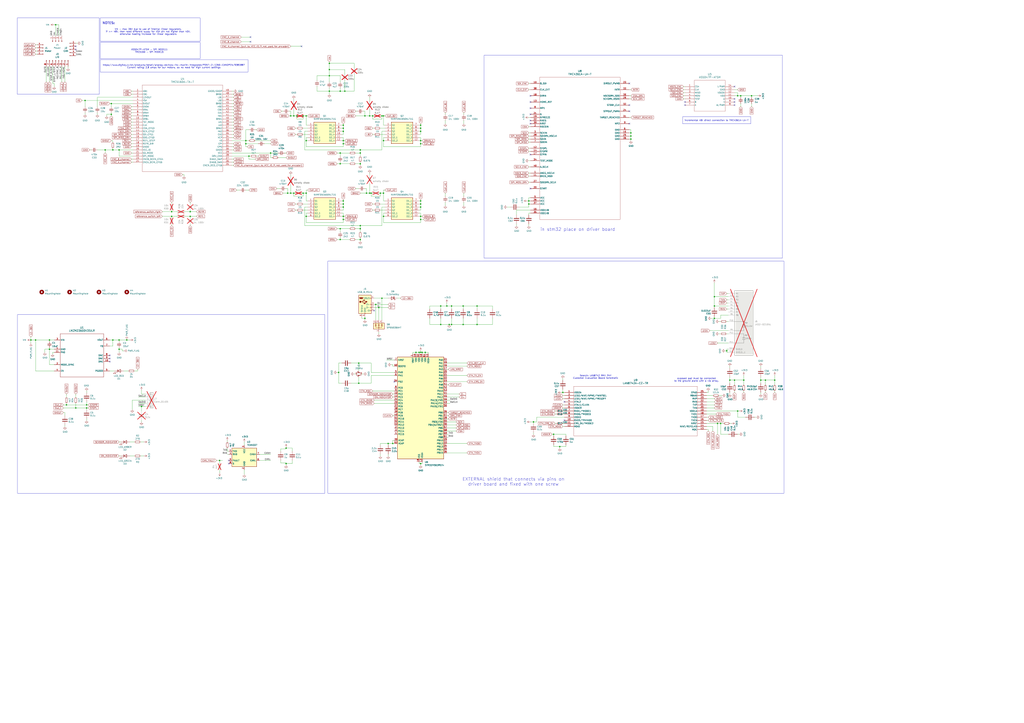
<source format=kicad_sch>
(kicad_sch (version 20231120) (generator "eeschema") (generator_version "8.0")
  (paper "A1")
  (junction (at 86.36 123.19))
  (junction (at 322.58 364.49))
  (junction (at 71.12 335.28))
  (junction (at 281.94 115.57))
  (junction (at 345.44 107.95))
  (junction (at 295.91 134.62))
  (junction (at 459.74 367.03))
  (junction (at 304.8 158.75))
  (junction (at 380.365 266.7))
  (junction (at 234.95 381))
  (junction (at 345.44 180.34))
  (junction (at 243.84 95.25))
  (junction (at 345.44 165.1))
  (junction (at 251.46 177.8))
  (junction (at 462.28 322.58))
  (junction (at 589.28 347.98))
  (junction (at 270.51 57.15))
  (junction (at 62.23 335.28))
  (junction (at 605.79 337.82))
  (junction (at 180.34 378.46))
  (junction (at 91.44 85.09))
  (junction (at 314.96 177.8))
  (junction (at 313.69 245.11))
  (junction (at 281.94 170.18))
  (junction (at 234.95 368.3))
  (junction (at 140.97 177.8))
  (junction (at 222.25 125.73))
  (junction (at 251.46 95.25))
  (junction (at 628.65 312.42))
  (junction (at 391.795 266.7))
  (junction (at 281.94 165.1))
  (junction (at 345.44 177.8))
  (junction (at 295.91 185.42))
  (junction (at 586.74 261.62))
  (junction (at 370.84 266.7))
  (junction (at 116.205 334.01))
  (junction (at 306.07 95.25))
  (junction (at 279.4 196.85))
  (junction (at 97.79 123.19))
  (junction (at 624.84 312.42))
  (junction (at 54.61 332.74))
  (junction (at 281.94 167.64))
  (junction (at 295.91 196.85))
  (junction (at 518.16 111.76))
  (junction (at 314.96 95.25))
  (junction (at 270.51 52.07))
  (junction (at 40.64 279.4))
  (junction (at 349.25 289.56))
  (junction (at 236.22 158.75))
  (junction (at 596.9 288.29))
  (junction (at 299.72 261.62))
  (junction (at 345.44 118.11))
  (junction (at 591.82 347.98))
  (junction (at 91.44 93.98))
  (junction (at 294.64 298.45))
  (junction (at 608.33 78.74))
  (junction (at 279.4 74.93))
  (junction (at 295.91 125.73))
  (junction (at 295.91 123.19))
  (junction (at 344.17 289.56))
  (junction (at 300.99 158.75))
  (junction (at 92.71 123.19))
  (junction (at 303.53 95.25))
  (junction (at 308.61 250.19))
  (junction (at 97.79 287.02))
  (junction (at 345.44 170.18))
  (junction (at 140.97 173.99))
  (junction (at 299.72 95.25))
  (junction (at 69.85 82.55))
  (junction (at 605.79 78.74))
  (junction (at 345.44 115.57))
  (junction (at 248.92 95.25))
  (junction (at 294.64 314.96))
  (junction (at 281.94 180.34))
  (junction (at 278.13 306.07))
  (junction (at 45.72 20.32))
  (junction (at 40.64 287.02))
  (junction (at 295.91 187.96))
  (junction (at 346.71 289.56))
  (junction (at 303.53 158.75))
  (junction (at 251.46 158.75))
  (junction (at 238.76 158.75))
  (junction (at 603.25 312.42))
  (junction (at 204.47 128.27))
  (junction (at 281.94 118.11))
  (junction (at 201.93 115.57))
  (junction (at 29.21 279.4))
  (junction (at 311.15 252.73))
  (junction (at 71.12 332.74))
  (junction (at 518.16 109.22))
  (junction (at 92.71 279.4))
  (junction (at 314.96 158.75))
  (junction (at 241.3 95.25))
  (junction (at 434.34 165.1))
  (junction (at 25.4 279.4))
  (junction (at 380.365 251.46))
  (junction (at 586.74 251.46))
  (junction (at 370.84 251.46))
  (junction (at 368.935 266.7))
  (junction (at 279.4 187.96))
  (junction (at 248.92 158.75))
  (junction (at 281.94 105.41))
  (junction (at 345.44 167.64))
  (junction (at 97.79 279.4))
  (junction (at 361.95 251.46))
  (junction (at 518.16 114.3))
  (junction (at 345.44 289.56))
  (junction (at 156.21 177.8))
  (junction (at 281.94 177.8))
  (junction (at 434.34 167.64))
  (junction (at 617.22 78.74))
  (junction (at 438.15 346.71))
  (junction (at 251.46 115.57))
  (junction (at 270.51 74.93))
  (junction (at 156.21 173.99))
  (junction (at 610.87 312.42))
  (junction (at 241.3 158.75))
  (junction (at 279.4 125.73))
  (junction (at 361.95 266.7))
  (junction (at 636.27 312.42))
  (junction (at 201.93 118.11))
  (junction (at 281.94 102.87))
  (junction (at 599.44 312.42))
  (junction (at 345.44 381))
  (junction (at 104.14 279.4))
  (junction (at 238.76 95.25))
  (junction (at 283.21 74.93))
  (junction (at 391.795 251.46))
  (junction (at 312.42 158.75))
  (junction (at 281.94 107.95))
  (junction (at 341.63 289.56))
  (junction (at 345.44 105.41))
  (junction (at 586.74 243.84))
  (junction (at 314.96 115.57))
  (junction (at 313.69 95.25))
  (junction (at 318.77 364.49))
  (junction (at 279.4 134.62))
  (junction (at 367.03 251.46))
  (junction (at 454.66 356.87))
  (junction (at 270.51 62.23))
  (junction (at 345.44 102.87))
  (no_connect (at 516.89 101.6))
  (no_connect (at 435.61 83.82))
  (no_connect (at 603.25 71.12))
  (no_connect (at 187.96 378.46))
  (no_connect (at 516.89 68.58))
  (no_connect (at 463.55 330.2))
  (no_connect (at 62.23 40.64))
  (no_connect (at 205.74 30.48))
  (no_connect (at 435.61 93.98))
  (no_connect (at 90.17 294.64))
  (no_connect (at 62.23 38.1))
  (no_connect (at 516.89 86.36))
  (no_connect (at 187.96 381))
  (no_connect (at 90.17 297.18))
  (no_connect (at 435.61 127))
  (no_connect (at 435.61 101.6))
  (no_connect (at 323.85 313.69))
  (no_connect (at 562.61 86.36))
  (no_connect (at 435.61 78.74))
  (no_connect (at 205.74 34.29))
  (no_connect (at 247.65 38.1))
  (no_connect (at 603.25 86.36))
  (no_connect (at 603.25 83.82))
  (no_connect (at 435.61 88.9))
  (no_connect (at 603.25 81.28))
  (no_connect (at 435.61 154.94))
  (no_connect (at 307.34 255.27))
  (no_connect (at 463.55 345.44))
  (no_connect (at 562.61 83.82))
  (no_connect (at 516.89 91.44))
  (no_connect (at 90.17 292.1))
  (no_connect (at 435.61 99.06))
  (wire (pts (xy 278.13 306.07) (xy 278.13 314.96)))
  (wire (pts (xy 243.84 97.79) (xy 243.84 95.25)))
  (wire (pts (xy 190.5 105.41) (xy 191.77 105.41)))
  (wire (pts (xy 297.18 261.62) (xy 297.18 260.35)))
  (wire (pts (xy 295.91 123.19) (xy 313.69 123.19)))
  (wire (pts (xy 238.76 38.1) (xy 247.65 38.1)))
  (wire (pts (xy 227.33 154.94) (xy 229.87 154.94)))
  (wire (pts (xy 86.36 123.19) (xy 86.36 125.73)))
  (wire (pts (xy 92.71 279.4) (xy 97.79 279.4)))
  (wire (pts (xy 251.46 177.8) (xy 252.73 177.8)))
  (wire (pts (xy 118.11 374.65) (xy 115.57 374.65)))
  (wire (pts (xy 346.71 381) (xy 345.44 381)))
  (wire (pts (xy 381 99.06) (xy 381 101.6)))
  (wire (pts (xy 107.95 118.11) (xy 109.22 118.11)))
  (wire (pts (xy 345.44 381) (xy 345.44 382.27)))
  (wire (pts (xy 624.84 312.42) (xy 628.65 312.42)))
  (wire (pts (xy 86.36 123.19) (xy 92.71 123.19)))
  (wire (pts (xy 251.46 165.1) (xy 251.46 158.75)))
  (wire (pts (xy 29.21 44.45) (xy 30.48 44.45)))
  (wire (pts (xy 367.03 344.17) (xy 368.3 344.17)))
  (wire (pts (xy 100.33 287.02) (xy 100.33 288.29)))
  (wire (pts (xy 313.69 185.42) (xy 295.91 185.42)))
  (wire (pts (xy 69.85 82.55) (xy 69.85 87.63)))
  (wire (pts (xy 434.34 162.56) (xy 434.34 165.1)))
  (wire (pts (xy 54.61 332.74) (xy 71.12 332.74)))
  (wire (pts (xy 97.79 374.65) (xy 99.06 374.65)))
  (wire (pts (xy 624.84 309.88) (xy 624.84 312.42)))
  (wire (pts (xy 306.07 95.25) (xy 307.34 95.25)))
  (wire (pts (xy 242.57 110.49) (xy 243.84 110.49)))
  (wire (pts (xy 345.44 113.03) (xy 344.17 113.03)))
  (wire (pts (xy 586.74 251.46) (xy 598.17 251.46)))
  (wire (pts (xy 279.4 196.85) (xy 279.4 195.58)))
  (wire (pts (xy 381 166.37) (xy 381 168.91)))
  (wire (pts (xy 107.95 107.95) (xy 109.22 107.95)))
  (wire (pts (xy 433.07 165.1) (xy 434.34 165.1)))
  (wire (pts (xy 281.94 180.34) (xy 283.21 180.34)))
  (wire (pts (xy 281.94 163.83) (xy 281.94 165.1)))
  (wire (pts (xy 316.23 113.03) (xy 314.96 113.03)))
  (wire (pts (xy 589.28 347.98) (xy 589.28 356.87)))
  (wire (pts (xy 222.25 129.54) (xy 222.25 125.73)))
  (wire (pts (xy 119.38 326.39) (xy 113.665 326.39)))
  (wire (pts (xy 516.89 78.74) (xy 518.16 78.74)))
  (wire (pts (xy 270.51 52.07) (xy 270.51 57.15)))
  (wire (pts (xy 280.67 165.1) (xy 281.94 165.1)))
  (wire (pts (xy 238.76 95.25) (xy 241.3 95.25)))
  (wire (pts (xy 90.17 284.48) (xy 92.71 284.48)))
  (wire (pts (xy 69.85 82.55) (xy 109.22 82.55)))
  (wire (pts (xy 234.95 368.3) (xy 234.95 368.935)))
  (wire (pts (xy 367.03 323.85) (xy 377.19 323.85)))
  (wire (pts (xy 25.4 276.86) (xy 25.4 279.4)))
  (wire (pts (xy 454.66 358.14) (xy 454.66 356.87)))
  (wire (pts (xy 194.31 156.21) (xy 196.85 156.21)))
  (wire (pts (xy 25.4 279.4) (xy 29.21 279.4)))
  (wire (pts (xy 318.77 364.49) (xy 318.77 365.76)))
  (wire (pts (xy 283.21 60.96) (xy 283.21 57.15)))
  (wire (pts (xy 281.94 105.41) (xy 280.67 105.41)))
  (wire (pts (xy 323.85 295.91) (xy 317.5 295.91)))
  (wire (pts (xy 252.73 102.87) (xy 251.46 102.87)))
  (wire (pts (xy 110.49 363.22) (xy 106.68 363.22)))
  (wire (pts (xy 280.67 170.18) (xy 281.94 170.18)))
  (wire (pts (xy 582.93 271.78) (xy 598.17 271.78)))
  (wire (pts (xy 518.16 114.3) (xy 518.16 111.76)))
  (wire (pts (xy 190.5 133.35) (xy 191.77 133.35)))
  (wire (pts (xy 116.205 323.85) (xy 119.38 323.85)))
  (wire (pts (xy 349.25 289.56) (xy 349.25 290.83)))
  (wire (pts (xy 591.82 259.08) (xy 598.17 259.08)))
  (wire (pts (xy 297.18 307.34) (xy 298.45 307.34)))
  (wire (pts (xy 276.86 134.62) (xy 279.4 134.62)))
  (wire (pts (xy 251.46 182.88) (xy 281.94 182.88)))
  (wire (pts (xy 518.16 109.22) (xy 518.16 106.68)))
  (wire (pts (xy 440.69 342.9) (xy 463.55 342.9)))
  (wire (pts (xy 299.72 154.94) (xy 300.99 154.94)))
  (wire (pts (xy 434.34 111.76) (xy 435.61 111.76)))
  (wire (pts (xy 248.92 172.72) (xy 252.73 172.72)))
  (wire (pts (xy 462.28 350.52) (xy 463.55 350.52)))
  (wire (pts (xy 561.34 76.2) (xy 562.61 76.2)))
  (wire (pts (xy 585.47 354.33) (xy 585.47 350.52)))
  (wire (pts (xy 44.45 71.12) (xy 44.45 68.58)))
  (wire (pts (xy 281.94 165.1) (xy 281.94 167.64)))
  (wire (pts (xy 311.15 273.05) (xy 311.15 274.32)))
  (wire (pts (xy 462.28 347.98) (xy 463.55 347.98)))
  (wire (pts (xy 316.23 170.18) (xy 313.69 170.18)))
  (wire (pts (xy 580.39 330.2) (xy 586.74 330.2)))
  (wire (pts (xy 367.03 316.23) (xy 368.3 316.23)))
  (wire (pts (xy 237.49 95.25) (xy 238.76 95.25)))
  (wire (pts (xy 628.65 312.42) (xy 628.65 316.23)))
  (wire (pts (xy 345.44 101.6) (xy 345.44 102.87)))
  (wire (pts (xy 589.28 281.94) (xy 598.17 281.94)))
  (wire (pts (xy 91.44 85.09) (xy 109.22 85.09)))
  (wire (pts (xy 312.42 373.38) (xy 312.42 374.65)))
  (wire (pts (xy 345.44 167.64) (xy 344.17 167.64)))
  (wire (pts (xy 50.8 54.61) (xy 50.8 67.31)))
  (wire (pts (xy 590.55 325.12) (xy 593.09 325.12)))
  (wire (pts (xy 295.91 196.85) (xy 295.91 198.12)))
  (wire (pts (xy 345.44 115.57) (xy 346.71 115.57)))
  (wire (pts (xy 190.5 95.25) (xy 191.77 95.25)))
  (wire (pts (xy 596.9 289.56) (xy 596.9 288.29)))
  (wire (pts (xy 462.28 340.36) (xy 463.55 340.36)))
  (wire (pts (xy 250.19 170.18) (xy 250.19 185.42)))
  (wire (pts (xy 580.39 353.06) (xy 581.66 353.06)))
  (wire (pts (xy 80.01 80.01) (xy 80.01 87.63)))
  (wire (pts (xy 345.44 102.87) (xy 345.44 105.41)))
  (wire (pts (xy 518.16 111.76) (xy 518.16 109.22)))
  (wire (pts (xy 251.46 158.75) (xy 251.46 156.21)))
  (wire (pts (xy 100.33 288.29) (xy 101.6 288.29)))
  (wire (pts (xy 241.3 95.25) (xy 243.84 95.25)))
  (wire (pts (xy 107.95 125.73) (xy 109.22 125.73)))
  (wire (pts (xy 314.96 175.26) (xy 314.96 177.8)))
  (wire (pts (xy 365.76 99.06) (xy 365.76 101.6)))
  (wire (pts (xy 404.495 254) (xy 404.495 251.46)))
  (wire (pts (xy 283.21 66.04) (xy 283.21 74.93)))
  (wire (pts (xy 248.92 158.75) (xy 248.92 161.29)))
  (wire (pts (xy 260.35 71.12) (xy 260.35 74.93)))
  (wire (pts (xy 260.35 62.23) (xy 260.35 66.04)))
  (wire (pts (xy 200.66 386.08) (xy 200.66 389.89)))
  (wire (pts (xy 435.61 162.56) (xy 434.34 162.56)))
  (wire (pts (xy 300.99 158.75) (xy 303.53 158.75)))
  (wire (pts (xy 434.34 109.22) (xy 435.61 109.22)))
  (wire (pts (xy 234.95 382.27) (xy 234.95 381)))
  (wire (pts (xy 345.44 289.56) (xy 344.17 289.56)))
  (wire (pts (xy 311.15 252.73) (xy 311.15 262.89)))
  (wire (pts (xy 69.85 92.71) (xy 69.85 93.98)))
  (wire (pts (xy 599.44 300.99) (xy 599.44 302.26)))
  (wire (pts (xy 29.21 279.4) (xy 40.64 279.4)))
  (wire (pts (xy 591.82 261.62) (xy 586.74 261.62)))
  (wire (pts (xy 295.91 125.73) (xy 295.91 128.27)))
  (wire (pts (xy 87.63 93.98) (xy 91.44 93.98)))
  (wire (pts (xy 210.82 128.27) (xy 212.09 128.27)))
  (wire (pts (xy 250.19 123.19) (xy 295.91 123.19)))
  (wire (pts (xy 252.73 113.03) (xy 251.46 113.03)))
  (wire (pts (xy 53.34 339.09) (xy 53.34 341.63)))
  (wire (pts (xy 204.47 106.68) (xy 201.93 106.68)))
  (wire (pts (xy 230.505 370.84) (xy 230.505 368.935)))
  (wire (pts (xy 281.94 102.87) (xy 281.94 105.41)))
  (wire (pts (xy 596.9 254) (xy 598.17 254)))
  (wire (pts (xy 93.98 304.8) (xy 90.17 304.8)))
  (wire (pts (xy 599.44 312.42) (xy 603.25 312.42)))
  (wire (pts (xy 45.72 20.32) (xy 45.72 29.21)))
  (wire (pts (xy 279.4 125.73) (xy 279.4 128.27)))
  (wire (pts (xy 108.585 328.93) (xy 119.38 328.93)))
  (wire (pts (xy 252.73 170.18) (xy 250.19 170.18)))
  (wire (pts (xy 365.76 158.75) (xy 365.76 161.29)))
  (wire (pts (xy 455.93 340.36) (xy 457.2 340.36)))
  (wire (pts (xy 241.3 81.28) (xy 241.3 82.55)))
  (wire (pts (xy 367.03 349.25) (xy 374.65 349.25)))
  (wire (pts (xy 344.17 289.56) (xy 341.63 289.56)))
  (wire (pts (xy 580.39 345.44) (xy 581.66 345.44)))
  (wire (pts (xy 391.795 251.46) (xy 404.495 251.46)))
  (wire (pts (xy 341.63 289.56) (xy 339.09 289.56)))
  (wire (pts (xy 113.03 304.8) (xy 110.49 304.8)))
  (wire (pts (xy 251.46 175.26) (xy 251.46 177.8)))
  (wire (pts (xy 287.02 125.73) (xy 279.4 125.73)))
  (wire (pts (xy 590.55 264.16) (xy 591.82 264.16)))
  (wire (pts (xy 367.03 313.69) (xy 383.54 313.69)))
  (wire (pts (xy 434.34 142.24) (xy 435.61 142.24)))
  (wire (pts (xy 326.39 245.11) (xy 328.93 245.11)))
  (wire (pts (xy 248.92 110.49) (xy 252.73 110.49)))
  (wire (pts (xy 561.34 73.66) (xy 562.61 73.66)))
  (wire (pts (xy 248.92 97.79) (xy 243.84 97.79)))
  (wire (pts (xy 303.53 158.75) (xy 304.8 158.75)))
  (wire (pts (xy 190.5 97.79) (xy 191.77 97.79)))
  (wire (pts (xy 230.505 378.46) (xy 230.505 380.365)))
  (wire (pts (xy 345.44 180.34) (xy 345.44 177.8)))
  (wire (pts (xy 464.82 365.76) (xy 464.82 367.03)))
  (wire (pts (xy 107.95 110.49) (xy 109.22 110.49)))
  (wire (pts (xy 140.97 166.37) (xy 140.97 167.64)))
  (wire (pts (xy 44.45 299.72) (xy 40.64 299.72)))
  (wire (pts (xy 90.17 85.09) (xy 91.44 85.09)))
  (wire (pts (xy 71.12 330.2) (xy 71.12 332.74)))
  (wire (pts (xy 314.96 182.88) (xy 345.44 182.88)))
  (wire (pts (xy 240.03 370.84) (xy 240.03 368.3)))
  (wire (pts (xy 312.42 365.76) (xy 312.42 364.49)))
  (wire (pts (xy 240.03 368.3) (xy 234.95 368.3)))
  (wire (pts (xy 190.5 113.03) (xy 191.77 113.03)))
  (wire (pts (xy 367.03 303.53) (xy 368.3 303.53)))
  (wire (pts (xy 303.53 142.24) (xy 303.53 143.51)))
  (wire (pts (xy 116.205 320.675) (xy 116.205 323.85)))
  (wire (pts (xy 367.03 300.99) (xy 383.54 300.99)))
  (wire (pts (xy 240.03 381) (xy 234.95 381)))
  (wire (pts (xy 434.34 165.1) (xy 435.61 165.1)))
  (wire (pts (xy 345.44 110.49) (xy 345.44 107.95)))
  (wire (pts (xy 596.9 241.3) (xy 598.17 241.3)))
  (wire (pts (xy 314.96 158.75) (xy 314.96 156.21)))
  (wire (pts (xy 599.44 322.58) (xy 599.44 323.85)))
  (wire (pts (xy 279.4 74.93) (xy 270.51 74.93)))
  (wire (pts (xy 318.77 373.38) (xy 318.77 374.65)))
  (wire (pts (xy 367.03 328.93) (xy 369.57 328.93)))
  (wire (pts (xy 365.76 166.37) (xy 365.76 168.91)))
  (wire (pts (xy 238.76 143.51) (xy 238.76 144.78)))
  (wire (pts (xy 314.96 95.25) (xy 316.23 95.25)))
  (wire (pts (xy 580.39 340.36) (xy 588.01 340.36)))
  (wire (pts (xy 248.92 158.75) (xy 251.46 158.75)))
  (wire (pts (xy 345.44 118.11) (xy 345.44 115.57)))
  (wire (pts (xy 312.42 167.64) (xy 316.23 167.64)))
  (wire (pts (xy 294.64 309.88) (xy 294.64 314.96)))
  (wire (pts (xy 516.89 109.22) (xy 518.16 109.22)))
  (wire (pts (xy 200.66 363.22) (xy 200.66 365.76)))
  (wire (pts (xy 516.89 73.66) (xy 518.16 73.66)))
  (wire (pts (xy 92.71 115.57) (xy 92.71 116.84)))
  (wire (pts (xy 307.34 245.11) (xy 313.69 245.11)))
  (wire (pts (xy 351.79 289.56) (xy 351.79 290.83)))
  (wire (pts (xy 603.25 76.2) (xy 605.79 76.2)))
  (wire (pts (xy 312.42 172.72) (xy 316.23 172.72)))
  (wire (pts (xy 107.95 74.93) (xy 109.22 74.93)))
  (wire (pts (xy 281.94 167.64) (xy 280.67 167.64)))
  (wire (pts (xy 288.29 298.45) (xy 294.64 298.45)))
  (wire (pts (xy 71.12 321.31) (xy 71.12 322.58)))
  (wire (pts (xy 303.53 80.01) (xy 303.53 82.55)))
  (wire (pts (xy 580.39 347.98) (xy 589.28 347.98)))
  (wire (pts (xy 346.71 289.56) (xy 346.71 290.83)))
  (wire (pts (xy 241.3 158.75) (xy 242.57 158.75)))
  (wire (pts (xy 278.13 298.45) (xy 280.67 298.45)))
  (wire (pts (xy 312.42 95.25) (xy 313.69 95.25)))
  (wire (pts (xy 281.94 107.95) (xy 281.94 105.41)))
  (wire (pts (xy 596.9 246.38) (xy 598.17 246.38)))
  (wire (pts (xy 71.12 335.28) (xy 71.12 336.55)))
  (wire (pts (xy 292.1 154.94) (xy 294.64 154.94)))
  (wire (pts (xy 434.34 144.78) (xy 435.61 144.78)))
  (wire (pts (xy 248.92 167.64) (xy 252.73 167.64)))
  (wire (pts (xy 434.34 124.46) (xy 435.61 124.46)))
  (wire (pts (xy 304.8 308.61) (xy 323.85 308.61)))
  (wire (pts (xy 280.67 177.8) (xy 281.94 177.8)))
  (wire (pts (xy 270.51 62.23) (xy 270.51 67.31)))
  (wire (pts (xy 251.46 115.57) (xy 252.73 115.57)))
  (wire (pts (xy 345.44 165.1) (xy 345.44 167.64)))
  (wire (pts (xy 391.795 251.46) (xy 391.795 254)))
  (wire (pts (xy 306.07 321.31) (xy 323.85 321.31)))
  (wire (pts (xy 62.23 335.28) (xy 52.07 335.28)))
  (wire (pts (xy 279.4 187.96) (xy 279.4 190.5)))
  (wire (pts (xy 280.67 110.49) (xy 281.94 110.49)))
  (wire (pts (xy 303.53 90.17) (xy 303.53 95.25)))
  (wire (pts (xy 251.46 156.21) (xy 252.73 156.21)))
  (wire (pts (xy 345.44 177.8) (xy 346.71 177.8)))
  (wire (pts (xy 299.72 261.62) (xy 299.72 262.89)))
  (wire (pts (xy 313.69 95.25) (xy 313.69 97.79)))
  (wire (pts (xy 313.69 170.18) (xy 313.69 185.42)))
  (wire (pts (xy 322.58 300.99) (xy 323.85 300.99)))
  (wire (pts (xy 295.91 185.42) (xy 295.91 187.96)))
  (wire (pts (xy 186.69 370.84) (xy 187.96 370.84)))
  (wire (pts (xy 353.06 254) (xy 353.06 251.46)))
  (wire (pts (xy 603.25 73.66) (xy 605.79 73.66)))
  (wire (pts (xy 281.94 118.11) (xy 281.94 115.57)))
  (wire (pts (xy 464.82 356.87) (xy 454.66 356.87)))
  (wire (pts (xy 344.17 115.57) (xy 345.44 115.57)))
  (wire (pts (xy 278.13 298.45) (xy 278.13 306.07)))
  (wire (pts (xy 270.51 57.15) (xy 270.51 62.23)))
  (wire (pts (xy 304.8 161.29) (xy 304.8 158.75)))
  (wire (pts (xy 190.5 120.65) (xy 191.77 120.65)))
  (wire (pts (xy 151.13 177.8) (xy 156.21 177.8)))
  (wire (pts (xy 230.505 380.365) (xy 234.95 380.365)))
  (wire (pts (xy 40.64 54.61) (xy 40.64 67.31)))
  (wire (pts (xy 434.34 68.58) (xy 435.61 68.58)))
  (wire (pts (xy 314.96 177.8) (xy 316.23 177.8)))
  (wire (pts (xy 281.94 110.49) (xy 281.94 107.95)))
  (wire (pts (xy 608.33 85.09) (xy 608.33 87.63)))
  (wire (pts (xy 585.47 350.52) (xy 580.39 350.52)))
  (wire (pts (xy 518.16 106.68) (xy 516.89 106.68)))
  (wire (pts (xy 156.21 172.72) (xy 156.21 173.99)))
  (wire (pts (xy 299.72 261.62) (xy 297.18 261.62)))
  (wire (pts (xy 236.22 158.75) (xy 238.76 158.75)))
  (wire (pts (xy 605.79 76.2) (xy 605.79 78.74)))
  (wire (pts (xy 462.28 335.28) (xy 463.55 335.28)))
  (wire (pts (xy 459.74 367.03) (xy 454.66 367.03)))
  (wire (pts (xy 241.3 90.17) (xy 241.3 95.25)))
  (wire (pts (xy 91.44 92.71) (xy 91.44 93.98)))
  (wire (pts (xy 43.18 54.61) (xy 43.18 68.58)))
  (wire (pts (xy 312.42 158.75) (xy 312.42 161.29)))
  (wire (pts (xy 459.74 368.3) (xy 459.74 367.03)))
  (wire (pts (xy 54.61 332.74) (xy 54.61 331.47)))
  (wire (pts (xy 190.5 130.81) (xy 191.77 130.81)))
  (wire (pts (xy 306.07 105.41) (xy 307.34 105.41)))
  (wire (pts (xy 251.46 115.57) (xy 251.46 120.65)))
  (wire (pts (xy 204.47 130.81) (xy 204.47 128.27)))
  (wire (pts (xy 281.94 170.18) (xy 281.94 167.64)))
  (wire (pts (xy 345.44 170.18) (xy 345.44 167.64)))
  (wire (pts (xy 232.41 158.75) (xy 236.22 158.75)))
  (wire (pts (xy 312.42 110.49) (xy 316.23 110.49)))
  (wire (pts (xy 435.61 172.72) (xy 424.18 172.72)))
  (wire (pts (xy 581.66 354.33) (xy 581.66 353.06)))
  (wire (pts (xy 345.44 163.83) (xy 345.44 165.1)))
  (wire (pts (xy 252.73 175.26) (xy 251.46 175.26)))
  (wire (pts (xy 242.57 167.64) (xy 243.84 167.64)))
  (wire (pts (xy 580.39 322.58) (xy 581.66 322.58)))
  (wire (pts (xy 316.23 102.87) (xy 314.96 102.87)))
  (wire (pts (xy 40.64 279.4) (xy 40.64 280.67)))
  (wire (pts (xy 345.44 105.41) (xy 344.17 105.41)))
  (wire (pts (xy 97.79 128.27) (xy 97.79 123.19)))
  (wire (pts (xy 367.03 354.33) (xy 374.65 354.33)))
  (wire (pts (xy 107.95 95.25) (xy 109.22 95.25)))
  (wire (pts (xy 367.03 326.39) (xy 377.19 326.39)))
  (wire (pts (xy 612.14 342.9) (xy 605.79 342.9)))
  (wire (pts (xy 97.79 279.4) (xy 104.14 279.4)))
  (wire (pts (xy 367.03 331.47) (xy 369.57 331.47)))
  (wire (pts (xy 292.1 187.96) (xy 295.91 187.96)))
  (wire (pts (xy 434.34 149.86) (xy 435.61 149.86)))
  (wire (pts (xy 36.83 287.02) (xy 40.64 287.02)))
  (wire (pts (xy 109.22 128.27) (xy 97.79 128.27)))
  (wire (pts (xy 90.17 279.4) (xy 92.71 279.4)))
  (wire (pts (xy 586.74 251.46) (xy 586.74 252.73)))
  (wire (pts (xy 346.71 379.73) (xy 346.71 381)))
  (wire (pts (xy 435.61 167.64) (xy 434.34 167.64)))
  (wire (pts (xy 278.13 306.07) (xy 276.86 306.07)))
  (wire (pts (xy 303.53 95.25) (xy 306.07 95.25)))
  (wire (pts (xy 107.95 87.63) (xy 109.22 87.63)))
  (wire (pts (xy 287.02 187.96) (xy 279.4 187.96)))
  (wire (pts (xy 133.35 173.99) (xy 140.97 173.99)))
  (wire (pts (xy 314.96 115.57) (xy 316.23 115.57)))
  (wire (pts (xy 440.69 346.71) (xy 440.69 342.9)))
  (wire (pts (xy 276.86 125.73) (xy 279.4 125.73)))
  (wire (pts (xy 518.16 115.57) (xy 518.16 114.3)))
  (wire (pts (xy 190.5 92.71) (xy 191.77 92.71)))
  (wire (pts (xy 381 92.71) (xy 381 93.98)))
  (wire (pts (xy 251.46 120.65) (xy 281.94 120.65)))
  (wire (pts (xy 247.65 158.75) (xy 248.92 158.75)))
  (wire (pts (xy 201.93 106.68) (xy 201.93 115.57)))
  (wire (pts (xy 344.17 379.73) (xy 344.17 381)))
  (wire (pts (xy 345.44 288.29) (xy 345.44 289.56)))
  (wire (pts (xy 322.58 361.95) (xy 322.58 364.49)))
  (wire (pts (xy 248.92 105.41) (xy 252.73 105.41)))
  (wire (pts (xy 438.15 355.6) (xy 438.15 356.87)))
  (wire (pts (xy 454.66 356.87) (xy 453.39 356.87)))
  (wire (pts (xy 116.205 345.44) (xy 116.205 346.71)))
  (wire (pts (xy 151.13 143.51) (xy 149.86 143.51)))
  (wire (pts (xy 295.91 123.19) (xy 295.91 125.73)))
  (wire (pts (xy 238.76 91.44) (xy 238.76 95.25)))
  (wire (pts (xy 190.5 107.95) (xy 191.77 107.95)))
  (wire (pts (xy 234.95 381) (xy 234.95 380.365)))
  (wire (pts (xy 349.25 289.56) (xy 351.79 289.56)))
  (wire (pts (xy 295.91 158.75) (xy 300.99 158.75)))
  (wire (pts (xy 304.8 306.07) (xy 323.85 306.07)))
  (wire (pts (xy 353.06 261.62) (xy 353.06 266.7)))
  (wire (pts (xy 608.33 78.74) (xy 617.22 78.74)))
  (wire (pts (xy 370.84 251.46) (xy 380.365 251.46)))
  (wire (pts (xy 80.01 123.19) (xy 86.36 123.19)))
  (wire (pts (xy 314.96 177.8) (xy 314.96 182.88)))
  (wire (pts (xy 462.28 327.66) (xy 463.55 327.66)))
  (wire (pts (xy 186.69 373.38) (xy 187.96 373.38)))
  (wire (pts (xy 381 158.75) (xy 381 161.29)))
  (wire (pts (xy 391.795 261.62) (xy 391.795 266.7)))
  (wire (pts (xy 584.2 261.62) (xy 586.74 261.62)))
  (wire (pts (xy 596.9 274.32) (xy 598.17 274.32)))
  (wire (pts (xy 279.4 134.62) (xy 279.4 133.35)))
  (wire (pts (xy 300.99 154.94) (xy 300.99 158.75)))
  (wire (pts (xy 589.28 347.98) (xy 591.82 347.98)))
  (wire (pts (xy 344.17 177.8) (xy 345.44 177.8)))
  (wire (pts (xy 52.07 332.74) (xy 54.61 332.74)))
  (wire (pts (xy 636.27 308.61) (xy 636.27 312.42)))
  (wire (pts (xy 434.34 170.18) (xy 434.34 167.64)))
  (wire (pts (xy 462.28 320.04) (xy 462.28 322.58)))
  (wire (pts (xy 252.73 165.1) (xy 251.46 165.1)))
  (wire (pts (xy 190.5 128.27) (xy 204.47 128.27)))
  (wire (pts (xy 344.17 110.49) (xy 345.44 110.49)))
  (wire (pts (xy 608.33 80.01) (xy 608.33 78.74)))
  (wire (pts (xy 180.34 388.62) (xy 180.34 386.08)))
  (wire (pts (xy 435.61 346.71) (xy 438.15 346.71)))
  (wire (pts (xy 599.44 314.96) (xy 599.44 312.42)))
  (wire (pts (xy 323.85 361.95) (xy 322.58 361.95)))
  (wire (pts (xy 598.17 289.56) (xy 596.9 289.56)))
  (wire (pts (xy 290.83 307.34) (xy 292.1 307.34)))
  (wire (pts (xy 217.17 118.11) (xy 222.25 118.11)))
  (wire (pts (xy 591.82 356.87) (xy 591.82 347.98)))
  (wire (pts (xy 107.95 92.71) (xy 109.22 92.71)))
  (wire (pts (xy 345.44 175.26) (xy 344.17 175.26)))
  (wire (pts (xy 596.9 248.92) (xy 598.17 248.92)))
  (wire (pts (xy 424.18 184.15) (xy 424.18 185.42)))
  (wire (pts (xy 260.35 62.23) (xy 270.51 62.23)))
  (wire (pts (xy 292.1 134.62) (xy 295.91 134.62)))
  (wire (pts (xy 605.79 356.87) (xy 607.06 356.87)))
  (wire (pts (xy 370.84 251.46) (xy 370.84 254)))
  (wire (pts (xy 380.365 261.62) (xy 380.365 266.7)))
  (wire (pts (xy 290.83 55.88) (xy 290.83 52.07)))
  (wire (pts (xy 304.8 314.96) (xy 304.8 308.61)))
  (wire (pts (xy 322.58 341.63) (xy 323.85 341.63)))
  (wire (pts (xy 279.4 67.31) (xy 279.4 62.23)))
  (wire (pts (xy 71.12 332.74) (xy 72.39 332.74)))
  (wire (pts (xy 295.91 195.58) (xy 295.91 196.85)))
  (wire (pts (xy 636.27 321.31) (xy 636.27 322.58)))
  (wire (pts (xy 605.79 342.9) (xy 605.79 337.82)))
  (wire (pts (xy 518.16 81.28) (xy 516.89 81.28)))
  (wire (pts (xy 380.365 251.46) (xy 391.795 251.46)))
  (wire (pts (xy 248.92 95.25) (xy 251.46 95.25)))
  (wire (pts (xy 561.34 81.28) (xy 562.61 81.28)))
  (wire (pts (xy 306.07 97.79) (xy 306.07 95.25)))
  (wire (pts (xy 107.95 97.79) (xy 109.22 97.79)))
  (wire (pts (xy 198.12 30.48) (xy 205.74 30.48)))
  (wire (pts (xy 455.93 337.82) (xy 457.2 337.82)))
  (wire (pts (xy 344.17 170.18) (xy 345.44 170.18)))
  (wire (pts (xy 345.44 182.88) (xy 345.44 180.34)))
  (wire (pts (xy 62.23 35.56) (xy 63.5 35.56)))
  (wire (pts (xy 151.13 144.78) (xy 151.13 143.51)))
  (wire (pts (xy 156.21 173.99) (xy 161.29 173.99)))
  (wire (pts (xy 353.06 266.7) (xy 361.95 266.7)))
  (wire (pts (xy 316.23 107.95) (xy 313.69 107.95)))
  (wire (pts (xy 628.65 321.31) (xy 628.65 322.58)))
  (wire (pts (xy 44.45 279.4) (xy 40.64 279.4)))
  (wire (pts (xy 281.94 113.03) (xy 280.67 113.03)))
  (wire (pts (xy 53.34 349.25) (xy 53.34 350.52)))
  (wire (pts (xy 186.69 361.95) (xy 186.69 363.22)))
  (wire (pts (xy 367.03 346.71) (xy 374.65 346.71)))
  (wire (pts (xy 346.71 289.56) (xy 349.25 289.56)))
  (wire (pts (xy 424.18 172.72) (xy 424.18 176.53)))
  (wire (pts (xy 25.4 279.4) (xy 25.4 281.94)))
  (wire (pts (xy 367.03 248.92) (xy 367.03 251.46)))
  (wire (pts (xy 580.39 327.66) (xy 586.74 327.66)))
  (wire (pts (xy 304.8 158.75) (xy 306.07 158.75)))
  (wire (pts (xy 252.73 107.95) (xy 250.19 107.95)))
  (wire (pts (xy 345.44 180.34) (xy 347.98 180.34)))
  (wire (pts (xy 251.46 113.03) (xy 251.46 115.57)))
  (wire (pts (xy 345.44 172.72) (xy 345.44 170.18)))
  (wire (pts (xy 294.64 304.8) (xy 294.64 298.45)))
  (wire (pts (xy 107.95 130.81) (xy 109.22 130.81)))
  (wire (pts (xy 238.76 158.75) (xy 241.3 158.75)))
  (wire (pts (xy 71.12 335.28) (xy 72.39 335.28)))
  (wire (pts (xy 287.02 134.62) (xy 279.4 134.62)))
  (wire (pts (xy 299.72 260.35) (xy 299.72 261.62)))
  (wire (pts (xy 55.88 54.61) (xy 55.88 55.88)))
  (wire (pts (xy 434.34 167.64) (xy 434.34 165.1)))
  (wire (pts (xy 596.9 264.16) (xy 598.17 264.16)))
  (wire (pts (xy 516.89 96.52) (xy 518.16 96.52)))
  (wire (pts (xy 209.55 130.81) (xy 204.47 130.81)))
  (wire (pts (xy 434.34 116.84) (xy 435.61 116.84)))
  (wire (pts (xy 91.44 93.98) (xy 91.44 95.25)))
  (wire (pts (xy 416.56 170.18) (xy 419.1 170.18)))
  (wire (pts (xy 462.28 325.12) (xy 463.55 325.12)))
  (wire (pts (xy 281.94 180.34) (xy 281.94 177.8)))
  (wire (pts (xy 434.34 73.66) (xy 435.61 73.66)))
  (wire (pts (xy 281.94 175.26) (xy 280.67 175.26)))
  (wire (pts (xy 133.35 177.8) (xy 140.97 177.8)))
  (wire (pts (xy 313.69 97.79) (xy 306.07 97.79)))
  (wire (pts (xy 345.44 120.65) (xy 345.44 118.11)))
  (wire (pts (xy 367.03 341.63) (xy 368.3 341.63)))
  (wire (pts (xy 314.96 156.21) (xy 316.23 156.21)))
  (wire (pts (xy 105.41 304.8) (xy 101.6 304.8)))
  (wire (pts (xy 91.44 115.57) (xy 92.71 115.57)))
  (wire (pts (xy 603.25 321.31) (xy 603.25 322.58)))
  (wire (pts (xy 380.365 266.7) (xy 370.84 266.7)))
  (wire (pts (xy 180.34 378.46) (xy 180.34 381)))
  (wire (pts (xy 104.14 279.4) (xy 106.68 279.4)))
  (wire (pts (xy 404.495 261.62) (xy 404.495 266.7)))
  (wire (pts (xy 561.34 78.74) (xy 562.61 78.74)))
  (wire (pts (xy 54.61 323.85) (xy 54.61 326.39)))
  (wire (pts (xy 580.39 335.28) (xy 586.74 335.28)))
  (wire (pts (xy 365.76 92.71) (xy 365.76 93.98)))
  (wire (pts (xy 107.95 90.17) (xy 109.22 90.17)))
  (wire (pts (xy 295.91 134.62) (xy 295.91 135.89)))
  (wire (pts (xy 223.52 129.54) (xy 222.25 129.54)))
  (wire (pts (xy 591.82 347.98) (xy 594.36 347.98)))
  (wire (pts (xy 240.03 378.46) (xy 240.03 381)))
  (wire (pts (xy 29.21 39.37) (xy 30.48 39.37)))
  (wire (pts (xy 97.79 363.22) (xy 99.06 363.22)))
  (wire (pts (xy 586.74 243.84) (xy 598.17 243.84)))
  (wire (pts (xy 156.21 166.37) (xy 156.21 167.64)))
  (wire (pts (xy 280.67 115.57) (xy 281.94 115.57)))
  (wire (pts (xy 260.35 74.93) (xy 270.51 74.93)))
  (wire (pts (xy 62.23 331.47) (xy 62.23 335.28)))
  (wire (pts (xy 190.5 90.17) (xy 191.77 90.17)))
  (wire (pts (xy 156.21 177.8) (xy 156.21 179.07)))
  (wire (pts (xy 426.72 170.18) (xy 434.34 170.18)))
  (wire (pts (xy 605.79 78.74) (xy 608.33 78.74)))
  (wire (pts (xy 238.76 152.4) (xy 238.76 158.75)))
  (wire (pts (xy 299.72 95.25) (xy 303.53 95.25)))
  (wire (pts (xy 190.5 135.89) (xy 191.77 135.89)))
  (wire (pts (xy 599.44 309.88) (xy 599.44 312.42)))
  (wire (pts (xy 201.93 115.57) (xy 204.47 115.57)))
  (wire (pts (xy 140.97 173.99) (xy 146.05 173.99)))
  (wire (pts (xy 190.5 100.33) (xy 191.77 100.33)))
  (wire (pts (xy 228.6 129.54) (xy 234.95 129.54)))
  (wire (pts (xy 151.13 173.99) (xy 156.21 173.99)))
  (wire (pts (xy 201.93 118.11) (xy 201.93 115.57)))
  (wire (pts (xy 118.11 363.22) (xy 115.57 363.22)))
  (wire (pts (xy 92.71 123.19) (xy 92.71 121.92)))
  (wire (pts (xy 251.46 177.8) (xy 251.46 182.88)))
  (wire (pts (xy 97.79 123.19) (xy 109.22 123.19)))
  (wire (pts (xy 36.83 287.02) (xy 36.83 289.56)))
  (wire (pts (xy 434.34 121.92) (xy 435.61 121.92)))
  (wire (pts (xy 591.82 259.08) (xy 591.82 261.62)))
  (wire (pts (xy 598.17 356.87) (xy 591.82 356.87)))
  (wire (pts (xy 311.15 252.73) (xy 318.77 252.73)))
  (wire (pts (xy 516.89 111.76) (xy 518.16 111.76)))
  (wire (pts (xy 107.95 105.41) (xy 109.22 105.41)))
  (wire (pts (xy 621.03 342.9) (xy 619.76 342.9)))
  (wire (pts (xy 113.03 303.53) (xy 113.03 304.8)))
  (wire (pts (xy 464.82 358.14) (xy 464.82 356.87)))
  (wire (pts (xy 204.47 128.27) (xy 205.74 128.27)))
  (wire (pts (xy 370.84 266.7) (xy 368.935 266.7)))
  (wire (pts (xy 107.95 113.03) (xy 109.22 113.03)))
  (wire (pts (xy 586.74 260.35) (xy 586.74 261.62)))
  (wire (pts (xy 322.58 326.39) (xy 323.85 326.39)))
  (wire (pts (xy 314.96 113.03) (xy 314.96 115.57)))
  (wire (pts (xy 222.25 125.73) (xy 228.6 125.73)))
  (wire (pts (xy 434.34 184.15) (xy 434.34 185.42)))
  (wire (pts (xy 344.17 165.1) (xy 345.44 165.1)))
  (wire (pts (xy 108.585 336.55) (xy 108.585 328.93)))
  (wire (pts (xy 580.39 342.9) (xy 581.66 342.9)))
  (wire (pts (xy 281.94 115.57) (xy 281.94 113.03)))
  (wire (pts (xy 312.42 105.41) (xy 316.23 105.41)))
  (wire (pts (xy 97.79 287.02) (xy 97.79 289.56)))
  (wire (pts (xy 250.19 107.95) (xy 250.19 123.19)))
  (wire (pts (xy 610.87 312.42) (xy 610.87 308.61)))
  (wire (pts (xy 367.03 359.41) (xy 368.3 359.41)))
  (wire (pts (xy 307.34 250.19) (xy 308.61 250.19)))
  (wire (pts (xy 190.5 87.63) (xy 191.77 87.63)))
  (wire (pts (xy 636.27 312.42) (xy 636.27 316.23)))
  (wire (pts (xy 314.96 165.1) (xy 314.96 158.75)))
  (wire (pts (xy 40.64 287.02) (xy 44.45 287.02)))
  (wire (pts (xy 308.61 250.19) (xy 318.77 250.19)))
  (wire (pts (xy 213.36 373.38) (xy 222.25 373.38)))
  (wire (pts (xy 250.19 185.42) (xy 295.91 185.42)))
  (wire (pts (xy 624.84 314.96) (xy 624.84 312.42)))
  (wire (pts (xy 97.79 285.75) (xy 97.79 287.02)))
  (wire (pts (xy 67.31 82.55) (xy 69.85 82.55)))
  (wire (pts (xy 107.95 102.87) (xy 109.22 102.87)))
  (wire (pts (xy 190.5 74.93) (xy 191.77 74.93)))
  (wire (pts (xy 595.63 288.29) (xy 596.9 288.29)))
  (wire (pts (xy 29.21 279.4) (xy 29.21 304.8)))
  (wire (pts (xy 312.42 158.75) (xy 314.96 158.75)))
  (wire (pts (xy 312.42 364.49) (xy 318.77 364.49)))
  (wire (pts (xy 48.26 20.32) (xy 48.26 29.21)))
  (wire (pts (xy 241.3 161.29) (xy 241.3 158.75)))
  (wire (pts (xy 306.07 172.72) (xy 307.34 172.72)))
  (wire (pts (xy 367.03 298.45) (xy 383.54 298.45)))
  (wire (pts (xy 190.5 77.47) (xy 191.77 77.47)))
  (wire (pts (xy 38.1 54.61) (xy 38.1 67.31)))
  (wire (pts (xy 279.4 72.39) (xy 279.4 74.93)))
  (wire (pts (xy 561.34 71.12) (xy 562.61 71.12)))
  (wire (pts (xy 43.18 290.83) (xy 43.18 289.56)))
  (wire (pts (xy 92.71 279.4) (xy 92.71 284.48)))
  (wire (pts (xy 404.495 266.7) (xy 391.795 266.7)))
  (wire (pts (xy 462.28 332.74) (xy 463.55 332.74)))
  (wire (pts (xy 294.64 314.96) (xy 288.29 314.96)))
  (wire (pts (xy 454.66 367.03) (xy 454.66 365.76)))
  (wire (pts (xy 276.86 196.85) (xy 279.4 196.85)))
  (wire (pts (xy 110.49 374.65) (xy 106.68 374.65)))
  (wire (pts (xy 283.21 57.15) (xy 270.51 57.15)))
  (wire (pts (xy 231.14 91.44) (xy 232.41 91.44)))
  (wire (pts (xy 180.34 378.46) (xy 182.88 378.46)))
  (wire (pts (xy 290.83 52.07) (xy 270.51 52.07)))
  (wire (pts (xy 80.01 92.71) (xy 80.01 93.98)))
  (wire (pts (xy 298.45 91.44) (xy 299.72 91.44)))
  (wire (pts (xy 116.205 334.01) (xy 113.665 334.01)))
  (wire (pts (xy 367.03 339.09) (xy 368.3 339.09)))
  (wire (pts (xy 281.94 101.6) (xy 281.94 102.87)))
  (wire (pts (xy 434.34 132.08) (xy 435.61 132.08)))
  (wire (pts (xy 313.69 95.25) (xy 314.96 95.25)))
  (wire (pts (xy 367.03 308.61) (xy 383.54 308.61)))
  (wire (pts (xy 312.42 161.29) (xy 304.8 161.29)))
  (wire (pts (xy 434.34 137.16) (xy 435.61 137.16)))
  (wire (pts (xy 287.02 196.85) (xy 279.4 196.85)))
  (wire (pts (xy 516.89 114.3) (xy 518.16 114.3)))
  (wire (pts (xy 80.01 80.01) (xy 109.22 80.01)))
  (wire (pts (xy 146.05 177.8) (xy 140.97 177.8)))
  (wire (pts (xy 462.28 322.58) (xy 463.55 322.58)))
  (wire (pts (xy 318.77 364.49) (xy 322.58 364.49)))
  (wire (pts (xy 380.365 251.46) (xy 380.365 254)))
  (wire (pts (xy 107.95 100.33) (xy 109.22 100.33)))
  (wire (pts (xy 370.84 261.62) (xy 370.84 266.7)))
  (wire (pts (xy 339.09 289.56) (xy 339.09 290.83)))
  (wire (pts (xy 53.34 54.61) (xy 53.34 67.31)))
  (wire (pts (xy 391.795 266.7) (xy 380.365 266.7)))
  (wire (pts (xy 52.07 339.09) (xy 53.34 339.09)))
  (wire (pts (xy 299.72 91.44) (xy 299.72 95.25)))
  (wire (pts (xy 251.46 102.87) (xy 251.46 95.25)))
  (wire (pts (xy 140.97 185.42) (xy 140.97 184.15)))
  (wire (pts (xy 209.55 106.68) (xy 210.82 106.68)))
  (wire (pts (xy 345.44 289.56) (xy 346.71 289.56)))
  (wire (pts (xy 292.1 95.25) (xy 299.72 95.25)))
  (wire (pts (xy 367.03 251.46) (xy 370.84 251.46)))
  (wire (pts (xy 610.87 312.42) (xy 610.87 316.23)))
  (wire (pts (xy 209.55 115.57) (xy 222.25 115.57)))
  (wire (pts (xy 281.94 177.8) (xy 283.21 177.8)))
  (wire (pts (xy 434.34 96.52) (xy 435.61 96.52)))
  (wire (pts (xy 280.67 107.95) (xy 281.94 107.95)))
  (wire (pts (xy 44.45 20.32) (xy 45.72 20.32)))
  (wire (pts (xy 617.22 78.74) (xy 622.3 78.74)))
  (wire (pts (xy 107.95 115.57) (xy 109.22 115.57)))
  (wire (pts (xy 462.28 337.82) (xy 463.55 337.82)))
  (wire (pts (xy 344.17 172.72) (xy 345.44 172.72)))
  (wire (pts (xy 292.1 196.85) (xy 295.91 196.85)))
  (wire (pts (xy 281.94 172.72) (xy 281.94 170.18)))
  (wire (pts (xy 190.5 118.11) (xy 191.77 118.11)))
  (wire (pts (xy 361.95 251.46) (xy 367.03 251.46)))
  (wire (pts (xy 361.95 261.62) (xy 361.95 266.7)))
  (wire (pts (xy 294.64 298.45) (xy 304.8 298.45)))
  (wire (pts (xy 313.69 245.11) (xy 318.77 245.11)))
  (wire (pts (xy 322.58 299.72) (xy 322.58 300.99)))
  (wire (pts (xy 586.74 232.41) (xy 586.74 243.84)))
  (wire (pts (xy 116.205 334.01) (xy 116.205 337.82)))
  (wire (pts (xy 438.15 346.71) (xy 440.69 346.71)))
  (wire (pts (xy 434.34 114.3) (xy 435.61 114.3)))
  (wire (pts (xy 434.34 175.26) (xy 434.34 176.53)))
  (wire (pts (xy 29.21 304.8) (xy 44.45 304.8)))
  (wire (pts (xy 599.44 347.98) (xy 600.71 347.98)))
  (wire (pts (xy 44.45 68.58) (xy 43.18 68.58)))
  (wire (pts (xy 590.55 274.32) (xy 591.82 274.32)))
  (wire (pts (xy 628.65 312.42) (xy 636.27 312.42)))
  (wire (pts (xy 596.9 287.02) (xy 596.9 288.29)))
  (wire (pts (xy 367.03 351.79) (xy 374.65 351.79)))
  (wire (pts (xy 322.58 323.85) (xy 323.85 323.85)))
  (wire (pts (xy 186.69 368.3) (xy 186.69 370.84)))
  (wire (pts (xy 43.18 289.56) (xy 44.45 289.56)))
  (wire (pts (xy 190.5 85.09) (xy 191.77 85.09)))
  (wire (pts (xy 190.5 110.49) (xy 191.77 110.49)))
  (wire (pts (xy 198.12 34.29) (xy 205.74 34.29)))
  (wire (pts (xy 234.95 125.73) (xy 233.68 125.73)))
  (wire (pts (xy 316.23 165.1) (xy 314.96 165.1)))
  (wire (pts (xy 586.74 243.84) (xy 586.74 251.46)))
  (wire (pts (xy 279.4 62.23) (xy 270.51 62.23)))
  (wire (pts (xy 251.46 95.25) (xy 252.73 95.25)))
  (wire (pts (xy 40.64 299.72) (xy 40.64 287.02)))
  (wire (pts (xy 603.25 312.42) (xy 610.87 312.42)))
  (wire (pts (xy 140.97 177.8) (xy 140.97 179.07)))
  (wire (pts (xy 40.64 285.75) (xy 40.64 287.02)))
  (wire (pts (xy 237.49 91.44) (xy 238.76 91.44)))
  (wire (pts (xy 242.57 105.41) (xy 243.84 105.41)))
  (wire (pts (xy 314.96 115.57) (xy 314.96 120.65)))
  (wire (pts (xy 92.71 123.19) (xy 97.79 123.19)))
  (wire (pts (xy 624.84 322.58) (xy 624.84 323.85)))
  (wire (pts (xy 248.92 161.29) (xy 241.3 161.29)))
  (wire (pts (xy 295.91 133.35) (xy 295.91 134.62)))
  (wire (pts (xy 270.51 50.8) (xy 270.51 52.07)))
  (wire (pts (xy 313.69 107.95) (xy 313.69 123.19)))
  (wire (pts (xy 617.22 85.09) (xy 617.22 87.63)))
  (wire (pts (xy 107.95 77.47) (xy 109.22 77.47)))
  (wire (pts (xy 306.07 167.64) (xy 307.34 167.64)))
  (wire (pts (xy 311.15 158.75) (xy 312.42 158.75)))
  (wire (pts (xy 290.83 74.93) (xy 283.21 74.93)))
  (wire (pts (xy 345.44 115.57) (xy 345.44 113.03)))
  (wire (pts (xy 367.03 372.11) (xy 383.54 372.11)))
  (wire (pts (xy 190.5 123.19) (xy 191.77 123.19)))
  (wire (pts (xy 119.38 331.47) (xy 113.665 331.47)))
  (wire (pts (xy 307.34 252.73) (xy 311.15 252.73)))
  (wire (pts (xy 248.92 95.25) (xy 248.92 97.79)))
  (wire (pts (xy 438.15 346.71) (xy 438.15 347.98)))
  (wire (pts (xy 624.84 300.99) (xy 624.84 302.26)))
  (wire (pts (xy 361.95 251.46) (xy 361.95 254)))
  (wire (pts (xy 292.1 125.73) (xy 295.91 125.73)))
  (wire (pts (xy 91.44 85.09) (xy 91.44 87.63)))
  (wire (pts (xy 455.93 347.98) (xy 457.2 347.98)))
  (wire (pts (xy 313.69 262.89) (xy 313.69 245.11)))
  (wire (pts (xy 304.8 298.45) (xy 304.8 306.07)))
  (wire (pts (xy 280.67 172.72) (xy 281.94 172.72)))
  (wire (pts (xy 71.12 344.17) (xy 71.12 345.44)))
  (wire (pts (xy 323.85 328.93) (xy 307.34 328.93)))
  (wire (pts (xy 314.96 120.65) (xy 345.44 120.65)))
  (wire (pts (xy 236.22 154.94) (xy 236.22 158.75)))
  (wire (pts (xy 344.17 381) (xy 345.44 381)))
  (wire (pts (xy 119.38 334.01) (xy 116.205 334.01)))
  (wire (pts (xy 201.93 120.65) (xy 201.93 118.11)))
  (wire (pts (xy 292.1 91.44) (xy 293.37 91.44)))
  (wire (pts (xy 617.22 78.74) (xy 617.22 80.01)))
  (wire (pts (xy 610.87 321.31) (xy 610.87 322.58)))
  (wire (pts (xy 234.95 367.665) (xy 234.95 368.3)))
  (wire (pts (xy 341.63 289.56) (xy 341.63 290.83)))
  (wire (pts (xy 344.17 289.56) (xy 344.17 290.83)))
  (wire (pts (xy 603.25 312.42) (xy 603.25 316.23)))
  (wire (pts (xy 62.23 323.85) (xy 62.23 326.39)))
  (wire (pts (xy 316.23 175.26) (xy 314.96 175.26)))
  (wire (pts (xy 434.34 104.14) (xy 435.61 104.14)))
  (wire (pts (xy 281.94 115.57) (xy 283.21 115.57)))
  (wire (pts (xy 598.17 287.02) (xy 596.9 287.02)))
  (wire (pts (xy 367.03 356.87) (xy 368.3 356.87)))
  (wire (pts (xy 303.53 151.13) (xy 303.53 158.75)))
  (wire (pts (xy 580.39 337.82) (xy 605.79 337.82)))
  (wire (pts (xy 323.85 331.47) (xy 307.34 331.47)))
  (wire (pts (xy 190.5 102.87) (xy 191.77 102.87)))
  (wire (pts (xy 605.79 337.82) (xy 607.06 337.82)))
  (wire (pts (xy 603.25 78.74) (xy 605.79 78.74)))
  (wire (pts (xy 281.94 120.65) (xy 281.94 118.11)))
  (wire (pts (xy 283.21 74.93) (xy 279.4 74.93)))
  (wire (pts (xy 97.79 287.02) (xy 100.33 287.02)))
  (wire (pts (xy 190.5 82.55) (xy 191.77 82.55)))
  (wire (pts (xy 308.61 250.19) (xy 308.61 262.89)))
  (wire (pts (xy 580.39 332.74) (xy 586.74 332.74)))
  (wire (pts (xy 29.21 41.91) (xy 30.48 41.91)))
  (wire (pts (xy 190.5 80.01) (xy 191.77 80.01)))
  (wire (pts (xy 435.61 175.26) (xy 434.34 175.26)))
  (wire (pts (xy 156.21 177.8) (xy 161.29 177.8)))
  (wire (pts (xy 345.44 107.95) (xy 345.44 105.41)))
  (wire (pts (xy 276.86 187.96) (xy 279.4 187.96)))
  (wire (pts (xy 97.79 280.67) (xy 97.79 279.4)))
  (wire (pts (xy 344.17 107.95) (xy 345.44 107.95)))
  (wire (pts (xy 213.36 378.46) (xy 222.25 378.46)))
  (wire (pts (xy 353.06 251.46) (xy 361.95 251.46)))
  (wire (pts (xy 203.2 120.65) (xy 201.93 120.65)))
  (wire (pts (xy 242.57 172.72) (xy 243.84 172.72)))
  (wire (pts (xy 581.66 322.58) (xy 581.66 321.31)))
  (wire (pts (xy 306.07 110.49) (xy 307.34 110.49)))
  (wire (pts (xy 314.96 102.87) (xy 314.96 95.25)))
  (wire (pts (xy 295.91 187.96) (xy 295.91 190.5)))
  (wire (pts (xy 29.21 36.83) (xy 30.48 36.83)))
  (wire (pts (xy 73.66 123.19) (xy 74.93 123.19)))
  (wire (pts (xy 580.39 325.12) (xy 585.47 325.12)))
  (wire (pts (xy 107.95 133.35) (xy 109.22 133.35)))
  (wire (pts (xy 156.21 185.42) (xy 156.21 184.15)))
  (wire (pts (xy 361.95 266.7) (xy 368.935 266.7)))
  (wire (pts (xy 270.51 72.39) (xy 270.51 74.93)))
  (wire (pts (xy 290.83 60.96) (xy 290.83 74.93)))
  (wire (pts (xy 190.5 115.57) (xy 201.93 115.57)))
  (wire (pts (xy 201.93 118.11) (xy 212.09 118.11)))
  (wire (pts (xy 278.13 314.96) (xy 280.67 314.96)))
  (wire (pts (xy 177.8 378.46) (xy 180.34 378.46)))
  (wire (pts (xy 190.5 125.73) (xy 222.25 125.73)))
  (wire (pts (xy 345.44 177.8) (xy 345.44 175.26)))
  (wire (pts (xy 321.31 299.72) (xy 322.58 299.72)))
  (wire (pts (xy 462.28 311.15) (xy 462.28 312.42)))
  (wire (pts (xy 62.23 335.28) (xy 71.12 335.28)))
  (wire (pts (xy 459.74 367.03) (xy 464.82 367.03)))
  (wire (pts (xy 322.58 364.49) (xy 323.85 364.49)))
  (wire (pts (xy 48.26 20.32) (xy 45.72 20.32)))
  (wire (pts (xy 280.67 102.87) (xy 281.94 102.87)))
  (wire (pts (xy 281.94 182.88) (xy 281.94 180.34)))
  (wire (pts (xy 87.63 95.25) (xy 87.63 93.98)))
  (wire (pts (xy 270.51 74.93) (xy 270.51 77.47)))
  (wire (pts (xy 294.64 314.96) (xy 304.8 314.96)))
  (wire (pts (xy 461.01 322.58) (xy 462.28 322.58)))
  (wire (pts (xy 367.03 364.49) (xy 383.54 364.49)))
  (wire (pts (xy 344.17 102.87) (xy 345.44 102.87)))
  (wire (pts (xy 230.505 368.935) (xy 234.95 368.935)))
  (wire (pts (xy 281.94 118.11) (xy 283.21 118.11)))
  (wire (pts (xy 107.95 120.65) (xy 109.22 120.65)))
  (wire (pts (xy 345.44 118.11) (xy 346.71 118.11)))
  (wire (pts (xy 201.93 156.21) (xy 204.47 156.21)))
  (wire (pts (xy 140.97 172.72) (xy 140.97 173.99)))
  (wire (pts (xy 281.94 177.8) (xy 281.94 175.26)))
  (wire (pts (xy 234.95 154.94) (xy 236.22 154.94)))
  (rectangle (start 82.296 34.798) (end 164.338 48.26))
  (rectangle (start 82.296 49.022) (end 203.708 59.182))
  (rectangle (start 14.351 258.572) (end 266.827 405.384))
  (rectangle (start 269.24 214.63) (end 643.89 405.384))
  (rectangle (start 14.224 14.732) (end 81.534 77.47))
  (rectangle (start 82.296 14.732) (end 164.338 34.036))
  (rectangle (start 560.578 96.012) (end 616.712 101.6))
  (rectangle (start 397.51 45.466) (end 642.62 212.09))
  (text "AS5047P-ATSM - SPI MODE:1;\nTMC5160 - SPI MODE:3;" (at 122.682 41.91 0) (effects (font (size 1.27 1.27))))
  (text "exposed pad must be connected\nto the ground plane with a via array." (at 572.008 312.166 0) (effects (font (size 1.27 1.27))))
  (text "Search: LAN8742 RMII PHY\nCustomer Evaluation Board Schematic" (at 489.204 309.88 0) (effects (font (size 1.27 1.27))))
  (text "EXTERNAL shield that connects via pins on\ndriver board and fixed with one screw" (at 421.64 395.986 0) (effects (font (size 2.54 2.54))))
  (text "NOTES:" (at 89.154 19.05 0) (effects (font (size 1.905 1.905) (thickness 0.254) (bold yes))))
  (text "Vm - max 36V due to use of internal linear regulators,\nif >= 48V, then need different suppy for VSA pin not higher than 40V,\notherwise heating increase for linear regulators" (at 121.666 26.162 0) (effects (font (size 1.27 1.27))))
  (text "in stm32 place on driver board" (at 474.472 188.722 0) (effects (font (size 2.54 2.54))))
  (text "https://www.digikey.lv/en/products/detail/analog-devices-inc-maxim-integrated/PD57-2-1260-CANOPEN/9381887\nCurrent rating: 2.8 amps for our motors, so no need for high current settings" (at 142.748 54.61 0) (effects (font (size 1.27 1.27))))
  (text "incremental ABI direct connection to TMC4361A-LA-T" (at 588.518 99.06 0) (effects (font (size 1.27 1.27))))
  (label "STOP_L{slash}STEP" (at 45.72 54.61 270))
  (label "IN0{slash}HOME" (at 53.34 54.61 270))
  (label "GND" (at 43.18 29.21 90))
  (label "NRST" (at 317.5 295.91 0))
  (label "CANL" (at 62.23 45.72 0))
  (label "SWCLK" (at 369.57 331.47 0))
  (label "Enable" (at 48.26 29.21 90))
  (label "OUT0" (at 38.1 54.61 270))
  (label "IN1{slash}ENC_A" (at 50.8 54.61 270))
  (label "CANH" (at 62.23 43.18 0))
  (label "D-" (at 309.88 252.73 0))
  (label "NRST" (at 113.665 334.01 0))
  (label "TXD" (at 368.3 356.87 0))
  (label "RXD" (at 368.3 359.41 0))
  (label "IN2{slash}ENC_B" (at 48.26 54.61 270))
  (label "SWCLK" (at 113.665 326.39 0))
  (label "D+" (at 309.88 250.19 0))
  (label "TXD" (at 186.69 370.84 180))
  (label "SWDIO" (at 369.57 328.93 0))
  (label "Vm" (at 45.72 29.21 90))
  (label "CANL" (at 222.25 378.46 180))
  (label "Vlogic" (at 50.8 29.21 90))
  (label "RXD" (at 186.69 373.38 180))
  (label "SWDIO" (at 113.665 331.47 0))
  (label "STOP_R{slash}DIR" (at 43.18 54.61 270))
  (label "ISO_COM" (at 40.64 54.61 270))
  (label "CANH" (at 222.25 373.38 180))
  (global_label "GND" (shape input) (at 107.95 120.65 180) (property "Intersheetrefs" "${INTERSHEET_REFS}" (effects (hide yes))))
  (global_label "Coil_B1" (shape input) (at 283.21 118.11 0) (property "Intersheetrefs" "${INTERSHEET_REFS}" (effects (hide yes))))
  (global_label "ETH_REF_CLK" (shape input) (at 383.54 298.45 0) (property "Intersheetrefs" "${INTERSHEET_REFS}" (effects (hide yes))))
  (global_label "ON_INDICATOR" (shape input) (at 322.58 326.39 180) (property "Intersheetrefs" "${INTERSHEET_REFS}" (effects (hide yes))))
  (global_label "SPI_MISO_DRV" (shape input) (at 107.95 113.03 180) (property "Intersheetrefs" "${INTERSHEET_REFS}" (effects (hide yes))))
  (global_label "Vm" (shape input) (at 270.51 50.8 90) (property "Intersheetrefs" "${INTERSHEET_REFS}" (effects (hide yes))))
  (global_label "ETH_MDC" (shape input) (at 581.66 354.33 270) (property "Intersheetrefs" "${INTERSHEET_REFS}" (effects (hide yes))))
  (global_label "TXP" (shape input) (at 628.65 322.58 270) (property "Intersheetrefs" "${INTERSHEET_REFS}" (effects (hide yes))))
  (global_label "STOPL" (shape input) (at 72.39 335.28 0) (property "Intersheetrefs" "${INTERSHEET_REFS}" (effects (hide yes))))
  (global_label "SRAH" (shape input) (at 107.95 92.71 180) (property "Intersheetrefs" "${INTERSHEET_REFS}" (effects (hide yes))))
  (global_label "Out_1" (shape input) (at 53.34 67.31 270) (property "Intersheetrefs" "${INTERSHEET_REFS}" (effects (hide yes))))
  (global_label "5VOUT" (shape input) (at 234.95 129.54 0) (property "Intersheetrefs" "${INTERSHEET_REFS}" (effects (hide yes))))
  (global_label "LED1" (shape input) (at 582.93 271.78 180) (property "Intersheetrefs" "${INTERSHEET_REFS}" (effects (hide yes))))
  (global_label "SRBL" (shape input) (at 107.95 97.79 180) (property "Intersheetrefs" "${INTERSHEET_REFS}" (effects (hide yes))))
  (global_label "TXN" (shape input) (at 586.74 335.28 0) (property "Intersheetrefs" "${INTERSHEET_REFS}" (effects (hide yes))))
  (global_label "VCP" (shape input) (at 191.77 113.03 0) (property "Intersheetrefs" "${INTERSHEET_REFS}" (effects (hide yes))))
  (global_label "TXN" (shape input) (at 596.9 246.38 180) (property "Intersheetrefs" "${INTERSHEET_REFS}" (effects (hide yes))))
  (global_label "GND" (shape input) (at 149.86 143.51 180) (property "Intersheetrefs" "${INTERSHEET_REFS}" (effects (hide yes))))
  (global_label "Coil_A2" (shape input) (at 347.98 180.34 0) (property "Intersheetrefs" "${INTERSHEET_REFS}" (effects (hide yes))))
  (global_label "SPI_MOSI" (shape input) (at 374.65 351.79 0) (property "Intersheetrefs" "${INTERSHEET_REFS}" (effects (hide yes))))
  (global_label "Coil_A2" (shape input) (at 29.21 36.83 180) (property "Intersheetrefs" "${INTERSHEET_REFS}" (effects (hide yes))))
  (global_label "Coil_B2" (shape input) (at 29.21 41.91 180) (property "Intersheetrefs" "${INTERSHEET_REFS}" (effects (hide yes))))
  (global_label "DRAIN_2" (shape input) (at 283.21 115.57 0) (property "Intersheetrefs" "${INTERSHEET_REFS}" (effects (hide yes))))
  (global_label "Vm" (shape input) (at 281.94 101.6 90) (property "Intersheetrefs" "${INTERSHEET_REFS}" (effects (hide yes))))
  (global_label "CSN" (shape input) (at 374.65 354.33 0) (property "Intersheetrefs" "${INTERSHEET_REFS}" (effects (hide yes))))
  (global_label "SRAL" (shape input) (at 276.86 196.85 180) (property "Intersheetrefs" "${INTERSHEET_REFS}" (effects (hide yes))))
  (global_label "ETH_TXD0" (shape input) (at 383.54 364.49 0) (property "Intersheetrefs" "${INTERSHEET_REFS}" (effects (hide yes))))
  (global_label "SCK_DRV" (shape input) (at 518.16 81.28 0) (property "Intersheetrefs" "${INTERSHEET_REFS}" (effects (hide yes))))
  (global_label "SDI_ENC" (shape input) (at 561.34 76.2 180) (property "Intersheetrefs" "${INTERSHEET_REFS}" (effects (hide yes))))
  (global_label "GNDA" (shape input) (at 91.44 95.25 270) (property "Intersheetrefs" "${INTERSHEET_REFS}" (effects (hide yes))))
  (global_label "Out_1" (shape input) (at 52.07 335.28 180) (property "Intersheetrefs" "${INTERSHEET_REFS}" (effects (hide yes))))
  (global_label "D-" (shape input) (at 318.77 252.73 0) (property "Intersheetrefs" "${INTERSHEET_REFS}" (effects (hide yes))))
  (global_label "DRAIN_4" (shape input) (at 346.71 115.57 0) (property "Intersheetrefs" "${INTERSHEET_REFS}" (effects (hide yes))))
  (global_label "CLK_EXT" (shape input) (at 368.3 316.23 0) (property "Intersheetrefs" "${INTERSHEET_REFS}" (effects (hide yes))))
  (global_label "ETH_TXD1" (shape input) (at 588.01 340.36 0) (property "Intersheetrefs" "${INTERSHEET_REFS}" (effects (hide yes))))
  (global_label "Coil_B2" (shape input) (at 346.71 118.11 0) (property "Intersheetrefs" "${INTERSHEET_REFS}" (effects (hide yes))))
  (global_label "VCC_IO" (shape input) (at 140.97 166.37 90) (property "Intersheetrefs" "${INTERSHEET_REFS}" (effects (hide yes))))
  (global_label "GND" (shape input) (at 561.34 81.28 180) (property "Intersheetrefs" "${INTERSHEET_REFS}" (effects (hide yes))))
  (global_label "REFR" (shape input) (at 161.29 173.99 0) (property "Intersheetrefs" "${INTERSHEET_REFS}" (effects (hide yes))))
  (global_label "DRAIN_6" (shape input) (at 283.21 177.8 0) (property "Intersheetrefs" "${INTERSHEET_REFS}" (effects (hide yes))))
  (global_label "12-36V" (shape input) (at 328.93 245.11 0) (property "Intersheetrefs" "${INTERSHEET_REFS}" (effects (hide yes))))
  (global_label "12-36V" (shape input) (at 113.03 303.53 90) (property "Intersheetrefs" "${INTERSHEET_REFS}" (effects (hide yes))))
  (global_label "LB1" (shape input) (at 242.57 110.49 180) (property "Intersheetrefs" "${INTERSHEET_REFS}" (effects (hide yes))))
  (global_label "REFL" (shape input) (at 107.95 115.57 180) (property "Intersheetrefs" "${INTERSHEET_REFS}" (effects (hide yes))))
  (global_label "GND" (shape input) (at 605.79 73.66 0) (property "Intersheetrefs" "${INTERSHEET_REFS}" (effects (hide yes))))
  (global_label "CB1" (shape input) (at 231.14 91.44 180) (property "Intersheetrefs" "${INTERSHEET_REFS}" (effects (hide yes))))
  (global_label "VCP" (shape input) (at 222.25 118.11 0) (property "Intersheetrefs" "${INTERSHEET_REFS}" (effects (hide yes))))
  (global_label "ETH_CRS_DV" (shape input) (at 383.54 313.69 0) (property "Intersheetrefs" "${INTERSHEET_REFS}" (effects (hide yes))))
  (global_label "ETH_MDIO" (shape input) (at 383.54 300.99 0) (property "Intersheetrefs" "${INTERSHEET_REFS}" (effects (hide yes))))
  (global_label "SRBH" (shape input) (at 107.95 95.25 180) (property "Intersheetrefs" "${INTERSHEET_REFS}" (effects (hide yes))))
  (global_label "GND" (shape input) (at 156.21 166.37 90) (property "Intersheetrefs" "${INTERSHEET_REFS}" (effects (hide yes))))
  (global_label "CSN_DRV" (shape input) (at 518.16 78.74 0) (property "Intersheetrefs" "${INTERSHEET_REFS}" (effects (hide yes))))
  (global_label "GND" (shape input) (at 191.77 123.19 0) (property "Intersheetrefs" "${INTERSHEET_REFS}" (effects (hide yes))))
  (global_label "GND" (shape input) (at 107.95 102.87 180) (property "Intersheetrefs" "${INTERSHEET_REFS}" (effects (hide yes))))
  (global_label "D+" (shape input) (at 377.19 326.39 0) (property "Intersheetrefs" "${INTERSHEET_REFS}" (effects (hide yes))))
  (global_label "ETH_TXD1" (shape input) (at 383.54 372.11 0) (property "Intersheetrefs" "${INTERSHEET_REFS}" (effects (hide yes))))
  (global_label "HB2" (shape input) (at 191.77 87.63 0) (property "Intersheetrefs" "${INTERSHEET_REFS}" (effects (hide yes))))
  (global_label "VDDCR" (shape input) (at 453.39 356.87 180) (property "Intersheetrefs" "${INTERSHEET_REFS}" (effects (hide yes))))
  (global_label "5VOUT" (shape input) (at 62.23 323.85 90) (property "Intersheetrefs" "${INTERSHEET_REFS}" (effects (hide yes))))
  (global_label "ENC_N_channel_(pull_to_VCC_IO_if_not_used_for_encoder)" (shape input) (at 238.76 38.1 180) (property "Intersheetrefs" "${INTERSHEET_REFS}" (effects (hide yes))))
  (global_label "GND" (shape input) (at 73.66 123.19 180) (property "Intersheetrefs" "${INTERSHEET_REFS}" (effects (hide yes))))
  (global_label "HA2" (shape input) (at 191.77 107.95 0) (property "Intersheetrefs" "${INTERSHEET_REFS}" (effects (hide yes))))
  (global_label "SPI_MISO" (shape input) (at 434.34 116.84 180) (property "Intersheetrefs" "${INTERSHEET_REFS}" (effects (hide yes))))
  (global_label "CA1" (shape input) (at 227.33 154.94 180) (property "Intersheetrefs" "${INTERSHEET_REFS}" (effects (hide yes))))
  (global_label "LB2" (shape input) (at 191.77 82.55 0) (property "Intersheetrefs" "${INTERSHEET_REFS}" (effects (hide yes))))
  (global_label "Vm" (shape input) (at 345.44 101.6 90) (property "Intersheetrefs" "${INTERSHEET_REFS}" (effects (hide yes))))
  (global_label "Coil_A1" (shape input) (at 283.21 180.34 0) (property "Intersheetrefs" "${INTERSHEET_REFS}" (effects (hide yes))))
  (global_label "SPI_MOSI_DRV" (shape input) (at 434.34 149.86 180) (property "Intersheetrefs" "${INTERSHEET_REFS}" (effects (hide yes))))
  (global_label "5VOUT" (shape input) (at 212.09 128.27 0) (property "Intersheetrefs" "${INTERSHEET_REFS}" (effects (hide yes))))
  (global_label "LAN_NRST" (shape input) (at 368.3 303.53 0) (property "Intersheetrefs" "${INTERSHEET_REFS}" (effects (hide yes))))
  (global_label "D+" (shape input) (at 318.77 250.19 0) (property "Intersheetrefs" "${INTERSHEET_REFS}" (effects (hide yes))))
  (global_label "SPI_MISO" (shape input) (at 374.65 349.25 0) (property "Intersheetrefs" "${INTERSHEET_REFS}" (effects (hide yes))))
  (global_label "BMB2" (shape input) (at 191.77 85.09 0) (property "Intersheetrefs" "${INTERSHEET_REFS}" (effects (hide yes))))
  (global_label "GND" (shape input) (at 608.33 87.63 270) (property "Intersheetrefs" "${INTERSHEET_REFS}" (effects (hide yes))))
  (global_label "SRAH" (shape input) (at 276.86 187.96 180) (property "Intersheetrefs" "${INTERSHEET_REFS}" (effects (hide yes))))
  (global_label "SDO_ENC" (shape input) (at 434.34 144.78 180) (property "Intersheetrefs" "${INTERSHEET_REFS}" (effects (hide yes))))
  (global_label "CB2" (shape input) (at 292.1 91.44 180) (property "Intersheetrefs" "${INTERSHEET_REFS}" (effects (hide yes))))
  (global_label "BMB2" (shape input) (at 292.1 95.25 180) (property "Intersheetrefs" "${INTERSHEET_REFS}" (effects (hide yes))))
  (global_label "SRBH" (shape input) (at 276.86 125.73 180) (property "Intersheetrefs" "${INTERSHEET_REFS}" (effects (hide yes))))
  (global_label "HA2" (shape input) (at 306.07 167.64 180) (property "Intersheetrefs" "${INTERSHEET_REFS}" (effects (hide yes))))
  (global_label "SCLK_ENC" (shape input) (at 434.34 137.16 180) (property "Intersheetrefs" "${INTERSHEET_REFS}" (effects (hide yes))))
  (global_label "CLKIN" (shape input) (at 462.28 332.74 180) (property "Intersheetrefs" "${INTERSHEET_REFS}" (effects (hide yes))))
  (global_label "Coil_B1" (shape input) (at 365.76 92.71 90) (property "Intersheetrefs" "${INTERSHEET_REFS}" (effects (hide yes))))
  (global_label "HA1" (shape input) (at 242.57 167.64 180) (property "Intersheetrefs" "${INTERSHEET_REFS}" (effects (hide yes))))
  (global_label "ETH_TX_EN" (shape input) (at 383.54 308.61 0) (property "Intersheetrefs" "${INTERSHEET_REFS}" (effects (hide yes))))
  (global_label "CB2" (shape input) (at 191.77 90.17 0) (property "Intersheetrefs" "${INTERSHEET_REFS}" (effects (hide yes))))
  (global_label "TARGET_REACHED" (shape input) (at 518.16 96.52 0) (property "Intersheetrefs" "${INTERSHEET_REFS}" (effects (hide yes))))
  (global_label "Out_2" (shape input) (at 52.07 332.74 180) (property "Intersheetrefs" "${INTERSHEET_REFS}" (effects (hide yes))))
  (global_label "Coil_A2" (shape input) (at 381 158.75 90) (property "Intersheetrefs" "${INTERSHEET_REFS}" (effects (hide yes))))
  (global_label "LA2" (shape input) (at 306.07 172.72 180) (property "Intersheetrefs" "${INTERSHEET_REFS}" (effects (hide yes))))
  (global_label "TXN" (shape input) (at 636.27 322.58 270) (property "Intersheetrefs" "${INTERSHEET_REFS}" (effects (hide yes))))
  (global_label "ENC_A_channel" (shape input) (at 198.12 30.48 180) (property "Intersheetrefs" "${INTERSHEET_REFS}" (effects (hide yes))))
  (global_label "TXP" (shape input) (at 586.74 332.74 0) (property "Intersheetrefs" "${INTERSHEET_REFS}" (effects (hide yes))))
  (global_label "12-36V" (shape input) (at 25.4 276.86 90) (property "Intersheetrefs" "${INTERSHEET_REFS}" (effects (hide yes))))
  (global_label "HB1" (shape input) (at 242.57 105.41 180) (property "Intersheetrefs" "${INTERSHEET_REFS}" (effects (hide yes))))
  (global_label "RXP" (shape input) (at 596.9 248.92 180) (property "Intersheetrefs" "${INTERSHEET_REFS}" (effects (hide yes))))
  (global_label "Vm" (shape input) (at 345.44 163.83 90) (property "Intersheetrefs" "${INTERSHEET_REFS}" (effects (hide yes))))
  (global_label "DRV_ENN" (shape input) (at 209.55 130.81 0) (property "Intersheetrefs" "${INTERSHEET_REFS}" (effects (hide yes))))
  (global_label "BMA2" (shape input) (at 191.77 105.41 0) (property "Intersheetrefs" "${INTERSHEET_REFS}" (effects (hide yes))))
  (global_label "BMB1" (shape input) (at 191.77 77.47 0) (property "Intersheetrefs" "${INTERSHEET_REFS}" (effects (hide yes))))
  (global_label "Coil_A1" (shape input) (at 252.73 156.21 0) (property "Intersheetrefs" "${INTERSHEET_REFS}" (effects (hide yes))))
  (global_label "ETH_MDIO" (shape input) (at 462.28 350.52 180) (property "Intersheetrefs" "${INTERSHEET_REFS}" (effects (hide yes))))
  (global_label "CSN_DRV" (shape input) (at 107.95 105.41 180) (property "Intersheetrefs" "${INTERSHEET_REFS}" (effects (hide yes))))
  (global_label "HA1" (shape input) (at 191.77 95.25 0) (property "Intersheetrefs" "${INTERSHEET_REFS}" (effects (hide yes))))
  (global_label "SENSOR_INDICATOR" (shape input) (at 322.58 323.85 180) (property "Intersheetrefs" "${INTERSHEET_REFS}" (effects (hide yes))))
  (global_label "CSN" (shape input) (at 434.34 104.14 180) (property "Intersheetrefs" "${INTERSHEET_REFS}" (effects (hide yes))))
  (global_label "LED1" (shape input) (at 462.28 327.66 180) (property "Intersheetrefs" "${INTERSHEET_REFS}" (effects (hide yes))))
  (global_label "ETH_TXD0" (shape input) (at 581.66 342.9 0) (property "Intersheetrefs" "${INTERSHEET_REFS}" (effects (hide yes))))
  (global_label "Coil_A2" (shape input) (at 316.23 156.21 0) (property "Intersheetrefs" "${INTERSHEET_REFS}" (effects (hide yes))))
  (global_label "ETH_MDC" (shape input) (at 306.07 321.31 180) (property "Intersheetrefs" "${INTERSHEET_REFS}" (effects (hide yes))))
  (global_label "NSCS_ENC" (shape input) (at 434.34 142.24 180) (property "Intersheetrefs" "${INTERSHEET_REFS}" (effects (hide yes))))
  (global_label "BMA1" (shape input) (at 191.77 97.79 0) (property "Intersheetrefs" "${INTERSHEET_REFS}" (effects (hide yes))))
  (global_label "CPI" (shape input) (at 194.31 156.21 180) (property "Intersheetrefs" "${INTERSHEET_REFS}" (effects (hide yes))))
  (global_label "reference_switch_right" (shape input) (at 133.35 173.99 180) (property "Intersheetrefs" "${INTERSHEET_REFS}" (effects (hide yes))))
  (global_label "RXN" (shape input) (at 596.9 254 180) (property "Intersheetrefs" "${INTERSHEET_REFS}" (effects (hide yes))))
  (global_label "REFR" (shape input) (at 107.95 118.11 180) (property "Intersheetrefs" "${INTERSHEET_REFS}" (effects (hide yes))))
  (global_label "GNDA" (shape input) (at 107.95 87.63 180) (property "Intersheetrefs" "${INTERSHEET_REFS}" (effects (hide yes))))
  (global_label "LB1" (shape input) (at 191.77 80.01 0) (property "Intersheetrefs" "${INTERSHEET_REFS}" (effects (hide yes))))
  (global_label "ETH_CRS_DV" (shape input) (at 455.93 347.98 180) (property "Intersheetrefs" "${INTERSHEET_REFS}" (effects (hide yes))))
  (global_label "Coil_B1" (shape input) (at 252.73 95.25 0) (property "Intersheetrefs" "${INTERSHEET_REFS}" (effects (hide yes))))
  (global_label "LA1" (shape input) (at 242.57 172.72 180) (property "Intersheetrefs" "${INTERSHEET_REFS}" (effects (hide yes))))
  (global_label "5VOUT" (shape input) (at 38.1 67.31 270) (property "Intersheetrefs" "${INTERSHEET_REFS}" (effects (hide yes))))
  (global_label "GND" (shape input) (at 156.21 185.42 270) (property "Intersheetrefs" "${INTERSHEET_REFS}" (effects (hide yes))))
  (global_label "DRAIN_8" (shape input) (at 346.71 177.8 0) (property "Intersheetrefs" "${INTERSHEET_REFS}" (effects (hide yes))))
  (global_label "CPO" (shape input) (at 204.47 156.21 0) (property "Intersheetrefs" "${INTERSHEET_REFS}" (effects (hide yes))))
  (global_label "SENSOR_INDICATOR" (shape input) (at 97.79 363.22 180) (property "Intersheetrefs" "${INTERSHEET_REFS}" (effects (hide yes))))
  (global_label "Coil_B2" (shape input) (at 381 92.71 90) (property "Intersheetrefs" "${INTERSHEET_REFS}" (effects (hide yes))))
  (global_label "ETH_RXD1" (shape input) (at 455.93 337.82 180) (property "Intersheetrefs" "${INTERSHEET_REFS}" (effects (hide yes))))
  (global_label "CLKIN" (shape input) (at 322.58 341.63 180) (property "Intersheetrefs" "${INTERSHEET_REFS}" (effects (hide yes))))
  (global_label "INTR" (shape input) (at 518.16 73.66 0) (property "Intersheetrefs" "${INTERSHEET_REFS}" (effects (hide yes))))
  (global_label "BMA1" (shape input) (at 232.41 158.75 180) (property "Intersheetrefs" "${INTERSHEET_REFS}" (effects (hide yes))))
  (global_label "Coil_B2" (shape input) (at 316.23 95.25 0) (property "Intersheetrefs" "${INTERSHEET_REFS}" (effects (hide yes))))
  (global_label "SPI_MOSI" (shape input) (at 434.34 114.3 180) (property "Intersheetrefs" "${INTERSHEET_REFS}" (effects (hide yes))))
  (global_label "DIAG1" (shape input) (at 191.77 130.81 0) (property "Intersheetrefs" "${INTERSHEET_REFS}" (effects (hide yes))))
  (global_label "SCK_DRV" (shape input) (at 107.95 107.95 180) (property "Intersheetrefs" "${INTERSHEET_REFS}" (effects (hide yes))))
  (global_label "HB1" (shape input) (at 107.95 74.93 180) (property "Intersheetrefs" "${INTERSHEET_REFS}" (effects (hide yes))))
  (global_label "GND" (shape input) (at 617.22 87.63 270) (property "Intersheetrefs" "${INTERSHEET_REFS}" (effects (hide yes))))
  (global_label "SRBL" (shape input) (at 276.86 134.62 180) (property "Intersheetrefs" "${INTERSHEET_REFS}" (effects (hide yes))))
  (global_label "STOPR" (shape input) (at 72.39 332.74 0) (property "Intersheetrefs" "${INTERSHEET_REFS}" (effects (hide yes))))
  (global_label "CPI" (shape input) (at 191.77 118.11 0) (property "Intersheetrefs" "${INTERSHEET_REFS}" (effects (hide yes))))
  (global_label "GND" (shape input) (at 107.95 100.33 180) (property "Intersheetrefs" "${INTERSHEET_REFS}" (effects (hide yes))))
  (global_label "ETH_RXD0" (shape input) (at 455.93 340.36 180) (property "Intersheetrefs" "${INTERSHEET_REFS}" (effects (hide yes))))
  (global_label "reference_switch_left" (shape input) (at 133.35 177.8 180) (property "Intersheetrefs" "${INTERSHEET_REFS}" (effects (hide yes))))
  (global_label "ENC_B_channel" (shape input) (at 198.12 34.29 180) (property "Intersheetrefs" "${INTERSHEET_REFS}" (effects (hide yes))))
  (global_label "Coil_B1" (shape input) (at 29.21 44.45 180) (property "Intersheetrefs" "${INTERSHEET_REFS}" (effects (hide yes))))
  (global_label "HB2" (shape input) (at 306.07 105.41 180) (property "Intersheetrefs" "${INTERSHEET_REFS}" (effects (hide yes))))
  (global_label "SRAL" (shape input) (at 107.95 90.17 180) (property "Intersheetrefs" "${INTERSHEET_REFS}" (effects (hide yes))))
  (global_label "CLK_EXT" (shape input) (at 434.34 73.66 180) (property "Intersheetrefs" "${INTERSHEET_REFS}" (effects (hide yes))))
  (global_label "5VOUT" (shape input) (at 90.17 85.09 180) (property "Intersheetrefs" "${INTERSHEET_REFS}" (effects (hide yes))))
  (global_label "Coil_A1" (shape input) (at 365.76 158.75 90) (property "Intersheetrefs" "${INTERSHEET_REFS}" (effects (hide yes))))
  (global_label "RXN" (shape input) (at 610.87 322.58 270) (property "Intersheetrefs" "${INTERSHEET_REFS}" (effects (hide yes))))
  (global_label "BMB1" (shape input) (at 237.49 95.25 180) (property "Intersheetrefs" "${INTERSHEET_REFS}" (effects (hide yes))))
  (global_label "NSCS_ENC" (shape input) (at 561.34 71.12 180) (property "Intersheetrefs" "${INTERSHEET_REFS}" (effects (hide yes))))
  (global_label "BMA2" (shape input) (at 295.91 158.75 180) (property "Intersheetrefs" "${INTERSHEET_REFS}" (effects (hide yes))))
  (global_label "LAN_NRST" (shape input) (at 589.28 356.87 270) (property "Intersheetrefs" "${INTERSHEET_REFS}" (effects (hide yes))))
  (global_label "SCK" (shape input) (at 434.34 109.22 180) (property "Intersheetrefs" "${INTERSHEET_REFS}" (effects (hide yes))))
  (global_label "RXN" (shape input) (at 586.74 330.2 0) (property "Intersheetrefs" "${INTERSHEET_REFS}" (effects (hide yes))))
  (global_label "STOPR" (shape input) (at 434.34 124.46 180) (property "Intersheetrefs" "${INTERSHEET_REFS}" (effects (hide yes))))
  (global_label "CA1" (shape input) (at 191.77 92.71 0) (property "Intersheetrefs" "${INTERSHEET_REFS}" (effects (hide yes))))
  (global_label "LB2" (shape input) (at 306.07 110.49 180) (property "Intersheetrefs" "${INTERSHEET_REFS}" (effects (hide yes))))
  (global_label "LED2" (shape input) (at 589.28 281.94 180) (property "Intersheetrefs" "${INTERSHEET_REFS}" (effects (hide yes))))
  (global_label "5VOUT" (shape input) (at 40.64 67.31 270) (property "Intersheetrefs" "${INTERSHEET_REFS}" (effects (hide yes))))
  (global_label "TARGET_REACHED" (shape input) (at 368.3 339.09 0) (property "Intersheetrefs" "${INTERSHEET_REFS}" (effects (hide yes))))
  (global_label "ENC_N_channel_(pull_to_VCC_IO_if_not_used_for_encoder)" (shape input) (at 191.77 135.89 0) (property "Intersheetrefs" "${INTERSHEET_REFS}" (effects (hide yes))))
  (global_label "VCC_IO" (shape input) (at 86.36 125.73 270) (property "Intersheetrefs" "${INTERSHEET_REFS}" (effects (hide yes))))
  (global_label "VS" (shape input) (at 203.2 120.65 0) (property "Intersheetrefs" "${INTERSHEET_REFS}" (effects (hide yes))))
  (global_label "ENC_B_channel" (shape input) (at 107.95 130.81 180) (property "Intersheetrefs" "${INTERSHEET_REFS}" (effects (hide yes))))
  (global_label "Coil_A1" (shape input) (at 29.21 39.37 180) (property "Intersheetrefs" "${INTERSHEET_REFS}" (effects (hide yes))))
  (global_label "5VOUT" (shape input) (at 54.61 323.85 90) (property "Intersheetrefs" "${INTERSHEET_REFS}" (effects (hide yes))))
  (global_label "RXP" (shape input) (at 586.74 327.66 0) (property "Intersheetrefs" "${INTERSHEET_REFS}" (effects (hide yes))))
  (global_label "LA2" (shape input) (at 191.77 102.87 0) (property "Intersheetrefs" "${INTERSHEET_REFS}" (effects (hide yes))))
  (global_label "SDI_ENC" (shape input) (at 434.34 68.58 180) (property "Intersheetrefs" "${INTERSHEET_REFS}" (effects (hide yes))))
  (global_label "SCLK_ENC" (shape input) (at 561.34 73.66 180) (property "Intersheetrefs" "${INTERSHEET_REFS}" (effects (hide yes))))
  (global_label "CA2" (shape input) (at 292.1 154.94 180) (property "Intersheetrefs" "${INTERSHEET_REFS}" (effects (hide yes))))
  (global_label "LED2" (shape input) (at 462.28 325.12 180) (property "Intersheetrefs" "${INTERSHEET_REFS}" (effects (hide yes))))
  (global_label "Out_2" (shape input) (at 50.8 67.31 270) (property "Intersheetrefs" "${INTERSHEET_REFS}" (effects (hide yes))))
  (global_label "VS" (shape input) (at 67.31 82.55 180) (property "Intersheetrefs" "${INTERSHEET_REFS}" (effects (hide yes))))
  (global_label "ETH_RXD0" (shape input) (at 307.34 328.93 180) (property "Intersheetrefs" "${INTERSHEET_REFS}" (effects (hide yes))))
  (global_label "CB1" (shape input) (at 107.95 77.47 180) (property "Intersheetrefs" "${INTERSHEET_REFS}" (effects (hide yes))))
  (global_label "CA2" (shape input) (at 191.77 110.49 0) (property "Intersheetrefs" "${INTERSHEET_REFS}" (effects (hide yes))))
  (global_label "REFL" (shape input) (at 161.29 177.8 0) (property "Intersheetrefs" "${INTERSHEET_REFS}" (effects (hide yes))))
  (global_label "VCC_IO" (shape input) (at 140.97 185.42 270) (property "Intersheetrefs" "${INTERSHEET_REFS}" (effects (hide yes))))
  (global_label "Vm" (shape input) (at 222.25 115.57 0) (property "Intersheetrefs" "${INTERSHEET_REFS}" (effects (hide yes))))
  (global_label "5VOUT" (shape input) (at 52.07 339.09 180) (property "Intersheetrefs" "${INTERSHEET_REFS}" (effects (hide yes))))
  (global_label "RXP" (shape input) (at 603.25 322.58 270) (property "Intersheetrefs" "${INTERSHEET_REFS}" (effects (hide yes))))
  (global_label "GND" (shape input) (at 234.95 125.73 0) (property "Intersheetrefs" "${INTERSHEET_REFS}" (effects (hide yes))))
  (global_label "DRV_ENN" (shape input) (at 368.3 341.63 0) (property "Intersheetrefs" "${INTERSHEET_REFS}" (effects (hide yes))))
  (global_label "INTR" (shape input) (at 368.3 344.17 0) (property "Intersheetrefs" "${INTERSHEET_REFS}" (effects (hide yes))))
  (global_label "CAN_FAULT" (shape input) (at 177.8 378.46 180) (property "Intersheetrefs" "${INTERSHEET_REFS}" (effects (hide yes))))
  (global_label "SPI_MISO_DRV" (shape input) (at 434.34 111.76 180) (property "Intersheetrefs" "${INTERSHEET_REFS}" (effects (hide yes))))
  (global_label "STOPL" (shape input) (at 434.34 121.92 180) (property "Intersheetrefs" "${INTERSHEET_REFS}" (effects (hide yes))))
  (global_label "TXP" (shape input) (at 596.9 241.3 180) (property "Intersheetrefs" "${INTERSHEET_REFS}" (effects (hide yes))))
  (global_label "5VOUT" (shape input) (at 91.44 115.57 180) (property "Intersheetrefs" "${INTERSHEET_REFS}" (effects (hide yes))))
  (global_label "VDDCR" (shape input) (at 462.28 335.28 180) (property "Intersheetrefs" "${INTERSHEET_REFS}" (effects (hide yes))))
  (global_label "ETH_REF_CLK" (shape input) (at 585.47 354.33 270) (property "Intersheetrefs" "${INTERSHEET_REFS}" (effects (hide yes))))
  (global_label "CPO" (shape input) (at 191.77 120.65 0) (property "Intersheetrefs" "${INTERSHEET_REFS}" (effects (hide yes))))
  (global_label "SCK" (shape input) (at 374.65 346.71 0) (property "Intersheetrefs" "${INTERSHEET_REFS}" (effects (hide yes))))
  (global_label "D-" (shape input) (at 377.19 323.85 0) (property "Intersheetrefs" "${INTERSHEET_REFS}" (effects (hide yes))))
  (global_label "Vm" (shape input) (at 281.94 163.83 90) (property "Intersheetrefs" "${INTERSHEET_REFS}" (effects (hide yes))))
  (global_label "GND" (shape input) (at 107.95 125.73 180) (property "Intersheetrefs" "${INTERSHEET_REFS}" (effects (hide yes))))
  (global_label "DIAG0" (shape input) (at 191.77 133.35 0) (property "Intersheetrefs" "${INTERSHEET_REFS}" (effects (hide yes))))
  (global_label "ETH_RXD1" (shape input) (at 307.34 331.47 180) (property "Intersheetrefs" "${INTERSHEET_REFS}" (effects (hide yes))))
  (global_label "SPI_MOSI_DRV" (shape input) (at 107.95 110.49 180) (property "Intersheetrefs" "${INTERSHEET_REFS}" (effects (hide yes))))
  (global_label "ON_INDICATOR" (shape input) (at 97.79 374.65 180) (property "Intersheetrefs" "${INTERSHEET_REFS}" (effects (hide yes))))
  (global_label "GND" (shape input) (at 210.82 106.68 0) (property "Intersheetrefs" "${INTERSHEET_REFS}" (effects (hide yes))))
  (global_label "ETH_TX_EN" (shape input) (at 581.66 345.44 0) (property "Intersheetrefs" "${INTERSHEET_REFS}" (effects (hide yes))))
  (global_label "ENC_A_channel" (shape input) (at 107.95 133.35 180) (property "Intersheetrefs" "${INTERSHEET_REFS}" (effects (hide yes))))
  (global_label "SDO_ENC" (shape input) (at 561.34 78.74 180) (property "Intersheetrefs" "${INTERSHEET_REFS}" (effects (hide yes))))
  (global_label "LA1" (shape input) (at 191.77 100.33 0) (property "Intersheetrefs" "${INTERSHEET_REFS}" (effects (hide yes))))
  (symbol (lib_id "Device:C_Small") (at 214.63 118.11 90) (unit 1)
    (property "Reference" "C31" (at 214.6363 111.76 90))
    (property "Value" "100n, 16V" (at 214.6363 114.3 90))
    (property "Footprint" "Capacitor_SMD:C_0603_1608Metric" (effects (hide yes)))
    (property "Description" "Unpolarized capacitor, small symbol" (effects (hide yes)))
  )
  (symbol (lib_id "power:+3V3") (at 345.44 288.29 0) (unit 1)
    (property "Reference" "#PWR047" (effects (hide yes)))
    (property "Value" "+3V3" (at 345.821 283.8958 0))
  )
  (symbol (lib_id "Device:D_Schottky") (at 303.53 86.36 90) (unit 1) (on_board no) (dnp yes)
    (property "Reference" "D5" (at 306.07 85.4074 90) (effects (justify right)))
    (property "Value" "schotty diode" (at 306.07 87.9474 90) (effects (justify right)))
    (property "Footprint" "Diode_SMD:D_MicroSMP_AK" (effects (hide yes)))
    (property "Datasheet" "https://www.digikey.com/en/products/detail/vishay-general-semiconductor-diodes-division/MSS1P6-M3-89A/2071755" (effects (hide yes)))
    (property "Description" "DIODE SCHOTTKY 60V 1A DO219AD" (effects (hide yes)))
    (property "Manufacturer Part Number" "MSS1P6-M3/89A" (effects (hide yes)))
  )
  (symbol (lib_id "power:+3V3") (at 433.07 165.1 90) (unit 1)
    (property "Reference" "#PWR080" (effects (hide yes)))
    (property "Value" "+3V3" (at 428.6758 164.719 0))
  )
  (symbol (lib_id "Device:C_Small") (at 290.83 58.42 0) (unit 1) (in_bom no) (on_board no) (dnp yes)
    (property "Reference" "C24" (at 293.37 57.1562 0) (effects (justify left)))
    (property "Value" "330u" (at 293.37 59.6962 0) (effects (justify left)))
    (property "Footprint" "Capacitor_THT:CP_Radial_D10.0mm_P5.00mm" (effects (hide yes)))
    (property "Datasheet" "https://www.digikey.com/en/products/detail/panasonic-electronic-components/EEU-FS1J331LB/8567292" (effects (hide yes)))
    (property "Description" "CAP ALUM 330UF 20% 63V RADIAL TH" (effects (hide yes)))
    (property "Manufacturer Part Number" "EEU-FS1J331LB" (effects (hide yes)))
  )
  (symbol (lib_id "power:PWR_FLAG") (at 101.6 288.29 270) (unit 1)
    (property "Reference" "#FLG02" (effects (hide yes)))
    (property "Value" "PWR_FLAG" (at 104.8512 288.29 90) (effects (justify left)))
  )
  (symbol (lib_id "Device:R_Small") (at 309.88 167.64 90) (unit 1)
    (property "Reference" "R20" (at 309.88 162.56 90))
    (property "Value" "15" (at 309.88 165.1 90))
    (property "Footprint" "Resistor_SMD:R_1206_3216Metric" (effects (hide yes)))
    (property "Datasheet" "https://www.digikey.lv/en/products/detail/stackpole-electronics-inc/RNCP1206FTD15R0/2240305" (effects (hide yes)))
    (property "Description" "RES 15 OHM 1% 1/2W 1206" (effects (hide yes)))
    (property "PN" "RNCP1206FTD15R0" (effects (hide yes)))
    (property "Manufacturer Part Number" "RNCP1206FTD15R0" (effects (hide yes)))
  )
  (symbol (lib_id "Device:C") (at 424.18 180.34 180) (unit 1)
    (property "Reference" "C62" (at 421.259 181.5084 0) (effects (justify left)))
    (property "Value" "0.1u" (at 421.259 179.197 0) (effects (justify left)))
    (property "Footprint" "Capacitor_SMD:C_0603_1608Metric_Pad1.08x0.95mm_HandSolder" (effects (hide yes)))
    (property "Datasheet" "https://www.digikey.lv/en/products/detail/samsung-electro-mechanics/CL10B104KO8NNNC/3886663" (effects (hide yes)))
    (property "Description" "CAP CER 0.1UF 16V X7R 0603" (effects (hide yes)))
    (property "PN" "CL10B104KO8NNNC" (effects (hide yes)))
  )
  (symbol (lib_id "power:+3V3") (at 586.74 232.41 0) (unit 1)
    (property "Reference" "#PWR068" (effects (hide yes)))
    (property "Value" "+3V3" (at 587.121 228.0158 0))
  )
  (symbol (lib_id "Device:R_Small") (at 246.38 110.49 90) (unit 1)
    (property "Reference" "R9" (at 246.38 112.522 90))
    (property "Value" "15" (at 246.38 107.95 90))
    (property "Footprint" "Resistor_SMD:R_1206_3216Metric" (effects (hide yes)))
    (property "Datasheet" "https://www.digikey.lv/en/products/detail/stackpole-electronics-inc/RNCP1206FTD15R0/2240305" (effects (hide yes)))
    (property "Description" "RES 15 OHM 1% 1/2W 1206" (effects (hide yes)))
    (property "PN" "RNCP1206FTD15R0" (effects (hide yes)))
    (property "Manufacturer Part Number" "RNCP1206FTD15R0" (effects (hide yes)))
  )
  (symbol (lib_id "Device:C_Small") (at 283.21 63.5 0) (unit 1) (on_board no) (dnp yes)
    (property "Reference" "C23" (at 285.75 62.2362 0) (effects (justify left)))
    (property "Value" "330u" (at 285.75 64.7762 0) (effects (justify left)))
    (property "Footprint" "Capacitor_THT:CP_Radial_D10.0mm_P5.00mm" (effects (hide yes)))
    (property "Datasheet" "https://www.digikey.com/en/products/detail/panasonic-electronic-components/EEU-FS1J331LB/8567292" (effects (hide yes)))
    (property "Description" "CAP ALUM 330UF 20% 63V RADIAL TH" (effects (hide yes)))
    (property "Manufacturer Part Number" "EEU-FS1J331LB" (effects (hide yes)))
  )
  (symbol (lib_id "power:GND") (at 234.95 382.27 0) (unit 1)
    (property "Reference" "#PWR030" (effects (hide yes)))
    (property "Value" "GND" (at 235.077 386.6642 0))
  )
  (symbol (lib_id "power:GND") (at 290.83 307.34 270) (unit 1)
    (property "Reference" "#PWR059" (effects (hide yes)))
    (property "Value" "GND" (at 286.4358 307.467 0))
  )
  (symbol (lib_id "Device:R_Small") (at 246.38 95.25 90) (unit 1) (on_board no) (dnp yes)
    (property "Reference" "R12" (at 246.38 90.17 90))
    (property "Value" "0.47" (at 246.38 92.71 90))
    (property "Footprint" "Resistor_SMD:R_0603_1608Metric" (effects (hide yes)))
    (property "Datasheet" "https://www.digikey.com/en/products/detail/cts-resistor-products/73L2R47J/1543468" (effects (hide yes)))
    (property "Description" "RES 0.47 OHM 5% 1/10W 0603" (effects (hide yes)))
    (property "Manufacturer Part Number" "73L2R47J" (effects (hide yes)))
  )
  (symbol (lib_id "Device:R_Small") (at 459.74 337.82 270) (unit 1)
    (property "Reference" "R45" (at 457.962 337.82 90) (effects (justify left)))
    (property "Value" "100" (at 462.026 336.804 90) (effects (justify left)))
    (property "Footprint" "Resistor_SMD:R_0603_1608Metric" (effects (hide yes)))
    (property "Description" "Resistor, small symbol" (effects (hide yes)))
  )
  (symbol (lib_id "Device:R_Small") (at 289.56 196.85 270) (unit 1)
    (property "Reference" "R23" (at 289.56 191.77 90))
    (property "Value" "47" (at 289.56 194.31 90))
    (property "Footprint" "Resistor_SMD:R_0603_1608Metric" (effects (hide yes)))
    (property "Description" "Resistor, small symbol" (effects (hide yes)))
  )
  (symbol (lib_name "GND_1") (lib_id "power:GND") (at 151.13 144.78 0) (unit 1)
    (property "Reference" "#PWR041" (effects (hide yes)))
    (property "Value" "GND" (at 151.13 149.86 0))
    (property "Description" "Power symbol creates a global label with name \"GND\" , ground" (effects (hide yes)))
  )
  (symbol (lib_id "Device:R_Small") (at 289.56 134.62 270) (unit 1)
    (property "Reference" "R17" (at 289.56 129.54 90))
    (property "Value" "47" (at 289.56 132.08 90))
    (property "Footprint" "Resistor_SMD:R_0603_1608Metric" (effects (hide yes)))
    (property "Description" "Resistor, small symbol" (effects (hide yes)))
  )
  (symbol (lib_id "power:GND") (at 298.45 307.34 90) (unit 1)
    (property "Reference" "#PWR017" (effects (hide yes)))
    (property "Value" "GND" (at 302.8442 307.213 0))
  )
  (symbol (lib_id "power:GND") (at 434.34 185.42 0) (unit 1)
    (property "Reference" "#PWR086" (effects (hide yes)))
    (property "Value" "GND" (at 434.467 189.8142 0))
  )
  (symbol (lib_id "Device:C_Small") (at 295.91 91.44 90) (unit 1)
    (property "Reference" "C12" (at 295.9163 85.09 90))
    (property "Value" "470nF" (at 295.9163 87.63 90))
    (property "Footprint" "Capacitor_SMD:C_0805_2012Metric" (effects (hide yes)))
    (property "Datasheet" "https://www.digikey.lv/en/products/detail/taiyo-yuden/HMK212C7474KGHTE/6563607" (effects (hide yes)))
    (property "Description" "CAP CER 0.47UF 100V X7S 0805" (effects (hide yes)))
    (property "PN" "HMK212C7474KGHTE" (effects (hide yes)))
    (property "Manufacturer Part Number" "HMK212C7474KGHTE" (effects (hide yes)))
  )
  (symbol (lib_id "power:+3V3") (at 180.34 388.62 180) (unit 1)
    (property "Reference" "#PWR022" (effects (hide yes)))
    (property "Value" "+3V3" (at 179.959 393.0142 0))
  )
  (symbol (lib_id "Device:C_Small") (at 617.22 82.55 180) (unit 1)
    (property "Reference" "C39" (at 619.76 81.2735 0) (effects (justify right)))
    (property "Value" "1u" (at 619.76 83.8135 0) (effects (justify right)))
    (property "Footprint" "Capacitor_SMD:C_0603_1608Metric" (effects (hide yes)))
    (property "Description" "Unpolarized capacitor, small symbol" (effects (hide yes)))
  )
  (symbol (lib_id "JXD2-0Z10NL:JXD2-0Z10NL") (at 610.87 264.16 0) (unit 1) (on_board no) (dnp yes)
    (property "Reference" "J6" (at 619.76 264.1599 0) (effects (justify left)))
    (property "Value" "JXD2-0Z10NL" (at 619.76 266.6999 0) (effects (justify left)))
    (property "Footprint" "JXD2_0Z10NL:JXD2_0Z10NL" (effects (hide yes)))
    (property "PARTREV" "08/23" (effects (hide yes)))
    (property "STANDARD" "Manufacturer Recommendations" (effects (hide yes)))
    (property "MAXIMUM_PACKAGE_HEIGHT" "16.95 mm" (effects (hide yes)))
    (property "MANUFACTURER" "Pulse Electronics" (effects (hide yes)))
  )
  (symbol (lib_id "Device:R_Small") (at 140.97 170.18 180) (unit 1) (on_board no) (dnp yes)
    (property "Reference" "R30" (at 138.43 171.4501 0) (effects (justify left)))
    (property "Value" "10k" (at 138.43 168.9101 0) (effects (justify left)))
    (property "Footprint" "Resistor_SMD:R_0603_1608Metric" (effects (hide yes)))
    (property "Description" "Resistor, small symbol" (effects (hide yes)))
  )
  (symbol (lib_id "power:GND") (at 108.585 336.55 0) (unit 1)
    (property "Reference" "#PWR010" (effects (hide yes)))
    (property "Value" "GND" (at 108.712 340.9442 0))
  )
  (symbol (lib_id "Device:R_Small") (at 459.74 347.98 270) (unit 1)
    (property "Reference" "R47" (at 457.962 347.98 90) (effects (justify left)))
    (property "Value" "100" (at 462.026 346.964 90) (effects (justify left)))
    (property "Footprint" "Resistor_SMD:R_0603_1608Metric" (effects (hide yes)))
    (property "Description" "Resistor, small symbol" (effects (hide yes)))
  )
  (symbol (lib_id "power:+3V3") (at 118.11 363.22 270) (unit 1)
    (property "Reference" "#PWR014" (effects (hide yes)))
    (property "Value" "+3V3" (at 122.5042 363.601 0))
  )
  (symbol (lib_id "Device:R_Small") (at 148.59 173.99 90) (unit 1) (on_board no) (dnp yes)
    (property "Reference" "R28" (at 147.3199 171.45 0) (effects (justify left)))
    (property "Value" "22k" (at 149.8599 171.45 0) (effects (justify left)))
    (property "Footprint" "Resistor_SMD:R_0603_1608Metric" (effects (hide yes)))
    (property "Description" "Resistor, small symbol" (effects (hide yes)))
  )
  (symbol (lib_id "Device:C") (at 318.77 369.57 0) (unit 1)
    (property "Reference" "C45" (at 321.691 368.4016 0) (effects (justify left)))
    (property "Value" "2.2u" (at 321.691 370.713 0) (effects (justify left)))
    (property "Footprint" "Capacitor_SMD:C_0603_1608Metric_Pad1.08x0.95mm_HandSolder" (effects (hide yes)))
    (property "Datasheet" "https://www.digikey.lv/en/products/detail/samsung-electro-mechanics/CL10B104KO8NNNC/3886663" (effects (hide yes)))
    (property "Description" "CAP CER 0.1UF 16V X7R 0603" (effects (hide yes)))
    (property "PN" "CL10B104KO8NNNC" (effects (hide yes)))
  )
  (symbol (lib_name "GND_1") (lib_id "power:GND") (at 303.53 142.24 180) (unit 1)
    (property "Reference" "#PWR024" (effects (hide yes)))
    (property "Value" "GND" (at 303.53 137.16 0))
    (property "Description" "Power symbol creates a global label with name \"GND\" , ground" (effects (hide yes)))
  )
  (symbol (lib_id "power:GND") (at 36.83 289.56 0) (unit 1)
    (property "Reference" "#PWR01" (effects (hide yes)))
    (property "Value" "GND" (at 36.957 293.9542 0))
  )
  (symbol (lib_id "Device:C_Small") (at 40.64 283.21 0) (unit 1)
    (property "Reference" "C1" (at 42.799 281.7554 0) (effects (justify left)))
    (property "Value" "10uF" (at 42.799 284.5305 0) (effects (justify left)))
    (property "Footprint" "Capacitor_SMD:C_1206_3216Metric" (effects (hide yes)))
    (property "Description" "Unpolarized capacitor, small symbol" (effects (hide yes)))
    (property "PN" "CL31A106KBHNNNE" (effects (hide yes)))
  )
  (symbol (lib_id "LAN8742A_CZ_TR:LAN8742A-CZ-TR") (at 463.55 322.58 0) (unit 1)
    (property "Reference" "U9" (at 521.97 312.42 0) (effects (font (size 1.524 1.524))))
    (property "Value" "LAN8742A-CZ-TR" (at 521.97 314.96 0) (effects (font (size 1.524 1.524))))
    (property "Footprint" "LAN8742A_CZ_TR:LAN8742A_CZ_TR" (effects (hide yes)))
    (property "Datasheet" "LAN8742A-CZ-TR" (effects (hide yes)))
  )
  (symbol (lib_id "power:GND") (at 276.86 306.07 270) (unit 1)
    (property "Reference" "#PWR060" (effects (hide yes)))
    (property "Value" "GND" (at 272.4658 306.197 0))
  )
  (symbol (lib_name "GND_1") (lib_id "power:GND") (at 295.91 198.12 0) (unit 1)
    (property "Reference" "#PWR07" (effects (hide yes)))
    (property "Value" "GND" (at 295.91 203.2 0))
    (property "Description" "Power symbol creates a global label with name \"GND\" , ground" (effects (hide yes)))
  )
  (symbol (lib_id "power:+3V3") (at 106.68 279.4 270) (unit 1)
    (property "Reference" "#PWR09" (effects (hide yes)))
    (property "Value" "+3V3" (at 111.0742 279.781 0))
  )
  (symbol (lib_id "Device:C") (at 624.84 318.77 180) (unit 1)
    (property "Reference" "C54" (at 621.919 319.9384 0) (effects (justify left)))
    (property "Value" "10pF" (at 621.919 317.627 0) (effects (justify left)))
    (property "Footprint" "Capacitor_SMD:C_0603_1608Metric_Pad1.08x0.95mm_HandSolder" (effects (hide yes)))
    (property "Datasheet" "https://www.digikey.lv/en/products/detail/samsung-electro-mechanics/CL10B104KO8NNNC/3886663" (effects (hide yes)))
    (property "Description" "CAP CER 0.1UF 16V X7R 0603" (effects (hide yes)))
    (property "PN" "CL10B104KO8NNNC" (effects (hide yes)))
  )
  (symbol (lib_id "power:GND") (at 590.55 274.32 270) (unit 1)
    (property "Reference" "#PWR063" (effects (hide yes)))
    (property "Value" "GND" (at 586.1558 274.447 0))
  )
  (symbol (lib_id "Device:LED") (at 102.87 374.65 0) (unit 1)
    (property "Reference" "D3" (at 102.6922 381.127 0))
    (property "Value" "LED_GREEN" (at 102.6922 378.8156 0))
    (property "Footprint" "Diode_SMD:D_0603_1608Metric_Pad1.05x0.95mm_HandSolder" (effects (hide yes)))
    (property "Datasheet" "https://www.digikey.lv/en/products/detail/rohm-semiconductor/SML-E12M8WT86/1641803" (effects (hide yes)))
    (property "Description" "LED GREEN DIFFUSED 1608 SMD" (effects (hide yes)))
    (property "PN" "SML-E12M8WT86" (effects (hide yes)))
  )
  (symbol (lib_id "Device:C") (at 230.505 374.65 0) (unit 1)
    (property "Reference" "C9" (at 233.426 373.4816 0) (effects (justify left)))
    (property "Value" "1u" (at 233.426 375.793 0) (effects (justify left)))
    (property "Footprint" "Capacitor_SMD:C_0603_1608Metric" (effects (hide yes)))
    (property "Datasheet" "https://www.digikey.lv/en/products/detail/samsung-electro-mechanics/CL10B105KP8NNNC/3887604" (effects (hide yes)))
    (property "Description" "CAP CER 1UF 10V X7R 0603" (effects (hide yes)))
    (property "PN" "CL10B105KP8NNNC" (effects (hide yes)))
  )
  (symbol (lib_id "power:+3V3") (at 118.11 374.65 270) (unit 1)
    (property "Reference" "#PWR015" (effects (hide yes)))
    (property "Value" "+3V3" (at 122.5042 375.031 0))
  )
  (symbol (lib_id "power:+3V3") (at 186.69 361.95 0) (unit 1)
    (property "Reference" "#PWR023" (effects (hide yes)))
    (property "Value" "+3V3" (at 187.071 357.5558 0))
  )
  (symbol (lib_id "power:GND") (at 424.18 185.42 0) (unit 1)
    (property "Reference" "#PWR087" (effects (hide yes)))
    (property "Value" "GND" (at 424.307 189.8142 0))
  )
  (symbol (lib_id "Device:C") (at 434.34 180.34 180) (unit 1)
    (property "Reference" "C61" (at 431.419 181.5084 0) (effects (justify left)))
    (property "Value" "0.1u" (at 431.419 179.197 0) (effects (justify left)))
    (property "Footprint" "Capacitor_SMD:C_0603_1608Metric_Pad1.08x0.95mm_HandSolder" (effects (hide yes)))
    (property "Datasheet" "https://www.digikey.lv/en/products/detail/samsung-electro-mechanics/CL10B104KO8NNNC/3886663" (effects (hide yes)))
    (property "Description" "CAP CER 0.1UF 16V X7R 0603" (effects (hide yes)))
    (property "PN" "CL10B104KO8NNNC" (effects (hide yes)))
  )
  (symbol (lib_id "Device:R_Small") (at 588.01 325.12 270) (unit 1)
    (property "Reference" "R32" (at 588.01 320.1416 90))
    (property "Value" "12.1k" (at 588.01 322.453 90))
    (property "Footprint" "Resistor_SMD:R_0603_1608Metric_Pad0.98x0.95mm_HandSolder" (effects (hide yes)))
    (property "Datasheet" "https://www.digikey.lv/en/products/detail/yageo/RC0603FR-0712K4L/726917" (effects (hide yes)))
    (property "Description" "RES 12.4K OHM 1% 1/10W 0603" (effects (hide yes)))
    (property "PN" "RC0603FR-0712K4L" (effects (hide yes)))
  )
  (symbol (lib_id "Device:C_Small") (at 365.76 163.83 0) (unit 1)
    (property "Reference" "C19" (at 368.3 162.5662 0) (effects (justify left)))
    (property "Value" "1n, 100V" (at 368.3 165.1062 0) (effects (justify left)))
    (property "Footprint" "Capacitor_SMD:C_0603_1608Metric" (effects (hide yes)))
    (property "Datasheet" "https://www.digikey.com/en/products/detail/murata-electronics/GRM1885C2A102JA01D/702545" (effects (hide yes)))
    (property "Description" "CAP CER 1000PF 100V C0G/NP0 0603" (effects (hide yes)))
    (property "Manufacturer Part Number" "GRM1885C2A102JA01D" (effects (hide yes)))
  )
  (symbol (lib_id "Mechanical:MountingHole") (at 34.29 240.03 0) (unit 1) (exclude_from_sim yes) (in_bom no)
    (property "Reference" "H1" (at 36.83 238.7599 0) (effects (justify left)))
    (property "Value" "MountingHole" (at 36.83 241.2999 0) (effects (justify left)))
    (property "Description" "Mounting Hole without connection" (effects (hide yes)))
  )
  (symbol (lib_id "Device:R_Small") (at 309.88 95.25 90) (unit 1) (on_board no) (dnp yes)
    (property "Reference" "R13" (at 309.88 90.17 90))
    (property "Value" "0.47" (at 309.88 92.71 90))
    (property "Footprint" "Resistor_SMD:R_0603_1608Metric" (effects (hide yes)))
    (property "Datasheet" "https://www.digikey.com/en/products/detail/cts-resistor-products/73L2R47J/1543468" (effects (hide yes)))
    (property "Description" "RES 0.47 OHM 5% 1/10W 0603" (effects (hide yes)))
    (property "Manufacturer Part Number" "73L2R47J" (effects (hide yes)))
  )
  (symbol (lib_id "Device:C") (at 312.42 369.57 180) (unit 1)
    (property "Reference" "C44" (at 309.499 370.7384 0) (effects (justify left)))
    (property "Value" "2.2u" (at 309.499 368.427 0) (effects (justify left)))
    (property "Footprint" "Capacitor_SMD:C_0603_1608Metric_Pad1.08x0.95mm_HandSolder" (effects (hide yes)))
    (property "Datasheet" "https://www.digikey.lv/en/products/detail/samsung-electro-mechanics/CL10B104KO8NNNC/3886663" (effects (hide yes)))
    (property "Description" "CAP CER 0.1UF 16V X7R 0603" (effects (hide yes)))
    (property "PN" "CL10B104KO8NNNC" (effects (hide yes)))
  )
  (symbol (lib_id "Device:R_Small") (at 180.34 383.54 0) (unit 1) (on_board no) (dnp yes)
    (property "Reference" "R4" (at 175.3616 383.54 90))
    (property "Value" "4k7" (at 177.673 383.54 90))
    (property "Footprint" "Resistor_SMD:R_0603_1608Metric_Pad0.98x0.95mm_HandSolder" (effects (hide yes)))
    (property "Datasheet" "https://www.digikey.lv/en/products/detail/panasonic-electronic-components/ERJ-3EKF4701V/1746419" (effects (hide yes)))
    (property "Description" "RES SMD 4.7K OHM 1% 1/10W 0603" (effects (hide yes)))
    (property "PN" "ERJ-3EKF4701V" (effects (hide yes)))
  )
  (symbol (lib_id "Device:R_Small") (at 295.91 193.04 0) (unit 1)
    (property "Reference" "R6" (at 298.45 191.7699 0) (effects (justify left)))
    (property "Value" "0.075" (at 298.45 194.3099 0) (effects (justify left)))
    (property "Footprint" "Resistor_SMD:R_1206_3216Metric" (effects (hide yes)))
    (property "Datasheet" "https://www.digikey.lv/en/products/detail/panasonic-electronic-components/ERJ-8BWFR075V/1711653" (effects (hide yes)))
    (property "Description" "RES 0.075 OHM 1% 1W 1206" (effects (hide yes)))
    (property "PN" "ERJ-8BWFR075V" (effects (hide yes)))
    (property "Manufacturer Part Number" "ERJ-8BWFR075V" (effects (hide yes)))
  )
  (symbol (lib_id "power:GND") (at 63.5 35.56 90) (unit 1)
    (property "Reference" "#PWR03" (effects (hide yes)))
    (property "Value" "GND" (at 67.8942 35.433 0))
  )
  (symbol (lib_id "power:GND") (at 71.12 321.31 180) (unit 1)
    (property "Reference" "#PWR084" (effects (hide yes)))
    (property "Value" "GND" (at 70.993 316.9158 0))
  )
  (symbol (lib_id "Device:D_Schottky") (at 322.58 245.11 180) (unit 1)
    (property "Reference" "D9" (at 322.58 239.5982 0))
    (property "Value" "D_Schottky" (at 322.58 241.9096 0))
    (property "Footprint" "Diode_SMD:D_SOD-128" (effects (hide yes)))
  )
  (symbol (lib_id "power:GND") (at 459.74 368.3 0) (unit 1)
    (property "Reference" "#PWR065" (effects (hide yes)))
    (property "Value" "GND" (at 459.867 372.6942 0))
  )
  (symbol (lib_id "Device:C") (at 240.03 374.65 0) (unit 1)
    (property "Reference" "C11" (at 242.951 373.4816 0) (effects (justify left)))
    (property "Value" "0.1u" (at 242.951 375.793 0) (effects (justify left)))
    (property "Footprint" "Capacitor_SMD:C_0603_1608Metric_Pad1.08x0.95mm_HandSolder" (effects (hide yes)))
    (property "Datasheet" "https://www.digikey.lv/en/products/detail/samsung-electro-mechanics/CL10B104KO8NNNC/3886663" (effects (hide yes)))
    (property "Description" "CAP CER 0.1UF 16V X7R 0603" (effects (hide yes)))
    (property "PN" "CL10B104KO8NNNC" (effects (hide yes)))
  )
  (symbol (lib_id "Device:R_Small") (at 309.88 110.49 90) (unit 1)
    (property "Reference" "R11" (at 309.88 112.522 90))
    (property "Value" "15" (at 309.88 107.95 90))
    (property "Footprint" "Resistor_SMD:R_1206_3216Metric" (effects (hide yes)))
    (property "Datasheet" "https://www.digikey.lv/en/products/detail/stackpole-electronics-inc/RNCP1206FTD15R0/2240305" (effects (hide yes)))
    (property "Description" "RES 15 OHM 1% 1/2W 1206" (effects (hide yes)))
    (property "PN" "RNCP1206FTD15R0" (effects (hide yes)))
    (property "Manufacturer Part Number" "RNCP1206FTD15R0" (effects (hide yes)))
  )
  (symbol (lib_id "Device:C_Small") (at 260.35 68.58 0) (unit 1)
    (property "Reference" "C41" (at 262.509 67.1254 0) (effects (justify left)))
    (property "Value" "47uF" (at 262.509 69.9005 0) (effects (justify left)))
    (property "Footprint" "Capacitor_SMD:C_1206_3216Metric" (effects (hide yes)))
    (property "Description" "Unpolarized capacitor, small symbol" (effects (hide yes)))
    (property "PN" "CL31A106KBHNNNE" (effects (hide yes)))
  )
  (symbol (lib_id "Device:R_Small") (at 459.74 340.36 270) (unit 1)
    (property "Reference" "R46" (at 457.962 340.36 90) (effects (justify left)))
    (property "Value" "100" (at 462.026 339.344 90) (effects (justify left)))
    (property "Footprint" "Resistor_SMD:R_0603_1608Metric" (effects (hide yes)))
    (property "Description" "Resistor, small symbol" (effects (hide yes)))
  )
  (symbol (lib_id "Connector:Conn_01x04_Pin") (at 45.72 34.29 90) (unit 1)
    (property "Reference" "J4" (at 46.99 36.83 90))
    (property "Value" "Power" (at 46.99 39.37 90))
    (property "Footprint" "Connector_JST:JST_VH_B4P-VH_1x04_P3.96mm_Vertical" (effects (hide yes)))
    (property "Datasheet" "https://www.digikey.lv/en/products/detail/jst-sales-america-inc/B4P-VH/926549" (effects (hide yes)))
    (property "Description" "CONN HEADER VERT 4POS 3.96MM" (effects (hide yes)))
    (property "PN" "B4P-VH" (effects (hide yes)))
  )
  (symbol (lib_id "Device:C") (at 71.12 326.39 0) (unit 1)
    (property "Reference" "C6" (at 74.041 325.2216 0) (effects (justify left)))
    (property "Value" "0.1u" (at 74.041 327.533 0) (effects (justify left)))
    (property "Footprint" "Capacitor_SMD:C_0603_1608Metric_Pad1.08x0.95mm_HandSolder" (effects (hide yes)))
    (property "Datasheet" "https://www.digikey.lv/en/products/detail/samsung-electro-mechanics/CL10B104KO8NNNC/3886663" (effects (hide yes)))
    (property "Description" "CAP CER 0.1UF 16V X7R 0603" (effects (hide yes)))
    (property "PN" "CL10B104KO8NNNC" (effects (hide yes)))
  )
  (symbol (lib_id "Device:C_Small") (at 234.95 91.44 90) (unit 1)
    (property "Reference" "C14" (at 234.9563 85.09 90))
    (property "Value" "470nF" (at 234.9563 87.63 90))
    (property "Footprint" "Capacitor_SMD:C_0805_2012Metric" (effects (hide yes)))
    (property "Datasheet" "https://www.digikey.lv/en/products/detail/taiyo-yuden/HMK212C7474KGHTE/6563607" (effects (hide yes)))
    (property "Description" "CAP CER 0.47UF 100V X7S 0805" (effects (hide yes)))
    (property "PN" "HMK212C7474KGHTE" (effects (hide yes)))
    (property "Manufacturer Part Number" "HMK212C7474KGHTE" (effects (hide yes)))
  )
  (symbol (lib_id "Device:C") (at 454.66 361.95 0) (unit 1)
    (property "Reference" "C50" (at 457.581 360.7816 0) (effects (justify left)))
    (property "Value" "470p" (at 457.581 363.093 0) (effects (justify left)))
    (property "Footprint" "Capacitor_SMD:C_0603_1608Metric_Pad1.08x0.95mm_HandSolder" (effects (hide yes)))
    (property "Datasheet" "https://www.digikey.lv/en/products/detail/samsung-electro-mechanics/CL10B104KO8NNNC/3886663" (effects (hide yes)))
    (property "Description" "CAP CER 0.1UF 16V X7R 0603" (effects (hide yes)))
    (property "PN" "CL10B104KO8NNNC" (effects (hide yes)))
  )
  (symbol (lib_id "Device:R_Small") (at 62.23 328.93 180) (unit 1)
    (property "Reference" "R35" (at 67.2084 328.93 90))
    (property "Value" "4k7" (at 64.897 328.93 90))
    (property "Footprint" "Resistor_SMD:R_0603_1608Metric_Pad0.98x0.95mm_HandSolder" (effects (hide yes)))
    (property "Datasheet" "https://www.digikey.lv/en/products/detail/panasonic-electronic-components/ERJ-3EKF4701V/1746419" (effects (hide yes)))
    (property "Description" "RES SMD 4.7K OHM 1% 1/10W 0603" (effects (hide yes)))
    (property "PN" "ERJ-3EKF4701V" (effects (hide yes)))
  )
  (symbol (lib_id "Device:C") (at 380.365 257.81 0) (unit 1)
    (property "Reference" "C8" (at 383.286 256.6416 0) (effects (justify left)))
    (property "Value" "0.1u" (at 383.286 258.953 0) (effects (justify left)))
    (property "Footprint" "Capacitor_SMD:C_0603_1608Metric_Pad1.08x0.95mm_HandSolder" (effects (hide yes)))
    (property "Datasheet" "https://www.digikey.lv/en/products/detail/samsung-electro-mechanics/CL10B104KO8NNNC/3886663" (effects (hide yes)))
    (property "Description" "CAP CER 0.1UF 16V X7R 0603" (effects (hide yes)))
    (property "PN" "CL10B104KO8NNNC" (effects (hide yes)))
  )
  (symbol (lib_id "power:+3V3") (at 434.34 96.52 90) (unit 1)
    (property "Reference" "#PWR082" (effects (hide yes)))
    (property "Value" "+3V3" (at 429.9458 96.139 0))
  )
  (symbol (lib_id "power:PWR_FLAG") (at 104.14 279.4 0) (unit 1)
    (property "Reference" "#FLG03" (effects (hide yes)))
    (property "Value" "PWR_FLAG" (at 104.14 276.1488 90) (effects (justify left)))
  )
  (symbol (lib_id "power:GND") (at 321.31 299.72 270) (unit 1)
    (property "Reference" "#PWR058" (effects (hide yes)))
    (property "Value" "GND" (at 316.9158 299.847 0))
  )
  (symbol (lib_id "Device:C") (at 53.34 345.44 0) (unit 1)
    (property "Reference" "C38" (at 56.261 344.2716 0) (effects (justify left)))
    (property "Value" "0.1u" (at 56.261 346.583 0) (effects (justify left)))
    (property "Footprint" "Capacitor_SMD:C_0603_1608Metric_Pad1.08x0.95mm_HandSolder" (effects (hide yes)))
    (property "Datasheet" "https://www.digikey.lv/en/products/detail/samsung-electro-mechanics/CL10B104KO8NNNC/3886663" (effects (hide yes)))
    (property "Description" "CAP CER 0.1UF 16V X7R 0603" (effects (hide yes)))
    (property "PN" "CL10B104KO8NNNC" (effects (hide yes)))
  )
  (symbol (lib_id "Device:R_Small") (at 54.61 328.93 180) (unit 1)
    (property "Reference" "R34" (at 59.5884 328.93 90))
    (property "Value" "4k7" (at 57.277 328.93 90))
    (property "Footprint" "Resistor_SMD:R_0603_1608Metric_Pad0.98x0.95mm_HandSolder" (effects (hide yes)))
    (property "Datasheet" "https://www.digikey.lv/en/products/detail/panasonic-electronic-components/ERJ-3EKF4701V/1746419" (effects (hide yes)))
    (property "Description" "RES SMD 4.7K OHM 1% 1/10W 0603" (effects (hide yes)))
    (property "PN" "ERJ-3EKF4701V" (effects (hide yes)))
  )
  (symbol (lib_id "Device:R_Small") (at 594.36 264.16 270) (unit 1)
    (property "Reference" "R36" (at 595.6301 266.7 0) (effects (justify left)))
    (property "Value" "330" (at 593.0901 266.7 0) (effects (justify left)))
    (property "Footprint" "Resistor_SMD:R_0603_1608Metric" (effects (hide yes)))
    (property "Description" "Resistor, small symbol" (effects (hide yes)))
  )
  (symbol (lib_id "Device:R_Small") (at 246.38 105.41 90) (unit 1)
    (property "Reference" "R8" (at 246.38 100.33 90))
    (property "Value" "15" (at 246.38 102.87 90))
    (property "Footprint" "Resistor_SMD:R_1206_3216Metric" (effects (hide yes)))
    (property "Datasheet" "https://www.digikey.lv/en/products/detail/stackpole-electronics-inc/RNCP1206FTD15R0/2240305" (effects (hide yes)))
    (property "Description" "RES 15 OHM 1% 1/2W 1206" (effects (hide yes)))
    (property "PN" "RNCP1206FTD15R0" (effects (hide yes)))
    (property "Manufacturer Part Number" "RNCP1206FTD15R0" (effects (hide yes)))
  )
  (symbol (lib_id "Device:R_Small") (at 186.69 365.76 180) (unit 1)
    (property "Reference" "R5" (at 191.6684 365.76 90))
    (property "Value" "4k7" (at 189.357 365.76 90))
    (property "Footprint" "Resistor_SMD:R_0603_1608Metric_Pad0.98x0.95mm_HandSolder" (effects (hide yes)))
    (property "Datasheet" "https://www.digikey.lv/en/products/detail/panasonic-electronic-components/ERJ-3EKF4701V/1746419" (effects (hide yes)))
    (property "Description" "RES SMD 4.7K OHM 1% 1/10W 0603" (effects (hide yes)))
    (property "PN" "ERJ-3EKF4701V" (effects (hide yes)))
  )
  (symbol (lib_id "Device:R_Small") (at 246.38 167.64 90) (unit 1)
    (property "Reference" "R18" (at 246.38 162.56 90))
    (property "Value" "15" (at 246.38 165.1 90))
    (property "Footprint" "Resistor_SMD:R_1206_3216Metric" (effects (hide yes)))
    (property "Datasheet" "https://www.digikey.lv/en/products/detail/stackpole-electronics-inc/RNCP1206FTD15R0/2240305" (effects (hide yes)))
    (property "Description" "RES 15 OHM 1% 1/2W 1206" (effects (hide yes)))
    (property "PN" "RNCP1206FTD15R0" (effects (hide yes)))
    (property "Manufacturer Part Number" "RNCP1206FTD15R0" (effects (hide yes)))
  )
  (symbol (lib_id "power:GND") (at 607.06 356.87 90) (unit 1)
    (property "Reference" "#PWR064" (effects (hide yes)))
    (property "Value" "GND" (at 611.4542 356.743 0))
  )
  (symbol (lib_id "Device:R_Small") (at 308.61 158.75 90) (unit 1) (on_board no) (dnp yes)
    (property "Reference" "R15" (at 308.61 153.67 90))
    (property "Value" "0.47" (at 308.61 156.21 90))
    (property "Footprint" "Resistor_SMD:R_0603_1608Metric" (effects (hide yes)))
    (property "Datasheet" "https://www.digikey.com/en/products/detail/cts-resistor-products/73L2R47J/1543468" (effects (hide yes)))
    (property "Description" "RES 0.47 OHM 5% 1/10W 0603" (effects (hide yes)))
    (property "Manufacturer Part Number" "73L2R47J" (effects (hide yes)))
  )
  (symbol (lib_id "Interface_CAN_LIN:TCAN337") (at 200.66 375.92 0) (unit 1)
    (property "Reference" "U3" (at 202.8541 363.22 0) (effects (justify left)))
    (property "Value" "TCAN337" (at 202.8541 365.76 0) (effects (justify left)))
    (property "Footprint" "Package_SO:SOIC-8_3.9x4.9mm_P1.27mm" (effects (hide yes)))
    (property "Datasheet" "https://www.digikey.lv/en/products/detail/texas-instruments/TCAN337GDR/6003142" (effects (hide yes)))
    (property "Description" "IC TRANSCEIVER 1/1 8SOIC" (effects (hide yes)))
    (property "PN" "TCAN337GDR" (effects (hide yes)))
  )
  (symbol (lib_id "NTMFD5C446NLT1G:NTMFD5C446NLT1G") (at 316.23 102.87 0) (unit 1)
    (property "Reference" "Q2" (at 330.2 95.25 0))
    (property "Value" "NVMFD5C650NLT1G" (at 330.2 97.79 0))
    (property "Footprint" "NTMFD5C446NLT1G:NVMFD5C446NLWFT1G" (effects (hide yes)))
    (property "Datasheet" "https://www.digikey.lv/en/products/detail/onsemi/NVMFD5C650NLT1G/8024471" (effects (hide yes)))
    (property "Description" "MOSFET 2N-CH 60V 21A 8DFN" (effects (hide yes)))
    (property "PN" "NVMFD5C650NLT1G" (effects (hide yes)))
  )
  (symbol (lib_id "Device:C") (at 361.95 257.81 0) (unit 1)
    (property "Reference" "C7" (at 364.871 256.6416 0) (effects (justify left)))
    (property "Value" "0.1u" (at 364.871 258.953 0) (effects (justify left)))
    (property "Footprint" "Capacitor_SMD:C_0603_1608Metric_Pad1.08x0.95mm_HandSolder" (effects (hide yes)))
    (property "Datasheet" "https://www.digikey.lv/en/products/detail/samsung-electro-mechanics/CL10B104KO8NNNC/3886663" (effects (hide yes)))
    (property "Description" "CAP CER 0.1UF 16V X7R 0603" (effects (hide yes)))
    (property "PN" "CL10B104KO8NNNC" (effects (hide yes)))
  )
  (symbol (lib_id "Device:R_Small") (at 245.11 158.75 90) (unit 1) (on_board no) (dnp yes)
    (property "Reference" "R14" (at 245.11 153.67 90))
    (property "Value" "0.47" (at 245.11 156.21 90))
    (property "Footprint" "Resistor_SMD:R_0603_1608Metric" (effects (hide yes)))
    (property "Datasheet" "https://www.digikey.com/en/products/detail/cts-resistor-products/73L2R47J/1543468" (effects (hide yes)))
    (property "Description" "RES 0.47 OHM 5% 1/10W 0603" (effects (hide yes)))
    (property "Manufacturer Part Number" "73L2R47J" (effects (hide yes)))
  )
  (symbol (lib_id "Device:R_Small") (at 309.88 172.72 90) (unit 1)
    (property "Reference" "R21" (at 309.88 174.752 90))
    (property "Value" "15" (at 309.88 170.18 90))
    (property "Footprint" "Resistor_SMD:R_1206_3216Metric" (effects (hide yes)))
    (property "Datasheet" "https://www.digikey.lv/en/products/detail/stackpole-electronics-inc/RNCP1206FTD15R0/2240305" (effects (hide yes)))
    (property "Description" "RES 15 OHM 1% 1/2W 1206" (effects (hide yes)))
    (property "PN" "RNCP1206FTD15R0" (effects (hide yes)))
    (property "Manufacturer Part Number" "RNCP1206FTD15R0" (effects (hide yes)))
  )
  (symbol (lib_id "power:GND") (at 200.66 389.89 0) (unit 1)
    (property "Reference" "#PWR026" (effects (hide yes)))
    (property "Value" "GND" (at 200.787 394.2842 0))
  )
  (symbol (lib_id "power:+3V3") (at 234.95 367.665 0) (unit 1)
    (property "Reference" "#PWR029" (effects (hide yes)))
    (property "Value" "+3V3" (at 235.331 363.2708 0))
  )
  (symbol (lib_id "power:+3V3") (at 367.03 248.92 0) (unit 1)
    (property "Reference" "#PWR027" (effects (hide yes)))
    (property "Value" "+3V3" (at 367.411 244.5258 0))
  )
  (symbol (lib_id "Device:C") (at 599.44 306.07 0) (unit 1)
    (property "Reference" "C52" (at 602.361 304.9016 0) (effects (justify left)))
    (property "Value" "10pF" (at 602.361 307.213 0) (effects (justify left)))
    (property "Footprint" "Capacitor_SMD:C_0603_1608Metric_Pad1.08x0.95mm_HandSolder" (effects (hide yes)))
    (property "Datasheet" "https://www.digikey.lv/en/products/detail/samsung-electro-mechanics/CL10B104KO8NNNC/3886663" (effects (hide yes)))
    (property "Description" "CAP CER 0.1UF 16V X7R 0603" (effects (hide yes)))
    (property "PN" "CL10B104KO8NNNC" (effects (hide yes)))
  )
  (symbol (lib_id "Device:C") (at 422.91 170.18 90) (unit 1)
    (property "Reference" "C60" (at 421.7416 167.259 0) (effects (justify left)))
    (property "Value" "0.1u" (at 424.053 167.259 0) (effects (justify left)))
    (property "Footprint" "Capacitor_SMD:C_0603_1608Metric_Pad1.08x0.95mm_HandSolder" (effects (hide yes)))
    (property "Datasheet" "https://www.digikey.lv/en/products/detail/samsung-electro-mechanics/CL10B104KO8NNNC/3886663" (effects (hide yes)))
    (property "Description" "CAP CER 0.1UF 16V X7R 0603" (effects (hide yes)))
    (property "PN" "CL10B104KO8NNNC" (effects (hide yes)))
  )
  (symbol (lib_id "Mechanical:MountingHole") (at 81.28 240.03 0) (unit 1) (exclude_from_sim yes) (in_bom no)
    (property "Reference" "H3" (at 83.82 238.7599 0) (effects (justify left)))
    (property "Value" "MountingHole" (at 83.82 241.2999 0) (effects (justify left)))
    (property "Description" "Mounting Hole without connection" (effects (hide yes)))
  )
  (symbol (lib_id "Device:C") (at 464.82 361.95 0) (unit 1)
    (property "Reference" "C51" (at 467.741 360.7816 0) (effects (justify left)))
    (property "Value" "1u" (at 467.741 363.093 0) (effects (justify left)))
    (property "Footprint" "Capacitor_SMD:C_0603_1608Metric_Pad1.08x0.95mm_HandSolder" (effects (hide yes)))
    (property "Datasheet" "https://www.digikey.lv/en/products/detail/samsung-electro-mechanics/CL10B104KO8NNNC/3886663" (effects (hide yes)))
    (property "Description" "CAP CER 0.1UF 16V X7R 0603" (effects (hide yes)))
    (property "PN" "CL10B104KO8NNNC" (effects (hide yes)))
  )
  (symbol (lib_id "Device:C") (at 353.06 257.81 0) (unit 1)
    (property "Reference" "C46" (at 355.981 256.6416 0) (effects (justify left)))
    (property "Value" "4.7u" (at 355.981 258.953 0) (effects (justify left)))
    (property "Footprint" "Capacitor_SMD:C_0603_1608Metric_Pad1.08x0.95mm_HandSolder" (effects (hide yes)))
    (property "Datasheet" "https://www.digikey.lv/en/products/detail/samsung-electro-mechanics/CL10B104KO8NNNC/3886663" (effects (hide yes)))
    (property "Description" "CAP CER 0.1UF 16V X7R 0603" (effects (hide yes)))
    (property "PN" "CL10B104KO8NNNC" (effects (hide yes)))
  )
  (symbol (lib_id "Device:R_Small") (at 295.91 130.81 0) (unit 1)
    (property "Reference" "R7" (at 298.45 129.5399 0) (effects (justify left)))
    (property "Value" "0.075" (at 298.45 132.0799 0) (effects (justify left)))
    (property "Footprint" "Resistor_SMD:R_1206_3216Metric" (effects (hide yes)))
    (property "Datasheet" "https://www.digikey.lv/en/products/detail/panasonic-electronic-components/ERJ-8BWFR075V/1711653" (effects (hide yes)))
    (property "Description" "RES 0.075 OHM 1% 1W 1206" (effects (hide yes)))
    (property "PN" "ERJ-8BWFR075V" (effects (hide yes)))
    (property "Manufacturer Part Number" "ERJ-8BWFR075V" (effects (hide yes)))
  )
  (symbol (lib_id "Mechanical:MountingHole") (at 104.14 240.03 0) (unit 1) (exclude_from_sim yes) (in_bom no)
    (property "Reference" "H4" (at 106.68 238.7599 0) (effects (justify left)))
    (property "Value" "MountingHole" (at 106.68 241.2999 0) (effects (justify left)))
    (property "Description" "Mounting Hole without connection" (effects (hide yes)))
  )
  (symbol (lib_id "Device:C") (at 586.74 256.54 180) (unit 1)
    (property "Reference" "C55" (at 583.819 257.7084 0) (effects (justify left)))
    (property "Value" "0.022uF" (at 583.819 255.397 0) (effects (justify left)))
    (property "Footprint" "Capacitor_SMD:C_0603_1608Metric_Pad1.08x0.95mm_HandSolder" (effects (hide yes)))
    (property "Datasheet" "https://www.digikey.lv/en/products/detail/samsung-electro-mechanics/CL10B104KO8NNNC/3886663" (effects (hide yes)))
    (property "Description" "CAP CER 0.1UF 16V X7R 0603" (effects (hide yes)))
    (property "PN" "CL10B104KO8NNNC" (effects (hide yes)))
  )
  (symbol (lib_id "NTMFD5C446NLT1G:NTMFD5C446NLT1G") (at 252.73 102.87 0) (unit 1)
    (property "Reference" "Q1" (at 266.7 95.25 0))
    (property "Value" "NVMFD5C650NLT1G" (at 266.7 97.79 0))
    (property "Footprint" "NTMFD5C446NLT1G:NVMFD5C446NLWFT1G" (effects (hide yes)))
    (property "Datasheet" "https://www.digikey.lv/en/products/detail/onsemi/NVMFD5C650NLT1G/8024471" (effects (hide yes)))
    (property "Description" "MOSFET 2N-CH 60V 21A 8DFN" (effects (hide yes)))
    (property "PN" "NVMFD5C650NLT1G" (effects (hide yes)))
  )
  (symbol (lib_id "Device:C_Small") (at 80.01 90.17 0) (unit 1)
    (property "Reference" "C28" (at 82.55 88.9062 0) (effects (justify left)))
    (property "Value" "10u" (at 82.55 91.4462 0) (effects (justify left)))
    (property "Footprint" "Capacitor_SMD:C_0805_2012Metric" (effects (hide yes)))
    (property "Description" "Unpolarized capacitor, small symbol" (effects (hide yes)))
  )
  (symbol (lib_id "MCU_ST_STM32H5:STM32H563RGTx") (at 344.17 336.55 0) (unit 1)
    (property "Reference" "U6" (at 348.9041 379.73 0) (effects (justify left)))
    (property "Value" "STM32H563RGTx" (at 348.9041 382.27 0) (effects (justify left)))
    (property "Footprint" "Package_QFP:LQFP-64_10x10mm_P0.5mm" (effects (hide yes)))
    (property "Datasheet" "https://www.st.com/resource/en/datasheet/stm32h563rg.pdf" (effects (hide yes)))
    (property "Description" "STMicroelectronics Arm Cortex-M33 MCU, 1024KB flash, 640KB RAM, 250 MHz, 1.62-3.6V, 49 GPIO, LQFP64" (effects (hide yes)))
  )
  (symbol (lib_id "Mechanical:MountingHole") (at 57.15 240.03 0) (unit 1) (exclude_from_sim yes) (in_bom no)
    (property "Reference" "H2" (at 59.69 238.7599 0) (effects (justify left)))
    (property "Value" "MountingHole" (at 59.69 241.2999 0) (effects (justify left)))
    (property "Description" "Mounting Hole without connection" (effects (hide yes)))
  )
  (symbol (lib_id "Device:R_Small") (at 226.06 129.54 270) (unit 1)
    (property "Reference" "R24" (at 226.06 124.46 90))
    (property "Value" "2R2" (at 226.06 127 90))
    (property "Footprint" "Resistor_SMD:R_0603_1608Metric" (effects (hide yes)))
    (property "Description" "Resistor, small symbol" (effects (hide yes)))
  )
  (symbol (lib_id "Device:R_Small") (at 208.28 128.27 270) (unit 1)
    (property "Reference" "R27" (at 208.28 123.19 90))
    (property "Value" "4k7" (at 208.28 125.73 90))
    (property "Footprint" "Resistor_SMD:R_0603_1608Metric" (effects (hide yes)))
    (property "Description" "Resistor, small symbol" (effects (hide yes)))
  )
  (symbol (lib_id "Device:R_Small") (at 594.36 274.32 270) (unit 1)
    (property "Reference" "R37" (at 595.6301 276.86 0) (effects (justify left)))
    (property "Value" "330" (at 593.0901 276.86 0) (effects (justify left)))
    (property "Footprint" "Resistor_SMD:R_0603_1608Metric" (effects (hide yes)))
    (property "Description" "Resistor, small symbol" (effects (hide yes)))
  )
  (symbol (lib_id "Device:R_Small") (at 596.9 347.98 270) (unit 1)
    (property "Reference" "R33" (at 598.1701 350.52 0) (effects (justify left)))
    (property "Value" "10k" (at 595.6301 350.52 0) (effects (justify left)))
    (property "Footprint" "Resistor_SMD:R_0603_1608Metric" (effects (hide yes)))
    (property "Description" "Resistor, small symbol" (effects (hide yes)))
  )
  (symbol (lib_id "Device:C_Small") (at 381 163.83 0) (unit 1)
    (property "Reference" "C20" (at 383.54 162.5662 0) (effects (justify left)))
    (property "Value" "1n, 100V" (at 383.54 165.1062 0) (effects (justify left)))
    (property "Footprint" "Capacitor_SMD:C_0603_1608Metric" (effects (hide yes)))
    (property "Datasheet" "https://www.digikey.com/en/products/detail/murata-electronics/GRM1885C2A102JA01D/702545" (effects (hide yes)))
    (property "Description" "CAP CER 1000PF 100V C0G/NP0 0603" (effects (hide yes)))
    (property "Manufacturer Part Number" "GRM1885C2A102JA01D" (effects (hide yes)))
  )
  (symbol (lib_id "power:GND") (at 518.16 115.57 0) (unit 1)
    (property "Reference" "#PWR011" (effects (hide yes)))
    (property "Value" "GND" (at 518.287 119.9642 0))
  )
  (symbol (lib_id "Device:R_Small") (at 636.27 318.77 0) (unit 1)
    (property "Reference" "R38" (at 638.81 317.4999 0) (effects (justify left)))
    (property "Value" "49.9" (at 638.81 320.0399 0) (effects (justify left)))
    (property "Footprint" "Resistor_SMD:R_0603_1608Metric" (effects (hide yes)))
    (property "Description" "Resistor, small symbol" (effects (hide yes)))
  )
  (symbol (lib_name "GND_1") (lib_id "power:GND") (at 191.77 74.93 90) (unit 1)
    (property "Reference" "#PWR04" (effects (hide yes)))
    (property "Value" "GND" (at 195.58 74.9299 90) (effects (justify right)))
    (property "Description" "Power symbol creates a global label with name \"GND\" , ground" (effects (hide yes)))
  )
  (symbol (lib_name "GND_1") (lib_id "power:GND") (at 69.85 93.98 0) (unit 1)
    (property "Reference" "#PWR036" (effects (hide yes)))
    (property "Value" "GND" (at 69.85 99.06 0))
    (property "Description" "Power symbol creates a global label with name \"GND\" , ground" (effects (hide yes)))
  )
  (symbol (lib_id "Device:LED") (at 102.87 363.22 0) (unit 1)
    (property "Reference" "D2" (at 102.6922 369.697 0))
    (property "Value" "LED_AMBER" (at 102.6922 367.3856 0))
    (property "Footprint" "Diode_SMD:D_0603_1608Metric_Pad1.05x0.95mm_HandSolder" (effects (hide yes)))
    (property "Datasheet" "https://www.digikey.lv/en/products/detail/broadcom-limited/ASMT-RA45-AP932/2211224" (effects (hide yes)))
    (property "Description" "LED AMBER DIFFUSED SMD" (effects (hide yes)))
    (property "PN" "ASMT-RA45-AP932" (effects (hide yes)))
  )
  (symbol (lib_id "Device:C") (at 370.84 257.81 0) (unit 1)
    (property "Reference" "C37" (at 373.761 256.6416 0) (effects (justify left)))
    (property "Value" "0.1u" (at 373.761 258.953 0) (effects (justify left)))
    (property "Footprint" "Capacitor_SMD:C_0603_1608Metric_Pad1.08x0.95mm_HandSolder" (effects (hide yes)))
    (property "Datasheet" "https://www.digikey.lv/en/products/detail/samsung-electro-mechanics/CL10B104KO8NNNC/3886663" (effects (hide yes)))
    (property "Description" "CAP CER 0.1UF 16V X7R 0603" (effects (hide yes)))
    (property "PN" "CL10B104KO8NNNC" (effects (hide yes)))
  )
  (symbol (lib_id "power:GND") (at 43.18 290.83 0) (unit 1)
    (property "Reference" "#PWR02" (effects (hide yes)))
    (property "Value" "GND" (at 43.307 295.2242 0))
  )
  (symbol (lib_id "Device:R_Small") (at 610.87 318.77 0) (unit 1)
    (property "Reference" "R43" (at 613.41 317.4999 0) (effects (justify left)))
    (property "Value" "49.9" (at 613.41 320.0399 0) (effects (justify left)))
    (property "Footprint" "Resistor_SMD:R_0603_1608Metric" (effects (hide yes)))
    (property "Description" "Resistor, small symbol" (effects (hide yes)))
  )
  (symbol (lib_id "power:GND") (at 599.44 323.85 0) (unit 1)
    (property "Reference" "#PWR070" (effects (hide yes)))
    (property "Value" "GND" (at 599.567 328.2442 0))
  )
  (symbol (lib_id "Device:R_Small") (at 207.01 115.57 270) (unit 1)
    (property "Reference" "R25" (at 207.01 110.49 90))
    (property "Value" "1R" (at 207.01 113.03 90))
    (property "Footprint" "Resistor_SMD:R_0805_2012Metric" (effects (hide yes)))
    (property "Description" "Resistor, small symbol" (effects (hide yes)))
  )
  (symbol (lib_id "Device:D_Schottky") (at 303.53 147.32 90) (unit 1) (on_board no) (dnp yes)
    (property "Reference" "D7" (at 306.07 146.3674 90) (effects (justify right)))
    (property "Value" "schotty diode" (at 306.07 148.9074 90) (effects (justify right)))
    (property "Footprint" "Diode_SMD:D_MicroSMP_AK" (effects (hide yes)))
    (property "Datasheet" "https://www.digikey.com/en/products/detail/vishay-general-semiconductor-diodes-division/MSS1P6-M3-89A/2071755" (effects (hide yes)))
    (property "Description" "DIODE SCHOTTKY 60V 1A DO219AD" (effects (hide yes)))
    (property "Manufacturer Part Number" "MSS1P6-M3/89A" (effects (hide yes)))
  )
  (symbol (lib_id "power:+3V3") (at 607.06 337.82 270) (unit 1)
    (property "Reference" "#PWR040" (effects (hide yes)))
    (property "Value" "+3V3" (at 611.4542 338.201 0))
  )
  (symbol (lib_id "Device:R_Small") (at 628.65 318.77 0) (unit 1)
    (property "Reference" "R42" (at 631.19 317.4999 0) (effects (justify left)))
    (property "Value" "49.9" (at 631.19 320.0399 0) (effects (justify left)))
    (property "Footprint" "Resistor_SMD:R_0603_1608Metric" (effects (hide yes)))
    (property "Description" "Resistor, small symbol" (effects (hide yes)))
  )
  (symbol (lib_id "power:+3V3") (at 435.61 346.71 90) (unit 1)
    (property "Reference" "#PWR062" (effects (hide yes)))
    (property "Value" "+3V3" (at 431.2158 346.329 0))
  )
  (symbol (lib_id "Device:R_Small") (at 309.88 105.41 90) (unit 1)
    (property "Reference" "R10" (at 309.88 100.33 90))
    (property "Value" "15" (at 309.88 102.87 90))
    (property "Footprint" "Resistor_SMD:R_1206_3216Metric" (effects (hide yes)))
    (property "Datasheet" "https://www.digikey.lv/en/products/detail/stackpole-electronics-inc/RNCP1206FTD15R0/2240305" (effects (hide yes)))
    (property "Description" "RES 15 OHM 1% 1/2W 1206" (effects (hide yes)))
    (property "PN" "RNCP1206FTD15R0" (effects (hide yes)))
    (property "Manufacturer Part Number" "RNCP1206FTD15R0" (effects (hide yes)))
  )
  (symbol (lib_id "power:GND") (at 593.09 325.12 90) (unit 1)
    (property "Reference" "#PWR019" (effects (hide yes)))
    (property "Value" "GND" (at 597.4842 324.993 0))
  )
  (symbol (lib_id "power:GND") (at 595.63 288.29 270) (unit 1)
    (property "Reference" "#PWR066" (effects (hide yes)))
    (property "Value" "GND" (at 591.2358 288.417 0))
  )
  (symbol (lib_id "power:+3V3") (at 610.87 308.61 0) (unit 1)
    (property "Reference" "#PWR073" (effects (hide yes)))
    (property "Value" "+3V3" (at 611.251 304.2158 0))
  )
  (symbol (lib_name "GND_1") (lib_id "power:GND") (at 87.63 95.25 0) (unit 1)
    (property "Reference" "#PWR037" (effects (hide yes)))
    (property "Value" "GND" (at 87.63 100.33 0))
    (property "Description" "Power symbol creates a global label with name \"GND\" , ground" (effects (hide yes)))
  )
  (symbol (lib_id "power:+3V3") (at 600.71 347.98 270) (unit 1)
    (property "Reference" "#PWR020" (effects (hide yes)))
    (property "Value" "+3V3" (at 605.1042 348.361 0))
  )
  (symbol (lib_id "power:GND") (at 462.28 311.15 180) (unit 1)
    (property "Reference" "#PWR077" (effects (hide yes)))
    (property "Value" "GND" (at 462.153 306.7558 0))
  )
  (symbol (lib_id "Device:C") (at 462.28 316.23 180) (unit 1)
    (property "Reference" "C57" (at 459.359 317.3984 0) (effects (justify left)))
    (property "Value" "0.1u" (at 459.359 315.087 0) (effects (justify left)))
    (property "Footprint" "Capacitor_SMD:C_0603_1608Metric_Pad1.08x0.95mm_HandSolder" (effects (hide yes)))
    (property "Datasheet" "https://www.digikey.lv/en/products/detail/samsung-electro-mechanics/CL10B104KO8NNNC/3886663" (effects (hide yes)))
    (property "Description" "CAP CER 0.1UF 16V X7R 0603" (effects (hide yes)))
    (property "PN" "CL10B104KO8NNNC" (effects (hide yes)))
  )
  (symbol (lib_id "Device:D_Schottky") (at 238.76 148.59 90) (unit 1) (on_board no) (dnp yes)
    (property "Reference" "D6" (at 241.3 147.6374 90) (effects (justify right)))
    (property "Value" "schotty diode" (at 241.3 150.1774 90) (effects (justify right)))
    (property "Footprint" "Diode_SMD:D_MicroSMP_AK" (effects (hide yes)))
    (property "Datasheet" "https://www.digikey.com/en/products/detail/vishay-general-semiconductor-diodes-division/MSS1P6-M3-89A/2071755" (effects (hide yes)))
    (property "Description" "DIODE SCHOTTKY 60V 1A DO219AD" (effects (hide yes)))
    (property "Manufacturer Part Number" "MSS1P6-M3/89A" (effects (hide yes)))
  )
  (symbol (lib_id "Device:C_Small") (at 381 96.52 0) (unit 1)
    (property "Reference" "C18" (at 383.54 95.2562 0) (effects (justify left)))
    (property "Value" "1n, 100V" (at 383.54 97.7962 0) (effects (justify left)))
    (property "Footprint" "Capacitor_SMD:C_0603_1608Metric" (effects (hide yes)))
    (property "Datasheet" "https://www.digikey.com/en/products/detail/murata-electronics/GRM1885C2A102JA01D/702545" (effects (hide yes)))
    (property "Description" "CAP CER 1000PF 100V C0G/NP0 0603" (effects (hide yes)))
    (property "Manufacturer Part Number" "GRM1885C2A102JA01D" (effects (hide yes)))
  )
  (symbol (lib_id "Device:Crystal_GND24_Small") (at 294.64 307.34 90) (unit 1)
    (property "Reference" "Y2" (at 294.64 300.482 90))
    (property "Value" "25Mhz" (at 294.894 302.768 90))
    (property "Footprint" "Crystal:Crystal_SMD_2016-4Pin_2.0x1.6mm" (effects (hide yes)))
    (property "Datasheet" "https://www.digikey.com/en/products/detail/ndk-nihon-dempa-kogyo-co-ltd/STDCZS1-25M/5022984" (effects (hide yes)))
    (property "Description" "CRYSTAL 25.0000MHZ 8PF SMD" (effects (hide yes)))
    (property "PN" "STDCZS1-25M" (effects (hide yes)))
  )
  (symbol (lib_id "power:VCC") (at 25.4 279.4 90) (unit 1)
    (property "Reference" "#PWR043" (effects (hide yes)))
    (property "Value" "Vm" (at 21.59 279.3999 90) (effects (justify left)))
    (property "Description" "Power symbol creates a global label with name \"VCC\"" (effects (hide yes)))
  )
  (symbol (lib_name "GND_1") (lib_id "power:GND") (at 303.53 80.01 180) (unit 1)
    (property "Reference" "#PWR018" (effects (hide yes)))
    (property "Value" "GND" (at 303.53 74.93 0))
    (property "Description" "Power symbol creates a global label with name \"GND\" , ground" (effects (hide yes)))
  )
  (symbol (lib_id "Device:C") (at 284.48 314.96 90) (unit 1)
    (property "Reference" "C48" (at 284.48 321.3608 90))
    (property "Value" "15p" (at 284.48 319.0494 90))
    (property "Footprint" "Capacitor_SMD:C_0603_1608Metric" (effects (hide yes)))
    (property "Datasheet" "https://www.digikey.com/en/products/detail/murata-electronics/GRM1885C1H150JA01D/586934" (effects (hide yes)))
    (property "Description" "CAP CER 15PF 50V C0G/NP0 0603" (effects (hide yes)))
    (property "PN" "GRM1885C1H150JA01D" (effects (hide yes)))
  )
  (symbol (lib_id "power:GND") (at 624.84 300.99 180) (unit 1)
    (property "Reference" "#PWR076" (effects (hide yes)))
    (property "Value" "GND" (at 624.713 296.5958 0))
  )
  (symbol (lib_id "LMZM23600V3SILR:LMZM23600V3SILR") (at 67.31 292.1 0) (unit 1)
    (property "Reference" "U1" (at 67.31 269.24 0) (effects (font (size 1.524 1.524))))
    (property "Value" "LMZM23600V3SILR" (at 67.31 271.78 0) (effects (font (size 1.524 1.524))))
    (property "Footprint" "LMZM23600V3SILR:LMZM23600V3SILR" (effects (hide yes)))
    (property "Datasheet" "https://www.digikey.lv/en/products/detail/texas-instruments/LMZM23600V3SILR/9692644" (effects (hide yes)))
    (property "Description" "DC DC CONVERTER 3.3V" (effects (hide yes)))
    (property "PN" "LMZM23600V3SILR" (effects (hide yes)))
  )
  (symbol (lib_id "Device:R_Small") (at 92.71 119.38 0) (unit 1)
    (property "Reference" "R26" (at 95.25 118.1099 0) (effects (justify left)))
    (property "Value" "2R2" (at 95.25 120.6499 0) (effects (justify left)))
    (property "Footprint" "Resistor_SMD:R_0603_1608Metric" (effects (hide yes)))
    (property "Description" "Resistor, small symbol" (effects (hide yes)))
  )
  (symbol (lib_id "Power_Protection:SP0503BAHT") (at 311.15 267.97 0) (unit 1)
    (property "Reference" "D8" (at 317.5 266.6999 0) (effects (justify left)))
    (property "Value" "SP0503BAHT" (at 317.5 269.2399 0) (effects (justify left)))
    (property "Footprint" "Package_TO_SOT_SMD:SOT-143" (effects (hide yes)))
    (property "Datasheet" "http://www.littelfuse.com/~/media/files/littelfuse/technical%20resources/documents/data%20sheets/sp05xxba.pdf" (effects (hide yes)))
    (property "Description" "TVS Diode Array, 5.5V Standoff, 3 Channels, SOT-143 package" (effects (hide yes)))
  )
  (symbol (lib_id "Device:C_Small") (at 297.18 154.94 90) (unit 1)
    (property "Reference" "C15" (at 297.1863 148.59 90))
    (property "Value" "470nF" (at 297.1863 151.13 90))
    (property "Footprint" "Capacitor_SMD:C_0805_2012Metric" (effects (hide yes)))
    (property "Datasheet" "https://www.digikey.lv/en/products/detail/taiyo-yuden/HMK212C7474KGHTE/6563607" (effects (hide yes)))
    (property "Description" "CAP CER 0.47UF 100V X7S 0805" (effects (hide yes)))
    (property "PN" "HMK212C7474KGHTE" (effects (hide yes)))
    (property "Manufacturer Part Number" "HMK212C7474KGHTE" (effects (hide yes)))
  )
  (symbol (lib_id "power:GND") (at 97.79 289.56 0) (unit 1)
    (property "Reference" "#PWR08" (effects (hide yes)))
    (property "Value" "GND" (at 97.917 293.9542 0))
  )
  (symbol (lib_id "power:+3V3") (at 636.27 308.61 0) (unit 1)
    (property "Reference" "#PWR071" (effects (hide yes)))
    (property "Value" "+3V3" (at 636.651 304.2158 0))
  )
  (symbol (lib_id "power:GND") (at 311.15 274.32 0) (unit 1)
    (property "Reference" "#PWR056" (effects (hide yes)))
    (property "Value" "GND" (at 311.277 278.7142 0))
  )
  (symbol (lib_id "Device:C") (at 624.84 306.07 0) (unit 1)
    (property "Reference" "C56" (at 627.761 304.9016 0) (effects (justify left)))
    (property "Value" "10pF" (at 627.761 307.213 0) (effects (justify left)))
    (property "Footprint" "Capacitor_SMD:C_0603_1608Metric_Pad1.08x0.95mm_HandSolder" (effects (hide yes)))
    (property "Datasheet" "https://www.digikey.lv/en/products/detail/samsung-electro-mechanics/CL10B104KO8NNNC/3886663" (effects (hide yes)))
    (property "Description" "CAP CER 0.1UF 16V X7R 0603" (effects (hide yes)))
    (property "PN" "CL10B104KO8NNNC" (effects (hide yes)))
  )
  (symbol (lib_name "GND_1") (lib_id "power:GND") (at 381 101.6 0) (unit 1)
    (property "Reference" "#PWR032" (effects (hide yes)))
    (property "Value" "GND" (at 381 106.68 0))
    (property "Description" "Power symbol creates a global label with name \"GND\" , ground" (effects (hide yes)))
  )
  (symbol (lib_id "Device:C_Small") (at 231.14 125.73 90) (unit 1)
    (property "Reference" "C29" (at 231.1463 119.38 90))
    (property "Value" "470n" (at 231.1463 121.92 90))
    (property "Footprint" "Capacitor_SMD:C_0603_1608Metric" (effects (hide yes)))
    (property "Description" "Unpolarized capacitor, small symbol" (effects (hide yes)))
  )
  (symbol (lib_id "Device:C_Small") (at 77.47 123.19 270) (unit 1)
    (property "Reference" "C33" (at 77.4637 129.54 90))
    (property "Value" "470n" (at 77.4637 127 90))
    (property "Footprint" "Capacitor_SMD:C_0603_1608Metric" (effects (hide yes)))
    (property "Description" "Unpolarized capacitor, small symbol" (effects (hide yes)))
  )
  (symbol (lib_id "Device:C") (at 404.495 257.81 0) (unit 1)
    (property "Reference" "C2" (at 407.416 256.6416 0) (effects (justify left)))
    (property "Value" "0.1u" (at 407.416 258.953 0) (effects (justify left)))
    (property "Footprint" "Capacitor_SMD:C_0603_1608Metric_Pad1.08x0.95mm_HandSolder" (effects (hide yes)))
    (property "Datasheet" "https://www.digikey.lv/en/products/detail/samsung-electro-mechanics/CL10B104KO8NNNC/3886663" (effects (hide yes)))
    (property "Description" "CAP CER 0.1UF 16V X7R 0603" (effects (hide yes)))
    (property "PN" "CL10B104KO8NNNC" (effects (hide yes)))
  )
  (symbol (lib_id "Device:R_Small") (at 246.38 172.72 90) (unit 1)
    (property "Reference" "R19" (at 246.38 175.006 90))
    (property "Value" "15" (at 246.38 170.18 90))
    (property "Footprint" "Resistor_SMD:R_1206_3216Metric" (effects (hide yes)))
    (property "Datasheet" "https://www.digikey.lv/en/products/detail/stackpole-electronics-inc/RNCP1206FTD15R0/2240305" (effects (hide yes)))
    (property "Description" "RES 15 OHM 1% 1/2W 1206" (effects (hide yes)))
    (property "PN" "RNCP1206FTD15R0" (effects (hide yes)))
    (property "Manufacturer Part Number" "RNCP1206FTD15R0" (effects (hide yes)))
  )
  (symbol (lib_id "power:+3V3") (at 461.01 322.58 90) (unit 1)
    (property "Reference" "#PWR061" (effects (hide yes)))
    (property "Value" "+3V3" (at 456.6158 322.199 0))
  )
  (symbol (lib_id "Device:C_Small") (at 91.44 90.17 0) (unit 1)
    (property "Reference" "C27" (at 93.98 88.9062 0) (effects (justify left)))
    (property "Value" "10u" (at 93.98 91.4462 0) (effects (justify left)))
    (property "Footprint" "Capacitor_SMD:C_0805_2012Metric" (effects (hide yes)))
    (property "Description" "Unpolarized capacitor, small symbol" (effects (hide yes)))
  )
  (symbol (lib_id "Device:C") (at 601.98 356.87 90) (unit 1)
    (property "Reference" "C49" (at 600.8116 353.949 0) (effects (justify left)))
    (property "Value" "0.1u" (at 603.123 353.949 0) (effects (justify left)))
    (property "Footprint" "Capacitor_SMD:C_0603_1608Metric_Pad1.08x0.95mm_HandSolder" (effects (hide yes)))
    (property "Datasheet" "https://www.digikey.lv/en/products/detail/samsung-electro-mechanics/CL10B104KO8NNNC/3886663" (effects (hide yes)))
    (property "Description" "CAP CER 0.1UF 16V X7R 0603" (effects (hide yes)))
    (property "PN" "CL10B104KO8NNNC" (effects (hide yes)))
  )
  (symbol (lib_id "power:GND") (at 416.56 170.18 270) (unit 1)
    (property "Reference" "#PWR085" (effects (hide yes)))
    (property "Value" "GND" (at 412.1658 170.307 0))
  )
  (symbol (lib_id "AS5047P_ATSM:AS5047P-ATSM") (at 562.61 71.12 0) (unit 1)
    (property "Reference" "U5" (at 582.93 60.96 0) (effects (font (size 1.524 1.524))))
    (property "Value" "AS5047P-ATSM" (at 582.93 63.5 0) (effects (font (size 1.524 1.524))))
    (property "Footprint" "AS5047P_ATSM:AS5047P_ATSM" (effects (hide yes)))
    (property "Datasheet" "https://lv.mouser.com/ProductDetail/ams-OSRAM/AS5047P-ATSM?qs=cGEy3R83DS8fzNOVLHtOgg%3D%3D" (effects (hide yes)))
    (property "Description" "Board Mount Motion & Position Sensors 14 bit core res Up to 28krpm" (effects (hide yes)))
    (property "PN" "AS5047P-ATSM" (effects (hide yes)))
  )
  (symbol (lib_id "power:GND") (at 368.935 266.7 0) (unit 1)
    (property "Reference" "#PWR028" (effects (hide yes)))
    (property "Value" "GND" (at 369.062 271.0942 0))
  )
  (symbol (lib_id "Device:R_Small") (at 148.59 177.8 270) (unit 1) (on_board no) (dnp yes)
    (property "Reference" "R29" (at 149.8601 180.34 0) (effects (justify left)))
    (property "Value" "22k" (at 147.3201 180.34 0) (effects (justify left)))
    (property "Footprint" "Resistor_SMD:R_0603_1608Metric" (effects (hide yes)))
    (property "Description" "Resistor, small symbol" (effects (hide yes)))
  )
  (symbol (lib_id "Connector:Conn_01x05_Pin") (at 57.15 40.64 0) (unit 1)
    (property "Reference" "J2" (at 54.102 39.37 0))
    (property "Value" "CAN" (at 54.102 41.91 0))
    (property "Footprint" "Connector_JST:JST_PH_B5B-PH-K_1x05_P2.00mm_Vertical" (effects (hide yes)))
    (property "Datasheet" "https://www.digikey.lv/en/products/detail/jst-sales-america-inc/B5B-PH-K-S/926614" (effects (hide yes)))
    (property "Description" "CONN HEADER VERT 5POS 2MM" (effects (hide yes)))
    (property "PN" "B5B-PH-K-S" (effects (hide yes)))
  )
  (symbol (lib_id "Device:C_Small") (at 156.21 170.18 0) (unit 1) (on_board no) (dnp yes)
    (property "Reference" "C34" (at 158.75 168.9162 0) (effects (justify left)))
    (property "Value" "1n, 100V" (at 158.75 171.4562 0) (effects (justify left)))
    (property "Footprint" "Capacitor_SMD:C_0603_1608Metric" (effects (hide yes)))
    (property "Datasheet" "https://www.digikey.com/en/products/detail/murata-electronics/GRM1885C2A102JA01D/702545" (effects (hide yes)))
    (property "Description" "CAP CER 1000PF 100V C0G/NP0 0603" (effects (hide yes)))
    (property "Manufacturer Part Number" "GRM1885C2A102JA01D" (effects (hide yes)))
  )
  (symbol (lib_id "power:GND") (at 345.44 382.27 0) (unit 1)
    (property "Reference" "#PWR045" (effects (hide yes)))
    (property "Value" "GND" (at 345.567 386.6642 0))
  )
  (symbol (lib_id "TMC4361A_LA_T:TMC4361A-LA-T") (at 435.61 68.58 0) (unit 1)
    (property "Reference" "U8" (at 476.25 58.42 0) (effects (font (size 1.524 1.524))))
    (property "Value" "TMC4361A-LA-T" (at 476.25 60.96 0) (effects (font (size 1.524 1.524))))
    (property "Footprint" "TMC4361A_LA_T:TMC4361A_LA_T" (effects (hide yes)))
    (property "Datasheet" "TMC4361A-LA-T" (effects (hide yes)))
  )
  (symbol (lib_id "Device:C_Small") (at 156.21 181.61 0) (unit 1) (on_board no) (dnp yes)
    (property "Reference" "C35" (at 158.75 180.3462 0) (effects (justify left)))
    (property "Value" "1n, 100V" (at 158.75 182.8862 0) (effects (justify left)))
    (property "Footprint" "Capacitor_SMD:C_0603_1608Metric" (effects (hide yes)))
    (property "Datasheet" "https://www.digikey.com/en/products/detail/murata-electronics/GRM1885C2A102JA01D/702545" (effects (hide yes)))
    (property "Description" "CAP CER 1000PF 100V C0G/NP0 0603" (effects (hide yes)))
    (property "Manufacturer Part Number" "GRM1885C2A102JA01D" (effects (hide yes)))
  )
  (symbol (lib_id "Connector:Conn_01x08_Pin") (at 48.26 49.53 270) (unit 1)
    (property "Reference" "J3" (at 46.99 44.45 90))
    (property "Value" "I/O" (at 46.99 46.99 90))
    (property "Footprint" "Connector_JST:JST_PH_B8B-PH-K_1x08_P2.00mm_Vertical" (effects (hide yes)))
    (property "Datasheet" "https://www.digikey.lv/en/products/detail/jst-sales-america-inc/B8B-PH-K-S/926617" (effects (hide yes)))
    (property "Description" "CONN HEADER VERT 8POS 2MM" (effects (hide yes)))
    (property "PN" "B8B-PH-K-S" (effects (hide yes)))
  )
  (symbol (lib_id "power:GND") (at 71.12 345.44 0) (unit 1)
    (property "Reference" "#PWR083" (effects (hide yes)))
    (property "Value" "GND" (at 71.247 349.8342 0))
  )
  (symbol (lib_id "Device:C_Small") (at 199.39 156.21 90) (unit 1)
    (property "Reference" "C32" (at 199.3963 149.86 90))
    (property "Value" "22n, 100V" (at 199.3963 152.4 90))
    (property "Footprint" "Capacitor_SMD:C_0603_1608Metric" (effects (hide yes)))
    (property "Datasheet" "https://www.digikey.com/en/products/detail/kemet/C0603C223K1RACTU/754738" (effects (hide yes)))
    (property "Description" "Unpolarized capacitor, small symbol" (effects (hide yes)))
    (property "Manufacturer Part Number" "C0603C223K1RACTU" (effects (hide yes)))
  )
  (symbol (lib_id "Device:C_Small") (at 608.33 82.55 180) (unit 1)
    (property "Reference" "C36" (at 614.68 82.5436 90))
    (property "Value" "100n" (at 612.14 82.5436 90))
    (property "Footprint" "Capacitor_SMD:C_0603_1608Metric" (effects (hide yes)))
    (property "Description" "Unpolarized capacitor, small symbol" (effects (hide yes)))
  )
  (symbol (lib_id "power:GND") (at 590.55 264.16 270) (unit 1)
    (property "Reference" "#PWR067" (effects (hide yes)))
    (property "Value" "GND" (at 586.1558 264.287 0))
  )
  (symbol (lib_name "GND_1") (lib_id "power:GND") (at 270.51 77.47 0) (unit 1)
    (property "Reference" "#PWR05" (effects (hide yes)))
    (property "Value" "GND" (at 270.51 82.55 0))
    (property "Description" "Power symbol creates a global label with name \"GND\" , ground" (effects (hide yes)))
  )
  (symbol (lib_id "power:GND") (at 624.84 323.85 0) (unit 1)
    (property "Reference" "#PWR072" (effects (hide yes)))
    (property "Value" "GND" (at 624.967 328.2442 0))
  )
  (symbol (lib_id "NTMFD5C446NLT1G:NTMFD5C446NLT1G") (at 252.73 165.1 0) (unit 1)
    (property "Reference" "Q3" (at 266.7 157.48 0))
    (property "Value" "NVMFD5C650NLT1G" (at 266.7 160.02 0))
    (property "Footprint" "NTMFD5C446NLT1G:NVMFD5C446NLWFT1G" (effects (hide yes)))
    (property "Datasheet" "https://www.digikey.lv/en/products/detail/onsemi/NVMFD5C650NLT1G/8024471" (effects (hide yes)))
    (property "Description" "MOSFET 2N-CH 60V 21A 8DFN" (effects (hide yes)))
    (property "PN" "NVMFD5C650NLT1G" (effects (hide yes)))
  )
  (symbol (lib_id "power:GND") (at 584.2 261.62 270) (unit 1)
    (property "Reference" "#PWR074" (effects (hide yes)))
    (property "Value" "GND" (at 579.8058 261.747 0))
  )
  (symbol (lib_id "Device:C_Small") (at 365.76 96.52 0) (unit 1)
    (property "Reference" "C17" (at 368.3 95.2562 0) (effects (justify left)))
    (property "Value" "1n, 100V" (at 368.3 97.7962 0) (effects (justify left)))
    (property "Footprint" "Capacitor_SMD:C_0603_1608Metric" (effects (hide yes)))
    (property "Datasheet" "https://www.digikey.com/en/products/detail/murata-electronics/GRM1885C2A102JA01D/702545" (effects (hide yes)))
    (property "Description" "CAP CER 1000PF 100V C0G/NP0 0603" (effects (hide yes)))
    (property "Manufacturer Part Number" "GRM1885C2A102JA01D" (effects (hide yes)))
  )
  (symbol (lib_id "Device:R_Small") (at 113.03 374.65 270) (unit 1)
    (property "Reference" "R3" (at 113.03 379.73 90))
    (property "Value" "270" (at 113.03 377.19 90))
    (property "Footprint" "Resistor_SMD:R_0603_1608Metric_Pad0.98x0.95mm_HandSolder" (effects (hide yes)))
    (property "Datasheet" "https://www.digikey.lv/en/products/detail/stackpole-electronics-inc/RMCF0603FT270R/1713845" (effects (hide yes)))
    (property "Description" "RES 270 OHM 1% 1/10W 0603" (effects (hide yes)))
    (property "PN" "RMCF0603FT270R" (effects (hide yes)))
  )
  (symbol (lib_id "power:GND") (at 55.88 55.88 0) (unit 1)
    (property "Reference" "#PWR035" (effects (hide yes)))
    (property "Value" "GND" (at 56.007 60.2742 0))
  )
  (symbol (lib_id "power:GND") (at 318.77 374.65 0) (unit 1)
    (property "Reference" "#PWR057" (effects (hide yes)))
    (property "Value" "GND" (at 318.897 379.0442 0))
  )
  (symbol (lib_id "power:GND") (at 44.45 71.12 0) (unit 1)
    (property "Reference" "#PWR044" (effects (hide yes)))
    (property "Value" "GND" (at 44.577 75.5142 0))
  )
  (symbol (lib_id "power:GND") (at 621.03 342.9 90) (unit 1)
    (property "Reference" "#PWR078" (effects (hide yes)))
    (property "Value" "GND" (at 625.4242 342.773 0))
  )
  (symbol (lib_id "power:GND") (at 299.72 262.89 0) (unit 1)
    (property "Reference" "#PWR049" (effects (hide yes)))
    (property "Value" "GND" (at 299.847 267.2842 0))
  )
  (symbol (lib_id "Device:C_Small") (at 97.79 283.21 0) (unit 1)
    (property "Reference" "C3" (at 100.965 281.9462 0) (effects (justify left)))
    (property "Value" "33uF" (at 100.965 284.4862 0) (effects (justify left)))
    (property "Footprint" "Capacitor_SMD:C_0805_2012Metric_Pad1.18x1.45mm_HandSolder" (effects (hide yes)))
    (property "Description" "Unpolarized capacitor, small symbol" (effects (hide yes)))
    (property "PN" "C2012X5R0J336M125AC" (effects (hide yes)))
  )
  (symbol (lib_id "Device:R_Small") (at 107.95 304.8 90) (unit 1)
    (property "Reference" "R1" (at 107.95 309.7784 90))
    (property "Value" "2k" (at 107.95 307.467 90))
    (property "Footprint" "Resistor_SMD:R_0603_1608Metric_Pad0.98x0.95mm_HandSolder" (effects (hide yes)))
    (property "Datasheet" "https://www.digikey.lv/en/products/detail/panasonic-electronic-components/ERA-3AEB202V/1465861" (effects (hide yes)))
    (property "Description" "RES SMD 2K OHM 0.1% 1/10W 0603" (effects (hide yes)))
    (property "PN" "ERA-3AEB202V" (effects (hide yes)))
  )
  (symbol (lib_id "power:+3V3") (at 200.66 363.22 0) (unit 1)
    (property "Reference" "#PWR025" (effects (hide yes)))
    (property "Value" "+3V3" (at 201.041 358.8258 0))
  )
  (symbol (lib_id "NTMFD5C446NLT1G:NTMFD5C446NLT1G") (at 316.23 165.1 0) (unit 1)
    (property "Reference" "Q4" (at 330.2 157.48 0))
    (property "Value" "NVMFD5C650NLT1G" (at 330.2 160.02 0))
    (property "Footprint" "NTMFD5C446NLT1G:NVMFD5C446NLWFT1G" (effects (hide yes)))
    (property "Datasheet" "https://www.digikey.lv/en/products/detail/onsemi/NVMFD5C650NLT1G/8024471" (effects (hide yes)))
    (property "Description" "MOSFET 2N-CH 60V 21A 8DFN" (effects (hide yes)))
    (property "PN" "NVMFD5C650NLT1G" (effects (hide yes)))
  )
  (symbol (lib_id "Device:C_Small") (at 69.85 90.17 0) (unit 1)
    (property "Reference" "C26" (at 72.39 88.9062 0) (effects (justify left)))
    (property "Value" "100n" (at 72.39 91.4462 0) (effects (justify left)))
    (property "Footprint" "Capacitor_SMD:C_0603_1608Metric" (effects (hide yes)))
    (property "Description" "Unpolarized capacitor, small symbol" (effects (hide yes)))
  )
  (symbol (lib_id "power:GND") (at 438.15 356.87 0) (unit 1)
    (property "Reference" "#PWR079" (effects (hide yes)))
    (property "Value" "GND" (at 438.277 361.2642 0))
  )
  (symbol (lib_id "Device:C_Small") (at 279.4 130.81 0) (unit 1)
    (property "Reference" "C16" (at 281.94 129.5462 0) (effects (justify left)))
    (property "Value" "2n2" (at 281.94 132.0862 0) (effects (justify left)))
    (property "Footprint" "Capacitor_SMD:C_0603_1608Metric" (effects (hide yes)))
    (property "Description" "Unpolarized capacitor, small symbol" (effects (hide yes)))
  )
  (symbol (lib_name "GND_1") (lib_id "power:GND") (at 365.76 101.6 0) (unit 1)
    (property "Reference" "#PWR031" (effects (hide yes)))
    (property "Value" "GND" (at 365.76 106.68 0))
    (property "Description" "Power symbol creates a global label with name \"GND\" , ground" (effects (hide yes)))
  )
  (symbol (lib_id "power:PWR_FLAG") (at 25.4 281.94 180) (unit 1)
    (property "Reference" "#FLG01" (effects (hide yes)))
    (property "Value" "PWR_FLAG" (at 25.4 285.1912 90) (effects (justify left)))
  )
  (symbol (lib_id "Device:C_Small") (at 232.41 154.94 90) (unit 1)
    (property "Reference" "C13" (at 232.4163 148.59 90))
    (property "Value" "470nF" (at 232.4163 151.13 90))
    (property "Footprint" "Capacitor_SMD:C_0805_2012Metric" (effects (hide yes)))
    (property "Datasheet" "https://www.digikey.lv/en/products/detail/taiyo-yuden/HMK212C7474KGHTE/6563607" (effects (hide yes)))
    (property "Description" "CAP CER 0.47UF 100V X7S 0805" (effects (hide yes)))
    (property "PN" "HMK212C7474KGHTE" (effects (hide yes)))
    (property "Manufacturer Part Number" "HMK212C7474KGHTE" (effects (hide yes)))
  )
  (symbol (lib_name "GND_1") (lib_id "power:GND") (at 365.76 168.91 0) (unit 1)
    (property "Reference" "#PWR033" (effects (hide yes)))
    (property "Value" "GND" (at 365.76 173.99 0))
    (property "Description" "Power symbol creates a global label with name \"GND\" , ground" (effects (hide yes)))
  )
  (symbol (lib_id "Device:C") (at 391.795 257.81 0) (unit 1)
    (property "Reference" "C10" (at 394.716 256.6416 0) (effects (justify left)))
    (property "Value" "0.1u" (at 394.716 258.953 0) (effects (justify left)))
    (property "Footprint" "Capacitor_SMD:C_0603_1608Metric_Pad1.08x0.95mm_HandSolder" (effects (hide yes)))
    (property "Datasheet" "https://www.digikey.lv/en/products/detail/samsung-electro-mechanics/CL10B104KO8NNNC/3886663" (effects (hide yes)))
    (property "Description" "CAP CER 0.1UF 16V X7R 0603" (effects (hide yes)))
    (property "PN" "CL10B104KO8NNNC" (effects (hide yes)))
  )
  (symbol (lib_id "power:GND") (at 581.66 321.31 180) (unit 1)
    (property "Reference" "#PWR069" (effects (hide yes)))
    (property "Value" "GND" (at 581.533 316.9158 0))
  )
  (symbol (lib_id "Device:C") (at 284.48 298.45 90) (unit 1)
    (property "Reference" "C47" (at 284.48 304.8508 90))
    (property "Value" "15p" (at 284.48 302.5394 90))
    (property "Footprint" "Capacitor_SMD:C_0603_1608Metric" (effects (hide yes)))
    (property "Datasheet" "https://www.digikey.com/en/products/detail/murata-electronics/GRM1885C1H150JA01D/586934" (effects (hide yes)))
    (property "Description" "CAP CER 15PF 50V C0G/NP0 0603" (effects (hide yes)))
    (property "PN" "GRM1885C1H150JA01D" (effects (hide yes)))
  )
  (symbol (lib_id "power:GND") (at 116.205 346.71 0) (unit 1)
    (property "Reference" "#PWR013" (effects (hide yes)))
    (property "Value" "GND" (at 116.332 351.1042 0))
  )
  (symbol (lib_id "Device:C") (at 71.12 340.36 0) (unit 1)
    (property "Reference" "C5" (at 74.041 339.1916 0) (effects (justify left)))
    (property "Value" "0.1u" (at 74.041 341.503 0) (effects (justify left)))
    (property "Footprint" "Capacitor_SMD:C_0603_1608Metric_Pad1.08x0.95mm_HandSolder" (effects (hide yes)))
    (property "Datasheet" "https://www.digikey.lv/en/products/detail/samsung-electro-mechanics/CL10B104KO8NNNC/3886663" (effects (hide yes)))
    (property "Description" "CAP CER 0.1UF 16V X7R 0603" (effects (hide yes)))
    (property "PN" "CL10B104KO8NNNC" (effects (hide yes)))
  )
  (symbol (lib_name "GND_1") (lib_id "power:GND") (at 238.76 143.51 180) (unit 1)
    (property "Reference" "#PWR021" (effects (hide yes)))
    (property "Value" "GND" (at 238.76 138.43 0))
    (property "Description" "Power symbol creates a global label with name \"GND\" , ground" (effects (hide yes)))
  )
  (symbol (lib_id "power:GND") (at 434.34 132.08 270) (unit 1)
    (property "Reference" "#PWR081" (effects (hide yes)))
    (property "Value" "GND" (at 429.9458 132.207 0))
  )
  (symbol (lib_id "Device:C_Small") (at 279.4 69.85 0) (unit 1)
    (property "Reference" "C22" (at 281.94 68.5862 0) (effects (justify left)))
    (property "Value" "330u" (at 281.94 71.1262 0) (effects (justify left)))
    (property "Footprint" "Capacitor_THT:CP_Radial_D10.0mm_P5.00mm" (effects (hide yes)))
    (property "Datasheet" "https://www.digikey.com/en/products/detail/panasonic-electronic-components/EEU-FS1J331LB/8567292" (effects (hide yes)))
    (property "Description" "CAP ALUM 330UF 20% 63V RADIAL TH" (effects (hide yes)))
    (property "Manufacturer Part Number" "EEU-FS1J331LB" (effects (hide yes)))
  )
  (symbol (lib_name "GND_1") (lib_id "power:GND") (at 241.3 81.28 180) (unit 1)
    (property "Reference" "#PWR016" (effects (hide yes)))
    (property "Value" "GND" (at 241.3 76.2 0))
    (property "Description" "Power symbol creates a global label with name \"GND\" , ground" (effects (hide yes)))
  )
  (symbol (lib_id "power:VCC") (at 44.45 20.32 90) (unit 1)
    (property "Reference" "#PWR042" (effects (hide yes)))
    (property "Value" "Vm" (at 40.64 20.3199 90) (effects (justify left)))
    (property "Description" "Power symbol creates a global label with name \"VCC\"" (effects (hide yes)))
  )
  (symbol (lib_id "Device:R_Small") (at 113.03 363.22 90) (unit 1)
    (property "Reference" "R2" (at 113.03 358.14 90))
    (property "Value" "270" (at 113.03 360.68 90))
    (property "Footprint" "Resistor_SMD:R_0603_1608Metric_Pad0.98x0.95mm_HandSolder" (effects (hide yes)))
    (property "Datasheet" "https://www.digikey.lv/en/products/detail/stackpole-electronics-inc/RMCF0603FT270R/1713845" (effects (hide yes)))
    (property "Description" "RES 270 OHM 1% 1/10W 0603" (effects (hide yes)))
    (property "PN" "RMCF0603FT270R" (effects (hide yes)))
  )
  (symbol (lib_id "Device:C") (at 116.205 341.63 0) (unit 1) (on_board no) (dnp yes)
    (property "Reference" "C4" (at 119.126 340.4616 0) (effects (justify left)))
    (property "Value" "0.1u" (at 119.126 342.773 0) (effects (justify left)))
    (property "Footprint" "Capacitor_SMD:C_0603_1608Metric_Pad1.08x0.95mm_HandSolder" (effects (hide yes)))
    (property "Datasheet" "https://www.digikey.lv/en/products/detail/samsung-electro-mechanics/CL10B104KO8NNNC/3886663" (effects (hide yes)))
    (property "Description" "CAP CER 0.1UF 16V X7R 0603" (effects (hide yes)))
    (property "PN" "CL10B104KO8NNNC" (effects (hide yes)))
  )
  (symbol (lib_id "Device:C") (at 615.95 342.9 90) (unit 1)
    (property "Reference" "C58" (at 614.7816 339.979 0) (effects (justify left)))
    (property "Value" "0.1u" (at 617.093 339.979 0) (effects (justify left)))
    (property "Footprint" "Capacitor_SMD:C_0603_1608Metric_Pad1.08x0.95mm_HandSolder" (effects (hide yes)))
    (property "Datasheet" "https://www.digikey.lv/en/products/detail/samsung-electro-mechanics/CL10B104KO8NNNC/3886663" (effects (hide yes)))
    (property "Description" "CAP CER 0.1UF 16V X7R 0603" (effects (hide yes)))
    (property "PN" "CL10B104KO8NNNC" (effects (hide yes)))
  )
  (symbol (lib_id "Connector:USB_B_Micro") (at 299.72 250.19 0) (unit 1)
    (property "Reference" "J5" (at 299.72 237.49 0))
    (property "Value" "USB_B_Micro" (at 299.72 240.03 0))
    (property "Footprint" "Connector_USB:USB_Micro-B_Molex-105133-0031" (effects (hide yes)))
    (property "Datasheet" "https://www.digikey.lv/en/products/detail/molex/1051330031/9352384" (effects (hide yes)))
    (property "Description" "CONN RCPT USB2.0 MICRO B SMD" (effects (hide yes)))
    (property "PN" "1051330031" (effects (hide yes)))
  )
  (symbol (lib_id "Device:C_Small") (at 207.01 106.68 270) (unit 1)
    (property "Reference" "C30" (at 207.0036 100.33 90))
    (property "Value" "470n" (at 207.0036 102.87 90))
    (property "Footprint" "Capacitor_SMD:C_0603_1608Metric" (effects (hide yes)))
    (property "Description" "Unpolarized capacitor, small symbol" (effects (hide yes)))
  )
  (symbol (lib_id "Device:R_Small") (at 289.56 187.96 270) (unit 1)
    (property "Reference" "R22" (at 289.56 182.88 90))
    (property "Value" "47" (at 289.56 185.42 90))
    (property "Footprint" "Resistor_SMD:R_0603_1608Metric" (effects (hide yes)))
    (property "Description" "Resistor, small symbol" (effects (hide yes)))
  )
  (symbol (lib_id "power:+3V3") (at 622.3 78.74 270) (unit 1)
    (property "Reference" "#PWR039" (effects (hide yes)))
    (property "Value" "+3V3" (at 626.6942 79.121 0))
  )
  (symbol (lib_id "power:GND") (at 312.42 374.65 0) (unit 1)
    (property "Reference" "#PWR048" (effects (hide yes)))
    (property "Value" "GND" (at 312.547 379.0442 0))
  )
  (symbol (lib_id "Connector_Generic:Conn_01x05") (at 124.46 328.93 0) (unit 1) (in_bom no) (on_board no) (dnp yes)
    (property "Reference" "J7" (at 126.492 327.8632 0) (effects (justify left)))
    (property "Value" "Conn_01x05" (at 126.492 330.1746 0) (effects (justify left)))
    (property "Footprint" "Connector_PinHeader_2.54mm:PinHeader_1x05_P2.54mm_Vertical" (effects (hide yes)))
  )
  (symbol (lib_name "GND_1") (lib_id "power:GND") (at 80.01 93.98 0) (unit 1)
    (property "Reference" "#PWR038" (effects (hide yes)))
    (property "Value" "GND" (at 80.01 99.06 0))
    (property "Description" "Power symbol creates a global label with name \"GND\" , ground" (effects (hide yes)))
  )
  (symbol (lib_id "Device:C") (at 599.44 318.77 180) (unit 1)
    (property "Reference" "C53" (at 596.519 319.9384 0) (effects (justify left)))
    (property "Value" "10pF" (at 596.519 317.627 0) (effects (justify left)))
    (property "Footprint" "Capacitor_SMD:C_0603_1608Metric_Pad1.08x0.95mm_HandSolder" (effects (hide yes)))
    (property "Datasheet" "https://www.digikey.lv/en/products/detail/samsung-electro-mechanics/CL10B104KO8NNNC/3886663" (effects (hide yes)))
    (property "Description" "CAP CER 0.1UF 16V X7R 0603" (effects (hide yes)))
    (property "PN" "CL10B104KO8NNNC" (effects (hide yes)))
  )
  (symbol (lib_id "power:+3V3") (at 116.205 320.675 0) (unit 1)
    (property "Reference" "#PWR012" (effects (hide yes)))
    (property "Value" "+3V3" (at 116.586 316.2808 0))
  )
  (symbol (lib_id "Device:C_Small") (at 270.51 69.85 0) (unit 1)
    (property "Reference" "C21" (at 273.05 68.5862 0) (effects (justify left)))
    (property "Value" "4u7" (at 273.05 71.1262 0) (effects (justify left)))
    (property "Footprint" "Capacitor_SMD:C_0805_2012Metric" (effects (hide yes)))
    (property "Datasheet" "https://www.digikey.com/en/products/detail/tdk-corporation/C2012X5R2A475K125AC/14642033" (effects (hide yes)))
    (property "Description" "CAP CER 4.7UF 100V X5R 0805" (effects (hide yes)))
    (property "Manufacturer Part Number" "C2012X5R2A475K125AC" (effects (hide yes)))
  )
  (symbol (lib_id "Device:R_Small") (at 603.25 318.77 0) (unit 1)
    (property "Reference" "R44" (at 605.79 317.4999 0) (effects (justify left)))
    (property "Value" "49.9" (at 605.79 320.0399 0) (effects (justify left)))
    (property "Footprint" "Resistor_SMD:R_0603_1608Metric" (effects (hide yes)))
    (property "Description" "Resistor, small symbol" (effects (hide yes)))
  )
  (symbol (lib_name "GND_1") (lib_id "power:GND") (at 381 168.91 0) (unit 1)
    (property "Reference" "#PWR034" (effects (hide yes)))
    (property "Value" "GND" (at 381 173.99 0))
    (property "Description" "Power symbol creates a global label with name \"GND\" , ground" (effects (hide yes)))
  )
  (symbol (lib_id "Device:LED") (at 97.79 304.8 0) (unit 1)
    (property "Reference" "D1" (at 97.6122 311.277 0))
    (property "Value" "LED_RED" (at 97.6122 308.9656 0))
    (property "Footprint" "Diode_SMD:D_0603_1608Metric_Pad1.05x0.95mm_HandSolder" (effects (hide yes)))
    (property "Datasheet" "https://www.digikey.lv/en/products/detail/rohm-semiconductor/SML-D12U1WT86/5843853" (effects (hide yes)))
    (property "Description" "LED RED DIFFUSED 1608 SMD" (effects (hide yes)))
    (property "PN" "SML-D12U1WT86" (effects (hide yes)))
  )
  (symbol (lib_id "Device:R_Small") (at 289.56 125.73 270) (unit 1)
    (property "Reference" "R16" (at 289.56 120.65 90))
    (property "Value" "47" (at 289.56 123.19 90))
    (property "Footprint" "Resistor_SMD:R_0603_1608Metric" (effects (hide yes)))
    (property "Description" "Resistor, small symbol" (effects (hide yes)))
  )
  (symbol (lib_id "Device:R_Small") (at 140.97 181.61 180) (unit 1) (on_board no) (dnp yes)
    (property "Reference" "R31" (at 138.43 182.8801 0) (effects (justify left)))
    (property "Value" "10k" (at 138.43 180.3401 0) (effects (justify left)))
    (property "Footprint" "Resistor_SMD:R_0603_1608Metric" (effects (hide yes)))
    (property "Description" "Resistor, small symbol" (effects (hide yes)))
  )
  (symbol (lib_id "TMC5160A_TA_T:TMC5160A-TA-T") (at 109.22 74.93 0) (unit 1)
    (property "Reference" "U4" (at 149.86 64.77 0) (effects (font (size 1.524 1.524))))
    (property "Value" "TMC5160A-TA-T" (at 149.86 67.31 0) (effects (font (size 1.524 1.524))))
    (property "Footprint" "TMC5160A_TA_T:TMC5160A_TA_T" (effects (hide yes)))
    (property "Datasheet" "https://www.digikey.lv/en/products/detail/analog-devices-inc-maxim-integrated/TMC5160A-TA-T/11306895" (effects (hide yes)))
    (property "Description" "IC MTR DRVR BIPOLAR 8-60V 48TQFP" (effects (hide yes)))
    (property "PN" "TMC5160A-TA-T" (effects (hide yes)))
    (property "Manufacturer Part Number" "TMC5160A-TA-T" (effects (hide yes)))
  )
  (symbol (lib_id "Device:C") (at 438.15 351.79 0) (unit 1)
    (property "Reference" "C59" (at 441.071 350.6216 0) (effects (justify left)))
    (property "Value" "0.1u" (at 441.071 352.933 0) (effects (justify left)))
    (property "Footprint" "Capacitor_SMD:C_0603_1608Metric_Pad1.08x0.95mm_HandSolder" (effects (hide yes)))
    (property "Datasheet" "https://www.digikey.lv/en/products/detail/samsung-electro-mechanics/CL10B104KO8NNNC/3886663" (effects (hide yes)))
    (property "Description" "CAP CER 0.1UF 16V X7R 0603" (effects (hide yes)))
    (property "PN" "CL10B104KO8NNNC" (effects (hide yes)))
  )
  (symbol (lib_name "GND_1") (lib_id "power:GND") (at 295.91 135.89 0) (unit 1)
    (property "Reference" "#PWR06" (effects (hide yes)))
    (property "Value" "GND" (at 295.91 140.97 0))
    (property "Description" "Power symbol creates a global label with name \"GND\" , ground" (effects (hide yes)))
  )
  (symbol (lib_id "power:GND") (at 599.44 300.99 180) (unit 1)
    (property "Reference" "#PWR075" (effects (hide yes)))
    (property "Value" "GND" (at 599.313 296.5958 0))
  )
  (symbol (lib_id "Device:C_Small") (at 279.4 193.04 0) (unit 1)
    (property "Reference" "C25" (at 281.94 191.7762 0) (effects (justify left)))
    (property "Value" "2n2" (at 281.94 194.3162 0) (effects (justify left)))
    (property "Footprint" "Capacitor_SMD:C_0603_1608Metric" (effects (hide yes)))
    (property "Description" "Unpolarized capacitor, small symbol" (effects (hide yes)))
  )
  (symbol (lib_id "Connector:Conn_01x04_Pin") (at 35.56 41.91 180) (unit 1)
    (property "Reference" "J1" (at 36.83 39.3699 0) (effects (justify right)))
    (property "Value" "Motor" (at 36.83 41.9099 0) (effects (justify right)))
    (property "Footprint" "Connector_JST:JST_EH_B4B-EH-A_1x04_P2.50mm_Vertical" (effects (hide yes)))
    (property "Datasheet" "https://www.digikey.lv/en/products/detail/jst-sales-america-inc/B4B-EH-A/758748" (effects (hide yes)))
    (property "Description" "CONN HEADER VERT 4POS 2.5MM" (effects (hide yes)))
    (property "PN" "B4B-EH-A" (effects (hide yes)))
  )
  (symbol (lib_id "power:GND") (at 53.34 350.52 0) (unit 1)
    (property "Reference" "#PWR046" (effects (hide yes)))
    (property "Value" "GND" (at 53.467 354.9142 0))
  )
  (symbol (lib_id "Device:D_Schottky") (at 241.3 86.36 90) (unit 1) (on_board no) (dnp yes)
    (property "Reference" "D4" (at 243.84 85.4074 90) (effects (justify right)))
    (property "Value" "schotty diode" (at 243.84 87.9474 90) (effects (justify right)))
    (property "Footprint" "Diode_SMD:D_MicroSMP_AK" (effects (hide yes)))
    (property "Datasheet" "https://www.digikey.com/en/products/detail/vishay-general-semiconductor-diodes-division/MSS1P6-M3-89A/2071755" (effects (hide yes)))
    (property "Description" "DIODE SCHOTTKY 60V 1A DO219AD" (effects (hide yes)))
    (property "Manufacturer Part Number" "MSS1P6-M3/89A" (effects (hide yes)))
  )
)
</source>
